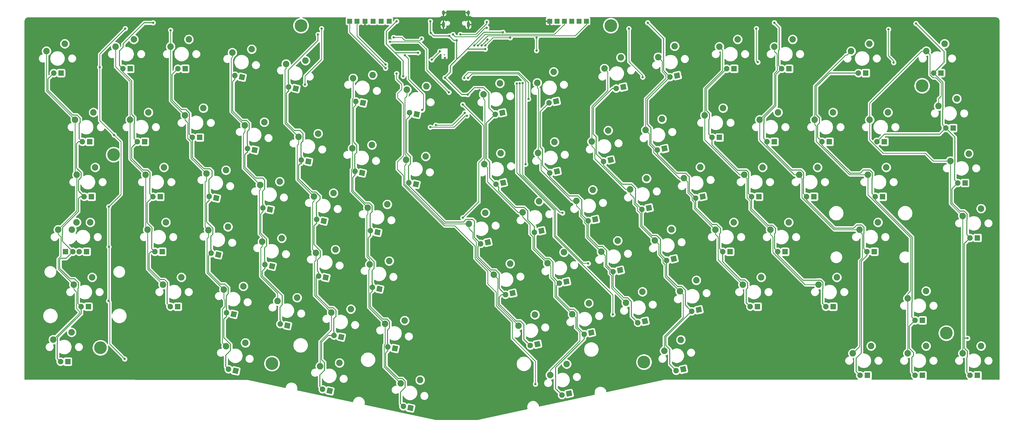
<source format=gtl>
G04 #@! TF.GenerationSoftware,KiCad,Pcbnew,5.1.10*
G04 #@! TF.CreationDate,2021-07-30T23:12:26+12:00*
G04 #@! TF.ProjectId,adelheid,6164656c-6865-4696-942e-6b696361645f,2.0*
G04 #@! TF.SameCoordinates,Original*
G04 #@! TF.FileFunction,Copper,L1,Top*
G04 #@! TF.FilePolarity,Positive*
%FSLAX46Y46*%
G04 Gerber Fmt 4.6, Leading zero omitted, Abs format (unit mm)*
G04 Created by KiCad (PCBNEW 5.1.10) date 2021-07-30 23:12:26*
%MOMM*%
%LPD*%
G01*
G04 APERTURE LIST*
G04 #@! TA.AperFunction,NonConductor*
%ADD10C,0.375000*%
G04 #@! TD*
G04 #@! TA.AperFunction,ComponentPad*
%ADD11C,0.100000*%
G04 #@! TD*
G04 #@! TA.AperFunction,ComponentPad*
%ADD12C,1.905000*%
G04 #@! TD*
G04 #@! TA.AperFunction,ComponentPad*
%ADD13C,2.250000*%
G04 #@! TD*
G04 #@! TA.AperFunction,ComponentPad*
%ADD14R,1.905000X1.905000*%
G04 #@! TD*
G04 #@! TA.AperFunction,ComponentPad*
%ADD15O,1.000000X2.100000*%
G04 #@! TD*
G04 #@! TA.AperFunction,ComponentPad*
%ADD16O,1.000000X1.600000*%
G04 #@! TD*
G04 #@! TA.AperFunction,ComponentPad*
%ADD17C,4.400000*%
G04 #@! TD*
G04 #@! TA.AperFunction,ComponentPad*
%ADD18R,1.700000X1.700000*%
G04 #@! TD*
G04 #@! TA.AperFunction,ViaPad*
%ADD19C,0.800000*%
G04 #@! TD*
G04 #@! TA.AperFunction,Conductor*
%ADD20C,0.375000*%
G04 #@! TD*
G04 #@! TA.AperFunction,Conductor*
%ADD21C,0.250000*%
G04 #@! TD*
G04 #@! TA.AperFunction,Conductor*
%ADD22C,0.254000*%
G04 #@! TD*
G04 #@! TA.AperFunction,Conductor*
%ADD23C,0.100000*%
G04 #@! TD*
G04 APERTURE END LIST*
D10*
X171577000Y-38000714D02*
X171648428Y-38072142D01*
X171577000Y-38143571D01*
X171505571Y-38072142D01*
X171577000Y-38000714D01*
X171577000Y-38143571D01*
G04 #@! TA.AperFunction,ComponentPad*
D11*
G36*
X190883689Y-59250863D02*
G01*
X190487618Y-57387492D01*
X192350989Y-56991421D01*
X192747060Y-58854792D01*
X190883689Y-59250863D01*
G37*
G04 #@! TD.AperFunction*
D12*
X189132844Y-58649238D03*
D13*
X185064062Y-51723849D03*
X190747204Y-47919114D03*
G04 #@! TA.AperFunction,ComponentPad*
D11*
G36*
X130691835Y-155229788D02*
G01*
X131087906Y-153366417D01*
X132951277Y-153762488D01*
X132555206Y-155625859D01*
X130691835Y-155229788D01*
G37*
G04 #@! TD.AperFunction*
D12*
X129337061Y-153968042D03*
D13*
X128436853Y-145986462D03*
X135176186Y-144822206D03*
D14*
X320509900Y-106260900D03*
D12*
X317969900Y-106260900D03*
D13*
X315429900Y-98640900D03*
X321779900Y-96100900D03*
D14*
X40246300Y-106260900D03*
D12*
X42786300Y-106260900D03*
D13*
X37706300Y-98640900D03*
X44056300Y-96100900D03*
D14*
X49250600Y-87223600D03*
D12*
X46710600Y-87223600D03*
D13*
X44170600Y-79603600D03*
X50520600Y-77063600D03*
G04 #@! TA.AperFunction,ComponentPad*
D11*
G36*
X253596289Y-148138163D02*
G01*
X253200218Y-146274792D01*
X255063589Y-145878721D01*
X255459660Y-147742092D01*
X253596289Y-148138163D01*
G37*
G04 #@! TD.AperFunction*
D12*
X251845444Y-147536538D03*
D13*
X247776662Y-140611149D03*
X253459804Y-136806414D03*
D14*
X41046400Y-144373600D03*
D12*
X38506400Y-144373600D03*
D13*
X35966400Y-136753600D03*
X42316400Y-134213600D03*
D14*
X356235000Y-149123400D03*
D12*
X353695000Y-149123400D03*
D13*
X351155000Y-141503400D03*
X357505000Y-138963400D03*
D14*
X356222300Y-101498400D03*
D12*
X353682300Y-101498400D03*
D13*
X351142300Y-93878400D03*
X357492300Y-91338400D03*
D14*
X351955100Y-82448400D03*
D12*
X349415100Y-82448400D03*
D13*
X346875100Y-74828400D03*
X353225100Y-72288400D03*
D14*
X347802200Y-63411100D03*
D12*
X345262200Y-63411100D03*
D13*
X342722200Y-55791100D03*
X349072200Y-53251100D03*
D14*
X323977000Y-68160900D03*
D12*
X321437000Y-68160900D03*
D13*
X318897000Y-60540900D03*
X325247000Y-58000900D03*
D14*
X343585800Y-44361100D03*
D12*
X341045800Y-44361100D03*
D13*
X338505800Y-36741100D03*
X344855800Y-34201100D03*
D14*
X337185000Y-149123400D03*
D12*
X334645000Y-149123400D03*
D13*
X332105000Y-141503400D03*
X338455000Y-138963400D03*
D14*
X337185000Y-130073400D03*
D12*
X334645000Y-130073400D03*
D13*
X332105000Y-122453400D03*
X338455000Y-119913400D03*
D14*
X323380100Y-87223600D03*
D12*
X320840100Y-87223600D03*
D13*
X318300100Y-79603600D03*
X324650100Y-77063600D03*
D14*
X304939700Y-68173600D03*
D12*
X302399700Y-68173600D03*
D13*
X299859700Y-60553600D03*
X306209700Y-58013600D03*
D14*
X317525400Y-44373800D03*
D12*
X314985400Y-44373800D03*
D13*
X312445400Y-36753800D03*
X318795400Y-34213800D03*
D14*
X318122300Y-149123400D03*
D12*
X315582300Y-149123400D03*
D13*
X313042300Y-141503400D03*
X319392300Y-138963400D03*
D14*
X299567600Y-87210900D03*
D12*
X297027600Y-87210900D03*
D13*
X294487600Y-79590900D03*
X300837600Y-77050900D03*
D14*
X285877000Y-68173600D03*
D12*
X283337000Y-68173600D03*
D13*
X280797000Y-60553600D03*
X287147000Y-58013600D03*
D14*
X290957000Y-42875200D03*
D12*
X288417000Y-42875200D03*
D13*
X285877000Y-35255200D03*
X292227000Y-32715200D03*
D14*
X306247800Y-125323600D03*
D12*
X303707800Y-125323600D03*
D13*
X301167800Y-117703600D03*
X307517800Y-115163600D03*
D14*
X289560000Y-106286300D03*
D12*
X287020000Y-106286300D03*
D13*
X284480000Y-98666300D03*
X290830000Y-96126300D03*
D14*
X280530300Y-87210900D03*
D12*
X277990300Y-87210900D03*
D13*
X275450300Y-79590900D03*
X281800300Y-77050900D03*
D14*
X266839700Y-66675000D03*
D12*
X264299700Y-66675000D03*
D13*
X261759700Y-59055000D03*
X268109700Y-56515000D03*
D14*
X271894300Y-42875200D03*
D12*
X269354300Y-42875200D03*
D13*
X266814300Y-35255200D03*
X273164300Y-32715200D03*
D14*
X280035000Y-125310900D03*
D12*
X277495000Y-125310900D03*
D13*
X274955000Y-117690900D03*
X281305000Y-115150900D03*
D14*
X270510000Y-106286300D03*
D12*
X267970000Y-106286300D03*
D13*
X265430000Y-98666300D03*
X271780000Y-96126300D03*
G04 #@! TA.AperFunction,ComponentPad*
D11*
G36*
X260327289Y-88295763D02*
G01*
X259931218Y-86432392D01*
X261794589Y-86036321D01*
X262190660Y-87899692D01*
X260327289Y-88295763D01*
G37*
G04 #@! TD.AperFunction*
D12*
X258576444Y-87694138D03*
D13*
X254507662Y-80768749D03*
X260190804Y-76964014D03*
G04 #@! TA.AperFunction,ComponentPad*
D11*
G36*
X247081189Y-71658763D02*
G01*
X246685118Y-69795392D01*
X248548489Y-69399321D01*
X248944560Y-71262692D01*
X247081189Y-71658763D01*
G37*
G04 #@! TD.AperFunction*
D12*
X245330344Y-71057138D03*
D13*
X241261562Y-64131749D03*
X246944704Y-60327014D03*
G04 #@! TA.AperFunction,ComponentPad*
D11*
G36*
X251424589Y-46373063D02*
G01*
X251028518Y-44509692D01*
X252891889Y-44113621D01*
X253287960Y-45976992D01*
X251424589Y-46373063D01*
G37*
G04 #@! TD.AperFunction*
D12*
X249673744Y-45771438D03*
D13*
X245604962Y-38846049D03*
X251288104Y-35041314D03*
G04 #@! TA.AperFunction,ComponentPad*
D11*
G36*
X258955689Y-127526063D02*
G01*
X258559618Y-125662692D01*
X260422989Y-125266621D01*
X260819060Y-127129992D01*
X258955689Y-127526063D01*
G37*
G04 #@! TD.AperFunction*
D12*
X257204844Y-126924438D03*
D13*
X253136062Y-119999049D03*
X258819204Y-116194314D03*
G04 #@! TA.AperFunction,ComponentPad*
D11*
G36*
X250306989Y-109885763D02*
G01*
X249910918Y-108022392D01*
X251774289Y-107626321D01*
X252170360Y-109489692D01*
X250306989Y-109885763D01*
G37*
G04 #@! TD.AperFunction*
D12*
X248556144Y-109284138D03*
D13*
X244487362Y-102358749D03*
X250170504Y-98554014D03*
G04 #@! TA.AperFunction,ComponentPad*
D11*
G36*
X241696389Y-92245463D02*
G01*
X241300318Y-90382092D01*
X243163689Y-89986021D01*
X243559760Y-91849392D01*
X241696389Y-92245463D01*
G37*
G04 #@! TD.AperFunction*
D12*
X239945544Y-91643838D03*
D13*
X235876762Y-84718449D03*
X241559904Y-80913714D03*
G04 #@! TA.AperFunction,ComponentPad*
D11*
G36*
X228424889Y-75595763D02*
G01*
X228028818Y-73732392D01*
X229892189Y-73336321D01*
X230288260Y-75199692D01*
X228424889Y-75595763D01*
G37*
G04 #@! TD.AperFunction*
D12*
X226674044Y-74994138D03*
D13*
X222605262Y-68068749D03*
X228288404Y-64264014D03*
G04 #@! TA.AperFunction,ComponentPad*
D11*
G36*
X232793689Y-50335463D02*
G01*
X232397618Y-48472092D01*
X234260989Y-48076021D01*
X234657060Y-49939392D01*
X232793689Y-50335463D01*
G37*
G04 #@! TD.AperFunction*
D12*
X231042844Y-49733838D03*
D13*
X226974062Y-42808449D03*
X232657204Y-39003714D03*
G04 #@! TA.AperFunction,ComponentPad*
D11*
G36*
X240312089Y-131488463D02*
G01*
X239916018Y-129625092D01*
X241779389Y-129229021D01*
X242175460Y-131092392D01*
X240312089Y-131488463D01*
G37*
G04 #@! TD.AperFunction*
D12*
X238561244Y-130886838D03*
D13*
X234492462Y-123961449D03*
X240175604Y-120156714D03*
G04 #@! TA.AperFunction,ComponentPad*
D11*
G36*
X231701489Y-113822763D02*
G01*
X231305418Y-111959392D01*
X233168789Y-111563321D01*
X233564860Y-113426692D01*
X231701489Y-113822763D01*
G37*
G04 #@! TD.AperFunction*
D12*
X229950644Y-113221138D03*
D13*
X225881862Y-106295749D03*
X231565004Y-102491014D03*
G04 #@! TA.AperFunction,ComponentPad*
D11*
G36*
X223065489Y-96207863D02*
G01*
X222669418Y-94344492D01*
X224532789Y-93948421D01*
X224928860Y-95811792D01*
X223065489Y-96207863D01*
G37*
G04 #@! TD.AperFunction*
D12*
X221314644Y-95606238D03*
D13*
X217245862Y-88680849D03*
X222929004Y-84876114D03*
G04 #@! TA.AperFunction,ComponentPad*
D11*
G36*
X209819389Y-79570863D02*
G01*
X209423318Y-77707492D01*
X211286689Y-77311421D01*
X211682760Y-79174792D01*
X209819389Y-79570863D01*
G37*
G04 #@! TD.AperFunction*
D12*
X208068544Y-78969238D03*
D13*
X203999762Y-72043849D03*
X209682904Y-68239114D03*
G04 #@! TA.AperFunction,ComponentPad*
D11*
G36*
X209514589Y-55288463D02*
G01*
X209118518Y-53425092D01*
X210981889Y-53029021D01*
X211377960Y-54892392D01*
X209514589Y-55288463D01*
G37*
G04 #@! TD.AperFunction*
D12*
X207763744Y-54686838D03*
D13*
X203694962Y-47761449D03*
X209378104Y-43956714D03*
G04 #@! TA.AperFunction,ComponentPad*
D11*
G36*
X214010389Y-156545563D02*
G01*
X213614318Y-154682192D01*
X215477689Y-154286121D01*
X215873760Y-156149492D01*
X214010389Y-156545563D01*
G37*
G04 #@! TD.AperFunction*
D12*
X212259544Y-155943938D03*
D13*
X208190762Y-149018549D03*
X213873904Y-145213814D03*
G04 #@! TA.AperFunction,ComponentPad*
D11*
G36*
X221693889Y-135450863D02*
G01*
X221297818Y-133587492D01*
X223161189Y-133191421D01*
X223557260Y-135054792D01*
X221693889Y-135450863D01*
G37*
G04 #@! TD.AperFunction*
D12*
X219943044Y-134849238D03*
D13*
X215874262Y-127923849D03*
X221557404Y-124119114D03*
G04 #@! TA.AperFunction,ComponentPad*
D11*
G36*
X213070589Y-117797863D02*
G01*
X212674518Y-115934492D01*
X214537889Y-115538421D01*
X214933960Y-117401792D01*
X213070589Y-117797863D01*
G37*
G04 #@! TD.AperFunction*
D12*
X211319744Y-117196238D03*
D13*
X207250962Y-110270849D03*
X212934104Y-106466114D03*
G04 #@! TA.AperFunction,ComponentPad*
D11*
G36*
X204447289Y-100157563D02*
G01*
X204051218Y-98294192D01*
X205914589Y-97898121D01*
X206310660Y-99761492D01*
X204447289Y-100157563D01*
G37*
G04 #@! TD.AperFunction*
D12*
X202696444Y-99555938D03*
D13*
X198627662Y-92630549D03*
X204310804Y-88825814D03*
G04 #@! TA.AperFunction,ComponentPad*
D11*
G36*
X191175789Y-83520563D02*
G01*
X190779718Y-81657192D01*
X192643089Y-81261121D01*
X193039160Y-83124492D01*
X191175789Y-83520563D01*
G37*
G04 #@! TD.AperFunction*
D12*
X189424944Y-82918938D03*
D13*
X185356162Y-75993549D03*
X191039304Y-72188814D03*
G04 #@! TA.AperFunction,ComponentPad*
D11*
G36*
X203050289Y-139425963D02*
G01*
X202654218Y-137562592D01*
X204517589Y-137166521D01*
X204913660Y-139029892D01*
X203050289Y-139425963D01*
G37*
G04 #@! TD.AperFunction*
D12*
X201299444Y-138824338D03*
D13*
X197230662Y-131898949D03*
X202913804Y-128094214D03*
G04 #@! TA.AperFunction,ComponentPad*
D11*
G36*
X194439689Y-121772963D02*
G01*
X194043618Y-119909592D01*
X195906989Y-119513521D01*
X196303060Y-121376892D01*
X194439689Y-121772963D01*
G37*
G04 #@! TD.AperFunction*
D12*
X192688844Y-121171338D03*
D13*
X188620062Y-114245949D03*
X194303204Y-110441214D03*
G04 #@! TA.AperFunction,ComponentPad*
D11*
G36*
X185829089Y-104132663D02*
G01*
X185433018Y-102269292D01*
X187296389Y-101873221D01*
X187692460Y-103736592D01*
X185829089Y-104132663D01*
G37*
G04 #@! TD.AperFunction*
D12*
X184078244Y-103531038D03*
D13*
X180009462Y-96605649D03*
X185692604Y-92800914D03*
G04 #@! TA.AperFunction,ComponentPad*
D11*
G36*
X160549535Y-83652588D02*
G01*
X160945606Y-81789217D01*
X162808977Y-82185288D01*
X162412906Y-84048659D01*
X160549535Y-83652588D01*
G37*
G04 #@! TD.AperFunction*
D12*
X159194761Y-82390842D03*
D13*
X158294553Y-74409262D03*
X165033886Y-73245006D03*
G04 #@! TA.AperFunction,ComponentPad*
D11*
G36*
X160790835Y-59395588D02*
G01*
X161186906Y-57532217D01*
X163050277Y-57928288D01*
X162654206Y-59791659D01*
X160790835Y-59395588D01*
G37*
G04 #@! TD.AperFunction*
D12*
X159436061Y-58133842D03*
D13*
X158535853Y-50152262D03*
X165275186Y-48988006D03*
G04 #@! TA.AperFunction,ComponentPad*
D11*
G36*
X158644535Y-161160688D02*
G01*
X159040606Y-159297317D01*
X160903977Y-159693388D01*
X160507906Y-161556759D01*
X158644535Y-161160688D01*
G37*
G04 #@! TD.AperFunction*
D12*
X157289761Y-159898942D03*
D13*
X156389553Y-151917362D03*
X163128886Y-150753106D03*
G04 #@! TA.AperFunction,ComponentPad*
D11*
G36*
X153272435Y-140535888D02*
G01*
X153668506Y-138672517D01*
X155531877Y-139068588D01*
X155135806Y-140931959D01*
X153272435Y-140535888D01*
G37*
G04 #@! TD.AperFunction*
D12*
X151917661Y-139274142D03*
D13*
X151017453Y-131292562D03*
X157756786Y-130128306D03*
G04 #@! TA.AperFunction,ComponentPad*
D11*
G36*
X147913035Y-119923788D02*
G01*
X148309106Y-118060417D01*
X150172477Y-118456488D01*
X149776406Y-120319859D01*
X147913035Y-119923788D01*
G37*
G04 #@! TD.AperFunction*
D12*
X146558261Y-118662042D03*
D13*
X145658053Y-110680462D03*
X152397386Y-109516206D03*
G04 #@! TA.AperFunction,ComponentPad*
D11*
G36*
X147239935Y-100289588D02*
G01*
X147636006Y-98426217D01*
X149499377Y-98822288D01*
X149103306Y-100685659D01*
X147239935Y-100289588D01*
G37*
G04 #@! TD.AperFunction*
D12*
X145885161Y-99027842D03*
D13*
X144984953Y-91046262D03*
X151724286Y-89882006D03*
G04 #@! TA.AperFunction,ComponentPad*
D11*
G36*
X141905935Y-79715588D02*
G01*
X142302006Y-77852217D01*
X144165377Y-78248288D01*
X143769306Y-80111659D01*
X141905935Y-79715588D01*
G37*
G04 #@! TD.AperFunction*
D12*
X140551161Y-78453842D03*
D13*
X139650953Y-70472262D03*
X146390286Y-69308006D03*
G04 #@! TA.AperFunction,ComponentPad*
D11*
G36*
X142172635Y-55433188D02*
G01*
X142568706Y-53569817D01*
X144432077Y-53965888D01*
X144036006Y-55829259D01*
X142172635Y-55433188D01*
G37*
G04 #@! TD.AperFunction*
D12*
X140817861Y-54171442D03*
D13*
X139917653Y-46189862D03*
X146656986Y-45025606D03*
G04 #@! TA.AperFunction,ComponentPad*
D11*
G36*
X134641535Y-136586188D02*
G01*
X135037606Y-134722817D01*
X136900977Y-135118888D01*
X136504906Y-136982259D01*
X134641535Y-136586188D01*
G37*
G04 #@! TD.AperFunction*
D12*
X133286761Y-135324442D03*
D13*
X132386553Y-127342862D03*
X139125886Y-126178606D03*
G04 #@! TA.AperFunction,ComponentPad*
D11*
G36*
X129269435Y-115961388D02*
G01*
X129665506Y-114098017D01*
X131528877Y-114494088D01*
X131132806Y-116357459D01*
X129269435Y-115961388D01*
G37*
G04 #@! TD.AperFunction*
D12*
X127914661Y-114699642D03*
D13*
X127014453Y-106718062D03*
X133753786Y-105553806D03*
G04 #@! TA.AperFunction,ComponentPad*
D11*
G36*
X128596335Y-96377988D02*
G01*
X128992406Y-94514617D01*
X130855777Y-94910688D01*
X130459706Y-96774059D01*
X128596335Y-96377988D01*
G37*
G04 #@! TD.AperFunction*
D12*
X127241561Y-95116242D03*
D13*
X126341353Y-87134662D03*
X133080686Y-85970406D03*
G04 #@! TA.AperFunction,ComponentPad*
D11*
G36*
X123262335Y-75753188D02*
G01*
X123658406Y-73889817D01*
X125521777Y-74285888D01*
X125125706Y-76149259D01*
X123262335Y-75753188D01*
G37*
G04 #@! TD.AperFunction*
D12*
X121907561Y-74491442D03*
D13*
X121007353Y-66509862D03*
X127746686Y-65345606D03*
G04 #@! TA.AperFunction,ComponentPad*
D11*
G36*
X118906235Y-50467488D02*
G01*
X119302306Y-48604117D01*
X121165677Y-49000188D01*
X120769606Y-50863559D01*
X118906235Y-50467488D01*
G37*
G04 #@! TD.AperFunction*
D12*
X117551461Y-49205742D03*
D13*
X116651253Y-41224162D03*
X123390586Y-40059906D03*
G04 #@! TA.AperFunction,ComponentPad*
D11*
G36*
X115997935Y-132623788D02*
G01*
X116394006Y-130760417D01*
X118257377Y-131156488D01*
X117861306Y-133019859D01*
X115997935Y-132623788D01*
G37*
G04 #@! TD.AperFunction*
D12*
X114643161Y-131362042D03*
D13*
X113742953Y-123380462D03*
X120482286Y-122216206D03*
G04 #@! TA.AperFunction,ComponentPad*
D11*
G36*
X110676635Y-112037088D02*
G01*
X111072706Y-110173717D01*
X112936077Y-110569788D01*
X112540006Y-112433159D01*
X110676635Y-112037088D01*
G37*
G04 #@! TD.AperFunction*
D12*
X109321861Y-110775342D03*
D13*
X108421653Y-102793762D03*
X115160986Y-101629506D03*
G04 #@! TA.AperFunction,ComponentPad*
D11*
G36*
X109978135Y-92402888D02*
G01*
X110374206Y-90539517D01*
X112237577Y-90935588D01*
X111841506Y-92798959D01*
X109978135Y-92402888D01*
G37*
G04 #@! TD.AperFunction*
D12*
X108623361Y-91141142D03*
D13*
X107723153Y-83159562D03*
X114462486Y-81995306D03*
G04 #@! TA.AperFunction,ComponentPad*
D11*
G36*
X104631435Y-71778088D02*
G01*
X105027506Y-69914717D01*
X106890877Y-70310788D01*
X106494806Y-72174159D01*
X104631435Y-71778088D01*
G37*
G04 #@! TD.AperFunction*
D12*
X103276661Y-70516342D03*
D13*
X102376453Y-62534762D03*
X109115786Y-61370506D03*
G04 #@! TA.AperFunction,ComponentPad*
D11*
G36*
X100288035Y-46517788D02*
G01*
X100684106Y-44654417D01*
X102547477Y-45050488D01*
X102151406Y-46913859D01*
X100288035Y-46517788D01*
G37*
G04 #@! TD.AperFunction*
D12*
X98933261Y-45256042D03*
D13*
X98033053Y-37274462D03*
X104772386Y-36110206D03*
G04 #@! TA.AperFunction,ComponentPad*
D11*
G36*
X98090935Y-148295588D02*
G01*
X98487006Y-146432217D01*
X100350377Y-146828288D01*
X99954306Y-148691659D01*
X98090935Y-148295588D01*
G37*
G04 #@! TD.AperFunction*
D12*
X96736161Y-147033842D03*
D13*
X95835953Y-139052262D03*
X102575286Y-137888006D03*
G04 #@! TA.AperFunction,ComponentPad*
D11*
G36*
X97379735Y-128674088D02*
G01*
X97775806Y-126810717D01*
X99639177Y-127206788D01*
X99243106Y-129070159D01*
X97379735Y-128674088D01*
G37*
G04 #@! TD.AperFunction*
D12*
X96024961Y-127412342D03*
D13*
X95124753Y-119430762D03*
X101864086Y-118266506D03*
G04 #@! TA.AperFunction,ComponentPad*
D11*
G36*
X92045735Y-108074688D02*
G01*
X92441806Y-106211317D01*
X94305177Y-106607388D01*
X93909106Y-108470759D01*
X92045735Y-108074688D01*
G37*
G04 #@! TD.AperFunction*
D12*
X90690961Y-106812942D03*
D13*
X89790753Y-98831362D03*
X96530086Y-97667106D03*
G04 #@! TA.AperFunction,ComponentPad*
D11*
G36*
X91347235Y-88440488D02*
G01*
X91743306Y-86577117D01*
X93606677Y-86973188D01*
X93210606Y-88836559D01*
X91347235Y-88440488D01*
G37*
G04 #@! TD.AperFunction*
D12*
X89992461Y-87178742D03*
D13*
X89092253Y-79197162D03*
X95831586Y-78032906D03*
D14*
X86753700Y-66687700D03*
D12*
X84213700Y-66687700D03*
D13*
X81673700Y-59067700D03*
X88023700Y-56527700D03*
D14*
X81699100Y-42849800D03*
D12*
X79159100Y-42849800D03*
D13*
X76619100Y-35229800D03*
X82969100Y-32689800D03*
D14*
X79108300Y-125310900D03*
D12*
X76568300Y-125310900D03*
D13*
X74028300Y-117690900D03*
X80378300Y-115150900D03*
D14*
X73736200Y-106273600D03*
D12*
X71196200Y-106273600D03*
D13*
X68656200Y-98653600D03*
X75006200Y-96113600D03*
D14*
X73063100Y-87223600D03*
D12*
X70523100Y-87223600D03*
D13*
X67983100Y-79603600D03*
X74333100Y-77063600D03*
D14*
X67708368Y-68173600D03*
D12*
X65168368Y-68173600D03*
D13*
X62628368Y-60553600D03*
X68978368Y-58013600D03*
D14*
X62636400Y-42862500D03*
D12*
X60096400Y-42862500D03*
D13*
X57556400Y-35242500D03*
X63906400Y-32702500D03*
D14*
X48183800Y-125323600D03*
D12*
X45643800Y-125323600D03*
D13*
X43103800Y-117703600D03*
X49453800Y-115163600D03*
D14*
X47548800Y-106260900D03*
D12*
X45008800Y-106260900D03*
D13*
X42468800Y-98640900D03*
X48818800Y-96100900D03*
D14*
X48653700Y-68173600D03*
D12*
X46113700Y-68173600D03*
D13*
X43573700Y-60553600D03*
X49923700Y-58013600D03*
D14*
X38696900Y-44373800D03*
D12*
X36156900Y-44373800D03*
D13*
X33616900Y-36753800D03*
X39966900Y-34213800D03*
D15*
X171194000Y-27608000D03*
D16*
X171194000Y-23428000D03*
X179834000Y-23428000D03*
D15*
X179834000Y-27608000D03*
D17*
X56896000Y-72644000D03*
X345440000Y-134493000D03*
X240665000Y-144526000D03*
X337058000Y-48768000D03*
X52324000Y-139573000D03*
X111760000Y-145034000D03*
D18*
X220726000Y-26416000D03*
X218186000Y-26416000D03*
X215646000Y-26416000D03*
X213106000Y-26416000D03*
X210566000Y-26416000D03*
X208026000Y-26416000D03*
X141224000Y-26416000D03*
X138684000Y-26416000D03*
D17*
X121827220Y-27932509D03*
X229192785Y-27932509D03*
D18*
X149606000Y-26416000D03*
X146812000Y-26416000D03*
X152400000Y-26416000D03*
X144018000Y-26416000D03*
D19*
X338709000Y-69723000D03*
X223012000Y-43307000D03*
X328930000Y-50546000D03*
X303403000Y-40767000D03*
X151130000Y-39624000D03*
X175895000Y-73406000D03*
X72771000Y-146177000D03*
X197866000Y-28448000D03*
X184404000Y-27432000D03*
X182372000Y-27432000D03*
X169672000Y-30480000D03*
X169672000Y-54864000D03*
X163068000Y-36322000D03*
X163068000Y-38354000D03*
X183642000Y-50292000D03*
X171704000Y-39116000D03*
X183134000Y-40386000D03*
X191008000Y-34798000D03*
X171704000Y-44196000D03*
X132334000Y-43688000D03*
X49657000Y-35433000D03*
X334937100Y-27178000D03*
X70599300Y-26924000D03*
X127723900Y-31000700D03*
X241960400Y-26936700D03*
X285838900Y-26924000D03*
X154940000Y-26416000D03*
X166847998Y-30480000D03*
X166624000Y-26416000D03*
X157226000Y-45466000D03*
X191770000Y-30235979D03*
X185674000Y-36068000D03*
X171704000Y-45974000D03*
X179578000Y-51816000D03*
X162436499Y-37334501D03*
X352806000Y-136271000D03*
X175768000Y-33020000D03*
X173228000Y-31496000D03*
X178435000Y-46101000D03*
X200660000Y-53340000D03*
X178562000Y-58166000D03*
X168566946Y-62394946D03*
X179705000Y-46101000D03*
X199644000Y-75946000D03*
X198628000Y-47891996D03*
X212471000Y-92837000D03*
X197612000Y-47948998D03*
X221375231Y-110363000D03*
X196596000Y-48006000D03*
X229870000Y-128016000D03*
X183134000Y-34798000D03*
X203454000Y-32135990D03*
X203454000Y-36576000D03*
X181864000Y-34798000D03*
X194310000Y-32135990D03*
X185674000Y-34798000D03*
X151130000Y-41402000D03*
X151130000Y-42672000D03*
X169926000Y-36830000D03*
X167132000Y-39751000D03*
X76644500Y-29527500D03*
X177914000Y-55288144D03*
X177914000Y-94500400D03*
X184404000Y-34798000D03*
X186436000Y-32766000D03*
X154953000Y-44564000D03*
X203073000Y-152146000D03*
X60706000Y-143446500D03*
X55151700Y-123325300D03*
X57104089Y-65862511D03*
X55245000Y-90678000D03*
X55270400Y-104609900D03*
X325424800Y-29222700D03*
X327213600Y-40752400D03*
X163892801Y-57163399D03*
X60934600Y-28956000D03*
X52082700Y-42354500D03*
X128968500Y-28981400D03*
X123243186Y-48321114D03*
X235445300Y-28994100D03*
X240247568Y-45785168D03*
X279628600Y-28956000D03*
X157861000Y-38227000D03*
X179324000Y-59182000D03*
X166624000Y-63119000D03*
X280126500Y-40604500D03*
X152654000Y-33528000D03*
X173114000Y-51041000D03*
X174498000Y-30988000D03*
X186182000Y-28702000D03*
X186182000Y-26670000D03*
X177038000Y-30988000D03*
X153924000Y-32004000D03*
X163576000Y-32512000D03*
D20*
X140052870Y-68297870D02*
X141163454Y-69408454D01*
X141163454Y-69408454D02*
X141163454Y-71910572D01*
X140817861Y-54171442D02*
X140817861Y-55518480D01*
X140052870Y-56283471D02*
X140052870Y-68297870D01*
X140817861Y-55518480D02*
X140052870Y-56283471D01*
X141163454Y-71910572D02*
X140468199Y-72605827D01*
X140468199Y-72605827D02*
X140468199Y-77023842D01*
X140468199Y-77023842D02*
X140551161Y-77106804D01*
X140551161Y-77106804D02*
X140551161Y-78453842D01*
X101399489Y-60833000D02*
X102997000Y-60833000D01*
X102997000Y-60833000D02*
X103888954Y-61724954D01*
X98168270Y-57601781D02*
X101399489Y-60833000D01*
X98168270Y-47368071D02*
X98168270Y-57601781D01*
X98933261Y-45256042D02*
X98933261Y-46603080D01*
X98933261Y-46603080D02*
X98168270Y-47368071D01*
X63140878Y-58695878D02*
X64140869Y-59695869D01*
X64140869Y-59695869D02*
X64140869Y-61866625D01*
X64140869Y-61866625D02*
X64056967Y-61950527D01*
X64056967Y-61950527D02*
X64056967Y-67062199D01*
X64056967Y-67062199D02*
X64215869Y-67221101D01*
X64215869Y-67221101D02*
X65168368Y-68173600D01*
X63140878Y-47072882D02*
X63140878Y-58695878D01*
X60096400Y-44028404D02*
X63140878Y-47072882D01*
X60096400Y-42862500D02*
X60096400Y-44028404D01*
X91059000Y-78359000D02*
X91059000Y-80181226D01*
X90297000Y-77597000D02*
X91059000Y-78359000D01*
X84213700Y-66687700D02*
X84213700Y-73593811D01*
X88216889Y-77597000D02*
X90297000Y-77597000D01*
X84213700Y-73593811D02*
X88216889Y-77597000D01*
X89992461Y-85831704D02*
X89992461Y-87178742D01*
X91059000Y-80181226D02*
X89909499Y-81330727D01*
X89909499Y-85748742D02*
X89992461Y-85831704D01*
X89909499Y-81330727D02*
X89909499Y-85748742D01*
X315624910Y-79091090D02*
X316738000Y-77978000D01*
X316738000Y-77978000D02*
X318913002Y-77978000D01*
X312151286Y-79091090D02*
X315624910Y-79091090D01*
X302399700Y-69339504D02*
X312151286Y-79091090D01*
X302399700Y-68173600D02*
X302399700Y-69339504D01*
X318913002Y-77978000D02*
X319812601Y-78877599D01*
X319812601Y-80916625D02*
X319728699Y-81000527D01*
X319812601Y-78877599D02*
X319812601Y-80916625D01*
X319728699Y-81000527D02*
X319728699Y-86112199D01*
X319728699Y-86112199D02*
X319887601Y-86271101D01*
X186062421Y-61719661D02*
X186062421Y-74048421D01*
X186062421Y-74048421D02*
X187229599Y-75215599D01*
X189132844Y-58649238D02*
X186062421Y-61719661D01*
X158373510Y-72013510D02*
X159807054Y-73447054D01*
X159807054Y-73447054D02*
X159807054Y-75847572D01*
X159807054Y-75847572D02*
X159111799Y-76542827D01*
X159111799Y-76542827D02*
X159111799Y-80960842D01*
X159111799Y-80960842D02*
X159194761Y-81043804D01*
X159194761Y-81043804D02*
X159194761Y-82390842D01*
X158373510Y-60543431D02*
X158373510Y-72013510D01*
X159436061Y-58133842D02*
X159436061Y-59480880D01*
X159436061Y-59480880D02*
X158373510Y-60543431D01*
X39218801Y-97853197D02*
X39218801Y-99953925D01*
X45363562Y-87223600D02*
X44683110Y-87904052D01*
X46710600Y-87223600D02*
X45363562Y-87223600D01*
X44683109Y-92388889D02*
X39218801Y-97853197D01*
X44683110Y-87904052D02*
X44683109Y-92388889D01*
X39218801Y-99953925D02*
X39134899Y-100037827D01*
X39134899Y-100037827D02*
X39134899Y-102609499D01*
X39134899Y-102609499D02*
X41833801Y-105308401D01*
X41833801Y-105308401D02*
X42786300Y-106260900D01*
X44683110Y-81554890D02*
X44683110Y-85196110D01*
X44683110Y-85196110D02*
X46710600Y-87223600D01*
X45683101Y-78877599D02*
X45683101Y-80554899D01*
X45683101Y-80554899D02*
X44683110Y-81554890D01*
X210349717Y-121674505D02*
X214913212Y-126238000D01*
X214913212Y-126238000D02*
X216334415Y-126238000D01*
X210349717Y-118453283D02*
X210349717Y-121674505D01*
X210367245Y-118148737D02*
X210367245Y-118435755D01*
X210367245Y-118435755D02*
X210349717Y-118453283D01*
X211319744Y-117196238D02*
X210367245Y-118148737D01*
X282309501Y-59828499D02*
X282309501Y-61866625D01*
X282309501Y-61866625D02*
X282225599Y-61950527D01*
X286389510Y-55748490D02*
X282309501Y-59828499D01*
X288417000Y-42875200D02*
X286389510Y-44902690D01*
X286389510Y-44902690D02*
X286389510Y-55748490D01*
X282225599Y-67062199D02*
X282384501Y-67221101D01*
X282225599Y-61950527D02*
X282225599Y-67062199D01*
X282384501Y-67221101D02*
X283337000Y-68173600D01*
X313351610Y-98128390D02*
X314452000Y-97028000D01*
X314452000Y-97028000D02*
X316055502Y-97028000D01*
X306779186Y-98128390D02*
X313351610Y-98128390D01*
X297307000Y-88656204D02*
X306779186Y-98128390D01*
X297027600Y-88366600D02*
X297307000Y-88646000D01*
X297307000Y-88646000D02*
X297307000Y-88656204D01*
X297027600Y-87210900D02*
X297027600Y-88366600D01*
X347387610Y-89398912D02*
X350190698Y-92202000D01*
X350190698Y-92202000D02*
X351611902Y-92202000D01*
X347387610Y-84475890D02*
X347387610Y-89398912D01*
X349415100Y-82448400D02*
X347387610Y-84475890D01*
X352232125Y-136279190D02*
X351654810Y-136279190D01*
X351654810Y-136279190D02*
X351654810Y-139691810D01*
X351654810Y-103513190D02*
X351654810Y-136279190D01*
X352806000Y-136271000D02*
X352240315Y-136271000D01*
X352240315Y-136271000D02*
X352232125Y-136279190D01*
X351654810Y-139691810D02*
X352707463Y-140744463D01*
X352729801Y-102450899D02*
X352717101Y-102450899D01*
X353682300Y-101498400D02*
X352729801Y-102450899D01*
X352717101Y-102450899D02*
X351654810Y-103513190D01*
X352583599Y-142900327D02*
X352583599Y-148011999D01*
X352707463Y-140744463D02*
X352707463Y-142776463D01*
X352707463Y-142776463D02*
X352583599Y-142900327D01*
X352583599Y-148011999D02*
X352742501Y-148170901D01*
X352742501Y-148170901D02*
X353695000Y-149123400D01*
X352654801Y-95191425D02*
X352570899Y-95275327D01*
X352654801Y-93244899D02*
X352654801Y-95191425D01*
X351611902Y-92202000D02*
X352654801Y-93244899D01*
X352570899Y-95275327D02*
X352570899Y-100386999D01*
X352570899Y-100386999D02*
X352729801Y-100545901D01*
X352729801Y-100545901D02*
X353682300Y-101498400D01*
X348366199Y-66515099D02*
X348408513Y-66557413D01*
X348408513Y-66557413D02*
X348408513Y-76120513D01*
X348303699Y-81336999D02*
X348462601Y-81495901D01*
X348408513Y-76120513D02*
X348303699Y-76225327D01*
X348303699Y-76225327D02*
X348303699Y-81336999D01*
X348462601Y-81495901D02*
X349415100Y-82448400D01*
X345262200Y-63411100D02*
X344379550Y-62528450D01*
X341045800Y-44361100D02*
X344242913Y-47558213D01*
X344379550Y-62528450D02*
X344172201Y-62321101D01*
X344242913Y-57095913D02*
X344150799Y-57188027D01*
X344150799Y-57188027D02*
X344150799Y-62299699D01*
X344242913Y-47558213D02*
X344242913Y-57095913D01*
X344150799Y-62299699D02*
X344379550Y-62528450D01*
X334937100Y-27178000D02*
X344697201Y-36938101D01*
X344697201Y-40709699D02*
X344634701Y-40772199D01*
X344697201Y-36938101D02*
X344697201Y-40709699D01*
X344634701Y-40772199D02*
X341045800Y-44361100D01*
X332617510Y-139704510D02*
X334137000Y-141224000D01*
X334137000Y-141224000D02*
X334137000Y-142296926D01*
X333692501Y-148170901D02*
X334645000Y-149123400D01*
X334137000Y-142296926D02*
X333533599Y-142900327D01*
X333533599Y-142900327D02*
X333533599Y-148011999D01*
X333533599Y-148011999D02*
X333692501Y-148170901D01*
X332617510Y-132075490D02*
X332617510Y-139704510D01*
X333692501Y-131025899D02*
X333667101Y-131025899D01*
X333667101Y-131025899D02*
X332617510Y-132075490D01*
X334645000Y-130073400D02*
X333692501Y-131025899D01*
X333539411Y-101088815D02*
X333617501Y-101166905D01*
X333617501Y-101166905D02*
X333617501Y-123766425D01*
X333533599Y-128961999D02*
X333692501Y-129120901D01*
X333617501Y-123766425D02*
X333533599Y-123850327D01*
X333533599Y-123850327D02*
X333533599Y-128961999D01*
X333692501Y-129120901D02*
X334645000Y-130073400D01*
X320840100Y-88389504D02*
X333539411Y-101088815D01*
X320840100Y-87223600D02*
X320840100Y-88389504D01*
X319887601Y-86271101D02*
X320840100Y-87223600D01*
X300863000Y-62375826D02*
X300863000Y-66636900D01*
X300863000Y-66636900D02*
X302399700Y-68173600D01*
X301498000Y-59944000D02*
X301498000Y-61740826D01*
X300372210Y-58818210D02*
X301498000Y-59944000D01*
X301498000Y-61740826D02*
X300863000Y-62375826D01*
X300372210Y-49045786D02*
X300372210Y-58818210D01*
X305044196Y-44373800D02*
X300372210Y-49045786D01*
X314985400Y-44373800D02*
X305044196Y-44373800D01*
X314198000Y-143173226D02*
X314198000Y-147739100D01*
X314198000Y-147739100D02*
X315582300Y-149123400D01*
X315976000Y-109601838D02*
X315976000Y-141395226D01*
X315976000Y-141395226D02*
X314198000Y-143173226D01*
X316055502Y-97028000D02*
X316942401Y-97914899D01*
X316858499Y-100037827D02*
X316858499Y-105149499D01*
X316942401Y-97914899D02*
X316942401Y-99953925D01*
X316942401Y-99953925D02*
X316858499Y-100037827D01*
X316858499Y-105149499D02*
X317017401Y-105308401D01*
X317017401Y-105308401D02*
X317969900Y-106260900D01*
X283337000Y-68173600D02*
X283337000Y-69427892D01*
X283337000Y-69427892D02*
X291887108Y-77978000D01*
X296037000Y-80867026D02*
X295916199Y-80987827D01*
X291887108Y-77978000D02*
X295113202Y-77978000D01*
X296037000Y-78901798D02*
X296037000Y-80867026D01*
X295113202Y-77978000D02*
X296037000Y-78901798D01*
X295916199Y-86099499D02*
X296075101Y-86258401D01*
X295916199Y-80987827D02*
X295916199Y-86099499D01*
X296075101Y-86258401D02*
X297027600Y-87210900D01*
X285838900Y-26924000D02*
X287581863Y-28666963D01*
X287581863Y-28666963D02*
X287581863Y-36375863D01*
X287581863Y-36375863D02*
X287305599Y-36652127D01*
X287305599Y-36652127D02*
X287305599Y-41763799D01*
X287305599Y-41763799D02*
X287464501Y-41922701D01*
X287464501Y-41922701D02*
X288417000Y-42875200D01*
X273071607Y-78078399D02*
X276176301Y-78078399D01*
X276176301Y-78078399D02*
X276987000Y-78889098D01*
X276878899Y-86099499D02*
X277037801Y-86258401D01*
X276987000Y-78889098D02*
X276987000Y-80879726D01*
X277037801Y-86258401D02*
X277990300Y-87210900D01*
X276987000Y-80879726D02*
X276878899Y-80987827D01*
X276878899Y-80987827D02*
X276878899Y-86099499D01*
X264299700Y-69306492D02*
X273071607Y-78078399D01*
X264299700Y-66675000D02*
X264299700Y-69306492D01*
X277990300Y-87210900D02*
X277990300Y-91427300D01*
X283735399Y-97172399D02*
X283753999Y-97153799D01*
X277990300Y-91427300D02*
X283735399Y-97172399D01*
X283753999Y-97153799D02*
X285206001Y-97153799D01*
X285206001Y-97153799D02*
X286258000Y-98205798D01*
X286258000Y-98205798D02*
X286258000Y-99713826D01*
X285908599Y-105174899D02*
X286067501Y-105333801D01*
X286258000Y-99713826D02*
X285908599Y-100063227D01*
X285908599Y-100063227D02*
X285908599Y-105174899D01*
X286067501Y-105333801D02*
X287020000Y-106286300D01*
X287020000Y-106286300D02*
X287020000Y-107442000D01*
X302680301Y-119016625D02*
X302596399Y-119100527D01*
X287020000Y-107442000D02*
X295783000Y-116205000D01*
X302680301Y-116977599D02*
X302680301Y-119016625D01*
X295783000Y-116205000D02*
X300427898Y-116205000D01*
X300427898Y-116205000D02*
X300441799Y-116191099D01*
X300441799Y-116191099D02*
X301893801Y-116191099D01*
X302755301Y-124371101D02*
X303707800Y-125323600D01*
X301893801Y-116191099D02*
X302680301Y-116977599D01*
X302596399Y-119100527D02*
X302596399Y-124212199D01*
X302596399Y-124212199D02*
X302755301Y-124371101D01*
X276606000Y-117103398D02*
X276606000Y-118865426D01*
X275580602Y-116078000D02*
X276606000Y-117103398D01*
X267970000Y-106286300D02*
X267970000Y-109855000D01*
X274193000Y-116078000D02*
X275580602Y-116078000D01*
X267970000Y-109855000D02*
X274193000Y-116078000D01*
X276606000Y-118865426D02*
X276098000Y-119373426D01*
X276542501Y-124358401D02*
X277495000Y-125310900D01*
X276098000Y-119373426D02*
X276098000Y-123913900D01*
X276098000Y-123913900D02*
X276542501Y-124358401D01*
X264338249Y-96849751D02*
X265851953Y-96849751D01*
X266858599Y-105174899D02*
X267017501Y-105333801D01*
X265851953Y-96849751D02*
X267208000Y-98205798D01*
X267208000Y-98205798D02*
X267208000Y-99713826D01*
X267208000Y-99713826D02*
X266858599Y-100063227D01*
X266858599Y-100063227D02*
X266858599Y-105174899D01*
X267017501Y-105333801D02*
X267970000Y-106286300D01*
X258576444Y-87694138D02*
X258576444Y-91087946D01*
X258576444Y-91087946D02*
X264338249Y-96849751D01*
X243134999Y-68861793D02*
X244377845Y-70104639D01*
X241808000Y-62103000D02*
X243134999Y-63429999D01*
X241808000Y-53637182D02*
X241808000Y-62103000D01*
X243134999Y-63429999D02*
X243134999Y-68861793D01*
X249673744Y-45771438D02*
X241808000Y-53637182D01*
X244377845Y-70104639D02*
X245330344Y-71057138D01*
X237750199Y-84353384D02*
X237750199Y-89448493D01*
X237750199Y-89448493D02*
X238993045Y-90691339D01*
X236302254Y-82905439D02*
X237750199Y-84353384D01*
X233197560Y-82905439D02*
X236302254Y-82905439D01*
X238993045Y-90691339D02*
X239945544Y-91643838D01*
X226674044Y-74994138D02*
X226674044Y-76381923D01*
X226674044Y-76381923D02*
X233197560Y-82905439D01*
X239945544Y-97180521D02*
X243476023Y-100711000D01*
X239945544Y-91643838D02*
X239945544Y-97180521D01*
X256381099Y-80403684D02*
X256381099Y-85498793D01*
X245330344Y-72457623D02*
X251993721Y-79121000D01*
X255098415Y-79121000D02*
X256381099Y-80403684D01*
X251993721Y-79121000D02*
X255098415Y-79121000D01*
X245330344Y-71057138D02*
X245330344Y-72457623D01*
X256381099Y-85498793D02*
X257623945Y-86741639D01*
X257623945Y-86741639D02*
X258576444Y-87694138D01*
X269354300Y-42875200D02*
X262272210Y-49957290D01*
X262272210Y-49957290D02*
X262272210Y-57404000D01*
X262272210Y-57404000D02*
X262347202Y-57404000D01*
X263188299Y-60451927D02*
X263188299Y-65563599D01*
X263347201Y-65722501D02*
X264299700Y-66675000D01*
X262347202Y-57404000D02*
X263398000Y-58454798D01*
X263398000Y-58454798D02*
X263398000Y-60242226D01*
X263398000Y-60242226D02*
X263188299Y-60451927D01*
X263188299Y-65563599D02*
X263347201Y-65722501D01*
X241960400Y-26936700D02*
X247478399Y-32454699D01*
X247478399Y-32454699D02*
X247478399Y-43576093D01*
X247478399Y-43576093D02*
X248721245Y-44818939D01*
X248721245Y-44818939D02*
X249673744Y-45771438D01*
X248289172Y-138815172D02*
X249650099Y-140176099D01*
X257204844Y-126924438D02*
X256252345Y-127876937D01*
X249650099Y-140176099D02*
X249650099Y-145341193D01*
X248289172Y-135848626D02*
X248289172Y-138815172D01*
X256252345Y-127885453D02*
X248289172Y-135848626D01*
X256252345Y-127876937D02*
X256252345Y-127885453D01*
X249650099Y-145341193D02*
X251845444Y-147536538D01*
X255009499Y-119633984D02*
X255009499Y-124729093D01*
X253739515Y-118364000D02*
X255009499Y-119633984D01*
X252287513Y-118364000D02*
X253739515Y-118364000D01*
X248556144Y-114632631D02*
X252287513Y-118364000D01*
X248556144Y-109284138D02*
X248556144Y-114632631D01*
X255009499Y-124729093D02*
X256252345Y-125971939D01*
X256252345Y-125971939D02*
X257204844Y-126924438D01*
X245078115Y-100711000D02*
X246360799Y-101993684D01*
X243476023Y-100711000D02*
X245078115Y-100711000D01*
X246360799Y-101993684D02*
X246360799Y-107088793D01*
X246360799Y-107088793D02*
X247603645Y-108331639D01*
X247603645Y-108331639D02*
X248556144Y-109284138D01*
X223139000Y-65532000D02*
X224117763Y-66510763D01*
X229695806Y-49733838D02*
X223139000Y-56290644D01*
X224117763Y-66510763D02*
X224117763Y-72437857D01*
X223139000Y-56290644D02*
X223139000Y-65532000D01*
X231042844Y-49733838D02*
X229695806Y-49733838D01*
X224117763Y-72437857D02*
X225721545Y-74041639D01*
X225721545Y-74041639D02*
X226674044Y-74994138D01*
X233680000Y-122301000D02*
X235070515Y-122301000D01*
X235070515Y-122301000D02*
X236365899Y-123596384D01*
X236365899Y-123596384D02*
X236365899Y-128691493D01*
X229950644Y-118571644D02*
X233680000Y-122301000D01*
X229950644Y-113221138D02*
X229950644Y-118571644D01*
X236365899Y-128691493D02*
X237608745Y-129934339D01*
X237608745Y-129934339D02*
X238561244Y-130886838D01*
X227755299Y-105930684D02*
X227755299Y-111025793D01*
X226345615Y-104521000D02*
X227755299Y-105930684D01*
X224790000Y-104521000D02*
X226345615Y-104521000D01*
X221314644Y-101045644D02*
X224790000Y-104521000D01*
X221314644Y-95606238D02*
X221314644Y-101045644D01*
X227755299Y-111025793D02*
X228998145Y-112268639D01*
X228998145Y-112268639D02*
X229950644Y-113221138D01*
X219119299Y-88315784D02*
X219119299Y-91516180D01*
X214693821Y-86995000D02*
X217798515Y-86995000D01*
X219119299Y-91516180D02*
X219244299Y-91641180D01*
X217798515Y-86995000D02*
X219119299Y-88315784D01*
X220362145Y-94653739D02*
X221314644Y-95606238D01*
X208068544Y-78969238D02*
X208068544Y-80369723D01*
X208068544Y-80369723D02*
X214693821Y-86995000D01*
X219244299Y-91641180D02*
X219244299Y-93535893D01*
X219244299Y-93535893D02*
X220362145Y-94653739D01*
X204724000Y-69977000D02*
X205512263Y-70765263D01*
X205512263Y-70765263D02*
X205512263Y-76412957D01*
X205512263Y-76412957D02*
X207116045Y-78016739D01*
X207116045Y-78016739D02*
X208068544Y-78969238D01*
X219943044Y-136545956D02*
X210064199Y-146424801D01*
X210064199Y-146424801D02*
X210064199Y-153748593D01*
X210064199Y-153748593D02*
X211307045Y-154991439D01*
X211307045Y-154991439D02*
X212259544Y-155943938D01*
X196358511Y-130302000D02*
X197872215Y-130302000D01*
X197872215Y-130302000D02*
X199104099Y-131533884D01*
X199104099Y-131533884D02*
X199104099Y-136628993D01*
X199104099Y-136628993D02*
X200346945Y-137871839D01*
X200346945Y-137871839D02*
X201299444Y-138824338D01*
X190500000Y-124443489D02*
X196358511Y-130302000D01*
X191341806Y-121171338D02*
X190500000Y-122013144D01*
X192688844Y-121171338D02*
X191341806Y-121171338D01*
X190500000Y-122013144D02*
X190500000Y-124443489D01*
X187747912Y-112649000D02*
X189261615Y-112649000D01*
X189261615Y-112649000D02*
X190493499Y-113880884D01*
X190493499Y-113880884D02*
X190493499Y-118975993D01*
X190493499Y-118975993D02*
X191736345Y-120218839D01*
X183125745Y-108026833D02*
X187747912Y-112649000D01*
X183125745Y-104483537D02*
X183125745Y-108026833D01*
X206416912Y-108712000D02*
X207930615Y-108712000D01*
X207930615Y-108712000D02*
X209124399Y-109905784D01*
X209124399Y-109905784D02*
X209124399Y-115000893D01*
X209124399Y-115000893D02*
X210367245Y-116243739D01*
X210367245Y-116243739D02*
X211319744Y-117196238D01*
X202696444Y-104991532D02*
X206416912Y-108712000D01*
X202696444Y-99555938D02*
X202696444Y-104991532D01*
X189424944Y-82918938D02*
X190377443Y-83871437D01*
X202696444Y-98208900D02*
X202696444Y-99555938D01*
X190377443Y-83871437D02*
X190377443Y-85221443D01*
X190377443Y-85221443D02*
X196088000Y-90932000D01*
X199167615Y-90932000D02*
X200406000Y-92170385D01*
X196088000Y-90932000D02*
X199167615Y-90932000D01*
X202696444Y-97565523D02*
X202696444Y-98208900D01*
X200406000Y-92170385D02*
X200406000Y-95275079D01*
X200406000Y-95275079D02*
X202696444Y-97565523D01*
X189424944Y-82918938D02*
X187229599Y-80723593D01*
X187229599Y-80723593D02*
X187229599Y-75215599D01*
X181945399Y-95777695D02*
X181945399Y-97092427D01*
X181882899Y-101335693D02*
X183125745Y-102578539D01*
X181945399Y-97092427D02*
X181882899Y-97154927D01*
X181882899Y-97154927D02*
X181882899Y-101335693D01*
X183125745Y-102578539D02*
X184078244Y-103531038D01*
X178972852Y-95093148D02*
X181260852Y-95093148D01*
X178054000Y-96012000D02*
X178972852Y-95093148D01*
X171831000Y-96012000D02*
X178054000Y-96012000D01*
X159194761Y-83375761D02*
X171831000Y-96012000D01*
X159194761Y-82390842D02*
X159194761Y-83375761D01*
X181260852Y-95093148D02*
X181945399Y-95777695D01*
X80353798Y-57023000D02*
X81867502Y-57023000D01*
X81867502Y-57023000D02*
X83186201Y-58341699D01*
X77131610Y-53800812D02*
X80353798Y-57023000D01*
X77131610Y-44877290D02*
X77131610Y-53800812D01*
X79159100Y-42849800D02*
X77131610Y-44877290D01*
X95134962Y-129649379D02*
X95134962Y-136112769D01*
X95134962Y-136112769D02*
X97409000Y-138386807D01*
X97409000Y-138386807D02*
X97409000Y-140522526D01*
X96024961Y-127412342D02*
X96024961Y-128759380D01*
X96024961Y-128759380D02*
X95134962Y-129649379D01*
X93936894Y-117518105D02*
X95450598Y-117518105D01*
X95450598Y-117518105D02*
X96647000Y-118714507D01*
X89800962Y-113382173D02*
X93936894Y-117518105D01*
X89800962Y-107684038D02*
X89800962Y-113382173D01*
X90690961Y-106812942D02*
X90672058Y-106812942D01*
X90672058Y-106812942D02*
X89800962Y-107684038D01*
X70168701Y-97981701D02*
X70168701Y-99287101D01*
X68495610Y-96308610D02*
X70168701Y-97981701D01*
X70168701Y-99287101D02*
X70084799Y-99371003D01*
X68495610Y-89251090D02*
X68495610Y-96308610D01*
X70523100Y-87223600D02*
X68495610Y-89251090D01*
X67082298Y-77978000D02*
X68596002Y-77978000D01*
X69495601Y-78877599D02*
X69495601Y-80916625D01*
X68596002Y-77978000D02*
X69495601Y-78877599D01*
X69495601Y-80916625D02*
X69411699Y-81000527D01*
X63140878Y-74036580D02*
X67082298Y-77978000D01*
X63140878Y-70201090D02*
X63140878Y-74036580D01*
X65168368Y-68173600D02*
X63140878Y-70201090D01*
X44086210Y-68854052D02*
X44086210Y-77280708D01*
X44086210Y-77280708D02*
X45683101Y-78877599D01*
X46113700Y-68173600D02*
X44766662Y-68173600D01*
X44766662Y-68173600D02*
X44086210Y-68854052D01*
X42672898Y-58928000D02*
X44186602Y-58928000D01*
X44186602Y-58928000D02*
X45284913Y-60026311D01*
X45284913Y-60026311D02*
X45284913Y-61667913D01*
X34129410Y-50384512D02*
X42672898Y-58928000D01*
X34129410Y-46401290D02*
X34129410Y-50384512D01*
X36156900Y-44373800D02*
X34129410Y-46401290D01*
X91303254Y-98105361D02*
X91303254Y-100269672D01*
X89992461Y-87178742D02*
X89992461Y-88569539D01*
X89102462Y-95904569D02*
X91303254Y-98105361D01*
X89102462Y-89459538D02*
X89102462Y-95904569D01*
X89992461Y-88569539D02*
X89102462Y-89459538D01*
X91303254Y-100269672D02*
X90607999Y-100964927D01*
X90607999Y-100964927D02*
X90607999Y-105382942D01*
X90607999Y-105382942D02*
X90690961Y-105465904D01*
X90690961Y-105465904D02*
X90690961Y-106812942D01*
X73013198Y-115951000D02*
X74526902Y-115951000D01*
X74526902Y-115951000D02*
X75555363Y-116979461D01*
X75555363Y-116979461D02*
X75555363Y-118989363D01*
X69215000Y-112152802D02*
X73013198Y-115951000D01*
X69168710Y-112094710D02*
X69215000Y-112141000D01*
X69215000Y-112141000D02*
X69215000Y-112152802D01*
X69168710Y-106954052D02*
X69168710Y-112094710D01*
X71196200Y-106273600D02*
X69849162Y-106273600D01*
X69849162Y-106273600D02*
X69168710Y-106954052D01*
X41821998Y-115697000D02*
X43335702Y-115697000D01*
X43335702Y-115697000D02*
X44704000Y-117065298D01*
X44704000Y-117065298D02*
X44704000Y-118928926D01*
X44704000Y-118928926D02*
X44532399Y-119100527D01*
X44532399Y-124212199D02*
X44691301Y-124371101D01*
X44532399Y-119100527D02*
X44532399Y-124212199D01*
X38218810Y-112093812D02*
X41821998Y-115697000D01*
X38218810Y-108974190D02*
X38218810Y-112093812D01*
X40462200Y-108585000D02*
X38608000Y-108585000D01*
X38608000Y-108585000D02*
X38218810Y-108974190D01*
X42786300Y-106260900D02*
X40462200Y-108585000D01*
X155448000Y-150241000D02*
X156951693Y-150241000D01*
X156951693Y-150241000D02*
X157902054Y-151191361D01*
X157902054Y-151191361D02*
X157902054Y-153355672D01*
X157902054Y-153355672D02*
X156337262Y-154920464D01*
X156337262Y-154920464D02*
X156337262Y-158946443D01*
X156337262Y-158946443D02*
X157289761Y-159898942D01*
X151152670Y-145945670D02*
X155448000Y-150241000D01*
X151152670Y-141386171D02*
X151152670Y-145945670D01*
X151917661Y-139274142D02*
X151917661Y-140621180D01*
X151917661Y-140621180D02*
X151152670Y-141386171D01*
X150116689Y-129667000D02*
X151630393Y-129667000D01*
X151630393Y-129667000D02*
X152529954Y-130566561D01*
X152529954Y-130566561D02*
X152529954Y-132730872D01*
X152529954Y-132730872D02*
X151834699Y-133426127D01*
X151834699Y-133426127D02*
X151834699Y-137844142D01*
X151917661Y-137927104D02*
X151917661Y-139274142D01*
X151834699Y-137844142D02*
X151917661Y-137927104D01*
X145796000Y-125346311D02*
X150116689Y-129667000D01*
X146558261Y-120009080D02*
X145796000Y-120771341D01*
X146558261Y-118662042D02*
X146558261Y-120009080D01*
X145796000Y-120771341D02*
X145796000Y-125346311D01*
X147170554Y-109832554D02*
X147170554Y-112118772D01*
X147170554Y-112118772D02*
X146475299Y-112814027D01*
X146475299Y-112814027D02*
X146475299Y-117232042D01*
X146475299Y-117232042D02*
X146558261Y-117315004D01*
X146558261Y-117315004D02*
X146558261Y-118662042D01*
X145120170Y-107782170D02*
X147170554Y-109832554D01*
X145120170Y-101513830D02*
X145120170Y-107782170D01*
X145885161Y-100748839D02*
X145120170Y-101513830D01*
X145885161Y-99027842D02*
X145885161Y-100748839D01*
X146537799Y-117294542D02*
X146558261Y-117315004D01*
X144071489Y-89408000D02*
X145585193Y-89408000D01*
X146497454Y-90320261D02*
X146497454Y-92484572D01*
X145585193Y-89408000D02*
X146497454Y-90320261D01*
X145802199Y-97597842D02*
X145885161Y-97680804D01*
X146497454Y-92484572D02*
X145802199Y-93179827D01*
X145802199Y-93179827D02*
X145802199Y-97597842D01*
X145885161Y-97680804D02*
X145885161Y-99027842D01*
X139827000Y-85163511D02*
X144071489Y-89408000D01*
X140551161Y-79800880D02*
X139827000Y-80525041D01*
X140551161Y-78453842D02*
X140551161Y-79800880D01*
X139827000Y-80525041D02*
X139827000Y-85163511D01*
X103193699Y-69086342D02*
X103276661Y-69169304D01*
X103888954Y-61724954D02*
X103888954Y-63973072D01*
X103888954Y-63973072D02*
X103193699Y-64668327D01*
X103193699Y-64668327D02*
X103193699Y-69086342D01*
X103276661Y-69169304D02*
X103276661Y-70516342D01*
X128949363Y-143681363D02*
X129949354Y-144681354D01*
X128384562Y-148989564D02*
X128384562Y-153015543D01*
X129949354Y-144681354D02*
X129949354Y-147424772D01*
X128949363Y-137623637D02*
X128949363Y-143681363D01*
X129949354Y-147424772D02*
X128384562Y-148989564D01*
X131248558Y-135324442D02*
X128949363Y-137623637D01*
X133286761Y-135324442D02*
X131248558Y-135324442D01*
X128384562Y-153015543D02*
X129337061Y-153968042D01*
X131498489Y-125730000D02*
X133012193Y-125730000D01*
X133012193Y-125730000D02*
X133985000Y-126702807D01*
X133985000Y-126702807D02*
X133985000Y-128695226D01*
X133203799Y-129476427D02*
X133203799Y-133894442D01*
X133286761Y-133977404D02*
X133286761Y-135324442D01*
X133985000Y-128695226D02*
X133203799Y-129476427D01*
X133203799Y-133894442D02*
X133286761Y-133977404D01*
X127127000Y-121358511D02*
X131498489Y-125730000D01*
X127127000Y-115316000D02*
X127127000Y-121358511D01*
X127914661Y-114699642D02*
X127743358Y-114699642D01*
X127743358Y-114699642D02*
X127127000Y-115316000D01*
X127241561Y-95116242D02*
X127241561Y-96463280D01*
X127241561Y-96463280D02*
X126365000Y-97339841D01*
X126365000Y-97339841D02*
X126365000Y-103830107D01*
X126365000Y-103830107D02*
X128526954Y-105992061D01*
X127914661Y-113352604D02*
X127914661Y-114699642D01*
X128526954Y-105992061D02*
X128526954Y-108156372D01*
X128526954Y-108156372D02*
X127526963Y-109156363D01*
X127526963Y-109156363D02*
X127526963Y-112964906D01*
X127526963Y-112964906D02*
X127914661Y-113352604D01*
X127158599Y-89298227D02*
X127158599Y-93686242D01*
X121519520Y-75838480D02*
X121017562Y-76340438D01*
X121091073Y-81086073D02*
X125627161Y-85622161D01*
X125627161Y-85622161D02*
X126974855Y-85622161D01*
X121907561Y-74491442D02*
X121907561Y-75838480D01*
X121907561Y-75838480D02*
X121519520Y-75838480D01*
X126974855Y-85622161D02*
X128426927Y-87074234D01*
X121017562Y-81086073D02*
X121091073Y-81086073D01*
X128426927Y-88029899D02*
X127158599Y-89298227D01*
X128426927Y-87074234D02*
X128426927Y-88029899D01*
X121017562Y-76340438D02*
X121017562Y-81086073D01*
X127158599Y-93686242D02*
X127241561Y-93769204D01*
X127241561Y-93769204D02*
X127241561Y-95116242D01*
X122555000Y-65405000D02*
X122555000Y-67913026D01*
X122555000Y-67913026D02*
X121824599Y-68643427D01*
X121824599Y-68643427D02*
X121824599Y-73061442D01*
X121824599Y-73061442D02*
X121907561Y-73144404D01*
X121907561Y-73144404D02*
X121907561Y-74491442D01*
X116786470Y-61541470D02*
X119499049Y-64254049D01*
X119499049Y-64254049D02*
X121404049Y-64254049D01*
X116786470Y-51361530D02*
X116786470Y-61541470D01*
X117595220Y-50552780D02*
X116786470Y-51361530D01*
X117551461Y-50552780D02*
X117595220Y-50552780D01*
X127723900Y-33159700D02*
X127666526Y-33159700D01*
X117468499Y-43357727D02*
X117468499Y-47775742D01*
X127666526Y-33159700D02*
X117468499Y-43357727D01*
X117468499Y-47775742D02*
X117551461Y-47858704D01*
X117551461Y-47858704D02*
X117551461Y-49205742D01*
X115316000Y-121504132D02*
X115316000Y-124758226D01*
X115316000Y-124758226D02*
X114560199Y-125514027D01*
X114560199Y-125514027D02*
X114560199Y-129932042D01*
X114560199Y-129932042D02*
X114643161Y-130015004D01*
X108431862Y-114619994D02*
X115316000Y-121504132D01*
X108431862Y-113012379D02*
X108431862Y-114619994D01*
X114643161Y-130015004D02*
X114643161Y-131362042D01*
X109321861Y-112122380D02*
X108431862Y-113012379D01*
X109321861Y-110775342D02*
X109321861Y-112122380D01*
X107858370Y-93253171D02*
X107858370Y-99914691D01*
X107858370Y-99914691D02*
X109934154Y-101990475D01*
X109238899Y-104927327D02*
X109238899Y-109345342D01*
X109934154Y-101990475D02*
X109934154Y-104232072D01*
X109934154Y-104232072D02*
X109238899Y-104927327D01*
X109321861Y-109428304D02*
X109321861Y-110775342D01*
X109238899Y-109345342D02*
X109321861Y-109428304D01*
X108623361Y-91141142D02*
X108623361Y-92488180D01*
X108623361Y-92488180D02*
X107858370Y-93253171D01*
X108540399Y-85293127D02*
X108540399Y-89711142D01*
X108540399Y-89711142D02*
X108623361Y-89794104D01*
X108623361Y-89794104D02*
X108623361Y-91141142D01*
X96647000Y-118714507D02*
X96647000Y-120859326D01*
X96647000Y-120859326D02*
X95941999Y-121564327D01*
X95941999Y-121564327D02*
X95941999Y-125982342D01*
X95941999Y-125982342D02*
X96024961Y-126065304D01*
X96024961Y-126065304D02*
X96024961Y-127412342D01*
X75456899Y-124199499D02*
X75615801Y-124358401D01*
X75555363Y-118989363D02*
X75456899Y-119087827D01*
X75615801Y-124358401D02*
X76568300Y-125310900D01*
X75456899Y-119087827D02*
X75456899Y-124199499D01*
X108526505Y-80815105D02*
X109235654Y-81524254D01*
X109235654Y-81524254D02*
X109235654Y-84597872D01*
X109235654Y-84597872D02*
X108540399Y-85293127D01*
X106103494Y-80815105D02*
X108526505Y-80815105D01*
X102386662Y-77098273D02*
X106103494Y-80815105D01*
X102386662Y-72581238D02*
X102386662Y-77098273D01*
X103276661Y-71863380D02*
X103104520Y-71863380D01*
X103104520Y-71863380D02*
X102386662Y-72581238D01*
X83123701Y-58279199D02*
X83186201Y-58341699D01*
X83186201Y-58341699D02*
X83186201Y-60380725D01*
X83186201Y-60380725D02*
X83102299Y-60464627D01*
X83102299Y-60464627D02*
X83102299Y-65576299D01*
X83102299Y-65576299D02*
X83261201Y-65735201D01*
X83261201Y-65735201D02*
X84213700Y-66687700D01*
X67538898Y-26924000D02*
X60223327Y-34239571D01*
X60223327Y-35401099D02*
X58984999Y-36639427D01*
X60223327Y-34239571D02*
X60223327Y-35401099D01*
X58984999Y-36639427D02*
X58984999Y-41751099D01*
X58984999Y-41751099D02*
X59047499Y-41813599D01*
X69411699Y-81000527D02*
X69411699Y-86112199D01*
X69411699Y-86112199D02*
X69570601Y-86271101D01*
X69570601Y-86271101D02*
X70523100Y-87223600D01*
X70084799Y-99371003D02*
X70084799Y-105162199D01*
X70084799Y-105162199D02*
X70243701Y-105321101D01*
X37478901Y-138066625D02*
X37394999Y-138150527D01*
X45606598Y-127838200D02*
X37478901Y-135965897D01*
X37478901Y-135965897D02*
X37478901Y-138066625D01*
X45643800Y-127838200D02*
X45606598Y-127838200D01*
X37394999Y-143262199D02*
X37553901Y-143421101D01*
X45643800Y-125323600D02*
X45643800Y-127838200D01*
X37394999Y-138150527D02*
X37394999Y-143262199D01*
X37553901Y-143421101D02*
X38506400Y-144373600D01*
X44691301Y-124371101D02*
X45643800Y-125323600D01*
X45284913Y-61667913D02*
X45002299Y-61950527D01*
X45002299Y-61950527D02*
X45002299Y-67062199D01*
X45002299Y-67062199D02*
X45161201Y-67221101D01*
X45161201Y-67221101D02*
X46113700Y-68173600D01*
X179578000Y-51816000D02*
X181889501Y-49504499D01*
X181889501Y-49504499D02*
X185083214Y-49504499D01*
X185083214Y-49504499D02*
X186937499Y-51358784D01*
X186937499Y-56453893D02*
X188180345Y-57696739D01*
X186937499Y-51358784D02*
X186937499Y-56453893D01*
X188180345Y-57696739D02*
X189132844Y-58649238D01*
X67538898Y-26924000D02*
X70599300Y-26924000D01*
X127723900Y-33159700D02*
X127723900Y-31000700D01*
X60096400Y-42862500D02*
X59047499Y-41813599D01*
X151384000Y-34290000D02*
X154432000Y-37338000D01*
X151384000Y-29972000D02*
X154940000Y-26416000D01*
X151384000Y-34290000D02*
X151384000Y-29972000D01*
X154432000Y-37338000D02*
X157226000Y-40132000D01*
X166654002Y-26446002D02*
X166624000Y-26416000D01*
X166654002Y-30480000D02*
X166654002Y-26446002D01*
X157226000Y-40132000D02*
X157226000Y-45466000D01*
X191770000Y-30235979D02*
X185260519Y-30235979D01*
X171704000Y-45974000D02*
X173586498Y-44091502D01*
X185674000Y-36068000D02*
X179428498Y-36068000D01*
X179428498Y-36068000D02*
X185260519Y-30235979D01*
X177546000Y-51816000D02*
X171704000Y-45974000D01*
X179578000Y-51816000D02*
X177546000Y-51816000D01*
X173586498Y-41910000D02*
X173586498Y-44091502D01*
X162433000Y-37338000D02*
X162436499Y-37334501D01*
X154432000Y-37338000D02*
X162433000Y-37338000D01*
X70147299Y-105224699D02*
X70243701Y-105321101D01*
X70243701Y-105321101D02*
X71196200Y-106273600D01*
X97409000Y-140522526D02*
X95783662Y-142147864D01*
X95783662Y-142147864D02*
X95783662Y-146081343D01*
X95783662Y-146081343D02*
X96736161Y-147033842D01*
X103276661Y-70516342D02*
X103276661Y-71863380D01*
X108623361Y-91141142D02*
X108623361Y-91528639D01*
X117551461Y-49205742D02*
X117551461Y-50552780D01*
X121404049Y-64254049D02*
X122555000Y-65405000D01*
X151897199Y-137906642D02*
X151917661Y-137927104D01*
X151917661Y-139274142D02*
X151917661Y-139674339D01*
X191736345Y-120218839D02*
X192688844Y-121171338D01*
X184078244Y-103531038D02*
X183125745Y-104483537D01*
X216334415Y-126238000D02*
X217551000Y-127454585D01*
X217551000Y-132457194D02*
X219943044Y-134849238D01*
X217551000Y-127454585D02*
X217551000Y-132457194D01*
X219943044Y-134849238D02*
X219943044Y-136545956D01*
X207763744Y-54686838D02*
X204724000Y-57726582D01*
X204724000Y-57726582D02*
X204724000Y-69977000D01*
X317969900Y-107607938D02*
X315976000Y-109601838D01*
X317969900Y-106260900D02*
X317969900Y-107607938D01*
X301309701Y-67083601D02*
X301447201Y-67221101D01*
X301447201Y-67221101D02*
X302399700Y-68173600D01*
X319791199Y-86174699D02*
X319887601Y-86271101D01*
X333555001Y-128983401D02*
X333692501Y-129120901D01*
X333596099Y-148074499D02*
X333692501Y-148170901D01*
X345262200Y-63411100D02*
X343141300Y-65532000D01*
X324065900Y-65532000D02*
X321437000Y-68160900D01*
X343141300Y-65532000D02*
X324065900Y-65532000D01*
X348366199Y-81399499D02*
X348462601Y-81495901D01*
X345262200Y-63411100D02*
X348366199Y-66515099D01*
X173586498Y-41910000D02*
X175820249Y-39676249D01*
X176963249Y-38533249D02*
X179428498Y-36068000D01*
X175820249Y-39676249D02*
X176963249Y-38533249D01*
X175768000Y-39624000D02*
X175820249Y-39676249D01*
X175768000Y-33020000D02*
X175768000Y-39624000D01*
X175768000Y-33020000D02*
X174752000Y-33020000D01*
X174752000Y-33020000D02*
X173228000Y-31496000D01*
X173228000Y-31496000D02*
X173228000Y-31496000D01*
X167863998Y-31496000D02*
X166847998Y-30480000D01*
X173228000Y-31496000D02*
X167863998Y-31496000D01*
D21*
X178435000Y-45535315D02*
X179774315Y-44196000D01*
X178435000Y-46101000D02*
X178435000Y-45535315D01*
X179774315Y-44196000D02*
X196850000Y-44196000D01*
X197190211Y-44228591D02*
X200660000Y-47698380D01*
X196850000Y-44196000D02*
X196882590Y-44228590D01*
X196882590Y-44228590D02*
X197190211Y-44228591D01*
X200660000Y-47698380D02*
X200660000Y-53340000D01*
X174333054Y-62394946D02*
X178562000Y-58166000D01*
X168566946Y-62394946D02*
X174333054Y-62394946D01*
X179705000Y-46101000D02*
X181127400Y-44678600D01*
X181127400Y-44678600D02*
X195224400Y-44678600D01*
X195224400Y-44678600D02*
X196341704Y-44678600D01*
X197003810Y-44678600D02*
X199644000Y-47318790D01*
X196341704Y-44678600D02*
X197003810Y-44678600D01*
X199644000Y-47318790D02*
X199644000Y-75946000D01*
X198628000Y-79724188D02*
X211613812Y-92710000D01*
X198628000Y-47891996D02*
X198628000Y-79724188D01*
X211613812Y-92710000D02*
X212344000Y-92710000D01*
X212344000Y-92710000D02*
X212471000Y-92837000D01*
X212471000Y-92837000D02*
X212598000Y-92964000D01*
X197612000Y-79344598D02*
X210000010Y-91732608D01*
X197612000Y-47948998D02*
X197612000Y-79344598D01*
X210000010Y-91732608D02*
X210000010Y-100749608D01*
X210000010Y-100749608D02*
X219486402Y-110236000D01*
X219486402Y-110236000D02*
X221234000Y-110236000D01*
X221234000Y-110236000D02*
X221488000Y-110490000D01*
X196596000Y-78965008D02*
X209550000Y-91919008D01*
X196596000Y-48006000D02*
X196596000Y-78965008D01*
X209550000Y-100936008D02*
X229870000Y-121256008D01*
X209550000Y-91919008D02*
X209550000Y-100936008D01*
X229870000Y-121256008D02*
X229870000Y-128016000D01*
X346875100Y-74828400D02*
X346875100Y-89611200D01*
X346875100Y-89611200D02*
X351142300Y-93878400D01*
X346875100Y-75095100D02*
X346875100Y-75222100D01*
X346875100Y-74828400D02*
X346875100Y-75095100D01*
X343659691Y-52324000D02*
X342722200Y-53261491D01*
X342722200Y-53261491D02*
X342722200Y-55791100D01*
X343659691Y-47749691D02*
X343659691Y-52324000D01*
X340767998Y-45974000D02*
X341884000Y-45974000D01*
X341884000Y-45974000D02*
X343659691Y-47749691D01*
X339768299Y-38003599D02*
X339768299Y-44974301D01*
X338505800Y-36741100D02*
X339768299Y-38003599D01*
X339768299Y-44974301D02*
X340767998Y-45974000D01*
X186521011Y-31410989D02*
X183134000Y-34798000D01*
X216831011Y-31410989D02*
X186521011Y-31410989D01*
X220726000Y-26416000D02*
X220726000Y-27516000D01*
X220726000Y-27516000D02*
X216831011Y-31410989D01*
X318897000Y-54758910D02*
X318897000Y-58949910D01*
X336914810Y-36741100D02*
X318897000Y-54758910D01*
X318897000Y-58949910D02*
X318897000Y-60540900D01*
X338505800Y-36741100D02*
X336914810Y-36741100D01*
X318897000Y-67511602D02*
X323521398Y-72136000D01*
X318897000Y-60540900D02*
X318897000Y-67511602D01*
X323521398Y-72136000D02*
X338201000Y-72136000D01*
X340893400Y-74828400D02*
X346875100Y-74828400D01*
X338201000Y-72136000D02*
X340893400Y-74828400D01*
X351142300Y-141490700D02*
X351155000Y-141503400D01*
X351142300Y-93878400D02*
X351142300Y-141490700D01*
X217038490Y-132669482D02*
X217038490Y-129088077D01*
X217038490Y-129088077D02*
X215874262Y-127923849D01*
X218440000Y-137178321D02*
X218440000Y-134070992D01*
X218440000Y-134070992D02*
X217038490Y-132669482D01*
X208190762Y-149018549D02*
X208190762Y-147427559D01*
X208190762Y-147427559D02*
X218440000Y-137178321D01*
X209837207Y-121886793D02*
X214749263Y-126798850D01*
X208375961Y-115157961D02*
X209837207Y-116619207D01*
X209837207Y-116619207D02*
X209837207Y-121886793D01*
X207250962Y-110270849D02*
X208375961Y-111395848D01*
X208375961Y-111395848D02*
X208375961Y-115157961D01*
X202160057Y-105179943D02*
X206125963Y-109145850D01*
X202183934Y-101091934D02*
X202183934Y-105156066D01*
X202183934Y-105156066D02*
X202160057Y-105179943D01*
X201168000Y-96761877D02*
X201168000Y-100076000D01*
X201168000Y-100076000D02*
X202183934Y-101091934D01*
X198627662Y-94221539D02*
X201168000Y-96761877D01*
X203454000Y-32135990D02*
X203454000Y-36576000D01*
X185356162Y-74402559D02*
X185356162Y-75993549D01*
X185549911Y-74208810D02*
X185356162Y-74402559D01*
X185549911Y-53800688D02*
X185549911Y-74208810D01*
X185064062Y-53314839D02*
X185549911Y-53800688D01*
X185064062Y-51723849D02*
X185064062Y-53314839D01*
X186481161Y-82075038D02*
X197036672Y-92630549D01*
X197036672Y-92630549D02*
X198627662Y-92630549D01*
X185356162Y-75993549D02*
X186481161Y-77118548D01*
X186481161Y-77118548D02*
X186481161Y-82075038D01*
X206125963Y-109145850D02*
X207250962Y-110270849D01*
X198627662Y-92630549D02*
X198627662Y-94221539D01*
X214749263Y-126798850D02*
X215874262Y-127923849D01*
X185701021Y-30960979D02*
X181864000Y-34798000D01*
X209661021Y-30960979D02*
X185701021Y-30960979D01*
X213106000Y-27516000D02*
X209661021Y-30960979D01*
X213106000Y-26416000D02*
X213106000Y-27516000D01*
X188336010Y-32135990D02*
X185674000Y-34798000D01*
X194310000Y-32135990D02*
X188336010Y-32135990D01*
X141224000Y-31496000D02*
X141224000Y-26416000D01*
X151130000Y-41402000D02*
X141224000Y-31496000D01*
X138684000Y-30226000D02*
X138684000Y-26416000D01*
X151130000Y-42672000D02*
X138684000Y-30226000D01*
X44019889Y-125934889D02*
X45085000Y-127000000D01*
X45085000Y-127000000D02*
X45085000Y-127635000D01*
X45085000Y-127635000D02*
X43103800Y-129616200D01*
X44019889Y-120210679D02*
X44019889Y-125934889D01*
X43103800Y-117703600D02*
X43103800Y-119294590D01*
X43103800Y-119294590D02*
X44019889Y-120210679D01*
X37706300Y-108761902D02*
X37706300Y-112306100D01*
X38622389Y-107845813D02*
X37706300Y-108761902D01*
X37706300Y-112306100D02*
X43103800Y-117703600D01*
X38622389Y-101147979D02*
X38622389Y-107845813D01*
X37706300Y-98640900D02*
X37706300Y-100231890D01*
X37706300Y-100231890D02*
X38622389Y-101147979D01*
X33616900Y-50596800D02*
X43573700Y-60553600D01*
X33616900Y-36753800D02*
X33616900Y-50596800D01*
X43573700Y-79006700D02*
X44170600Y-79603600D01*
X43573700Y-60553600D02*
X43573700Y-79006700D01*
X44170600Y-92176600D02*
X37706300Y-98640900D01*
X44170600Y-79603600D02*
X44170600Y-92176600D01*
X43103800Y-129616200D02*
X35966400Y-136753600D01*
X57556400Y-42213202D02*
X62628368Y-47285170D01*
X62628368Y-47285170D02*
X62628368Y-58962610D01*
X62628368Y-58962610D02*
X62628368Y-60553600D01*
X57556400Y-35242500D02*
X57556400Y-42213202D01*
X62628368Y-74248868D02*
X67983100Y-79603600D01*
X62628368Y-60553600D02*
X62628368Y-74248868D01*
X67983100Y-97980500D02*
X68656200Y-98653600D01*
X67983100Y-79603600D02*
X67983100Y-97980500D01*
X68656200Y-112318800D02*
X74028300Y-117690900D01*
X68656200Y-98653600D02*
X68656200Y-112318800D01*
X83701190Y-68080190D02*
X83701190Y-73806099D01*
X82589789Y-66968789D02*
X83701190Y-68080190D01*
X82589789Y-61574779D02*
X82589789Y-66968789D01*
X81673700Y-59067700D02*
X81673700Y-60658690D01*
X81673700Y-60658690D02*
X82589789Y-61574779D01*
X83701190Y-73806099D02*
X89092253Y-79197162D01*
X94622452Y-126156037D02*
X94622452Y-137838761D01*
X95429489Y-125349000D02*
X94622452Y-126156037D01*
X95429489Y-122988489D02*
X95429489Y-125349000D01*
X95124753Y-119430762D02*
X95124753Y-122683753D01*
X95124753Y-122683753D02*
X95429489Y-122988489D01*
X94622452Y-137838761D02*
X94710954Y-137927263D01*
X94710954Y-137927263D02*
X95835953Y-139052262D01*
X169926000Y-36957000D02*
X169926000Y-36830000D01*
X167132000Y-39751000D02*
X169926000Y-36957000D01*
X76619100Y-54013100D02*
X81673700Y-59067700D01*
X76619100Y-35229800D02*
X76619100Y-54013100D01*
X88589952Y-97630561D02*
X88665754Y-97706363D01*
X88589952Y-82106364D02*
X88589952Y-97630561D01*
X89092253Y-81604063D02*
X88589952Y-82106364D01*
X88665754Y-97706363D02*
X89790753Y-98831362D01*
X89092253Y-79197162D02*
X89092253Y-81604063D01*
X89288452Y-113594461D02*
X93999754Y-118305763D01*
X93999754Y-118305763D02*
X95124753Y-119430762D01*
X89288452Y-101740564D02*
X89288452Y-113594461D01*
X89790753Y-101238263D02*
X89288452Y-101740564D01*
X89790753Y-98831362D02*
X89790753Y-101238263D01*
X76644500Y-35204400D02*
X76619100Y-35229800D01*
X76644500Y-29527500D02*
X76644500Y-35204400D01*
X101251454Y-61409763D02*
X102376453Y-62534762D01*
X97655760Y-39242745D02*
X97655760Y-57814069D01*
X98033053Y-38865452D02*
X97655760Y-39242745D01*
X97655760Y-57814069D02*
X101251454Y-61409763D01*
X98033053Y-37274462D02*
X98033053Y-38865452D01*
X101874152Y-77310561D02*
X106598154Y-82034563D01*
X101874152Y-65263169D02*
X101874152Y-77310561D01*
X102376453Y-64760868D02*
X101874152Y-65263169D01*
X106598154Y-82034563D02*
X107723153Y-83159562D01*
X102376453Y-62534762D02*
X102376453Y-64760868D01*
X108421653Y-101202772D02*
X108421653Y-102793762D01*
X107345860Y-100126979D02*
X108421653Y-101202772D01*
X107345860Y-85127845D02*
X107345860Y-100126979D01*
X107723153Y-84750552D02*
X107345860Y-85127845D01*
X107723153Y-83159562D02*
X107723153Y-84750552D01*
X113742953Y-121789472D02*
X113742953Y-123380462D01*
X107919352Y-114832282D02*
X113742953Y-120655883D01*
X107919352Y-104887053D02*
X107919352Y-114832282D01*
X108421653Y-104384752D02*
X107919352Y-104887053D01*
X113742953Y-120655883D02*
X113742953Y-121789472D01*
X108421653Y-102793762D02*
X108421653Y-104384752D01*
X132386553Y-133461649D02*
X128436853Y-137411349D01*
X132386553Y-127342862D02*
X132386553Y-133461649D01*
X128436853Y-137411349D02*
X128436853Y-145986462D01*
X116273960Y-61776469D02*
X119882354Y-65384863D01*
X116273960Y-43192445D02*
X116273960Y-61776469D01*
X119882354Y-65384863D02*
X121007353Y-66509862D01*
X116651253Y-42815152D02*
X116273960Y-43192445D01*
X116651253Y-41224162D02*
X116651253Y-42815152D01*
X125216354Y-86009663D02*
X126341353Y-87134662D01*
X120505052Y-81298361D02*
X125216354Y-86009663D01*
X120505052Y-69419064D02*
X120505052Y-81298361D01*
X121007353Y-68916763D02*
X120505052Y-69419064D01*
X121007353Y-66509862D02*
X121007353Y-68916763D01*
X125889454Y-105593063D02*
X127014453Y-106718062D01*
X125839052Y-105542661D02*
X125889454Y-105593063D01*
X126341353Y-88725652D02*
X125839052Y-89227953D01*
X125839052Y-89227953D02*
X125839052Y-105542661D01*
X126341353Y-87134662D02*
X126341353Y-88725652D01*
X131261554Y-126217863D02*
X132386553Y-127342862D01*
X126512152Y-109627264D02*
X126512152Y-121468461D01*
X126512152Y-121468461D02*
X131261554Y-126217863D01*
X127014453Y-109124963D02*
X126512152Y-109627264D01*
X127014453Y-106718062D02*
X127014453Y-109124963D01*
X128436853Y-144395472D02*
X128436853Y-145986462D01*
X139650953Y-68881272D02*
X139650953Y-70472262D01*
X139540360Y-53558241D02*
X139540360Y-68770679D01*
X139540360Y-68770679D02*
X139650953Y-68881272D01*
X139917653Y-53180948D02*
X139540360Y-53558241D01*
X139917653Y-46189862D02*
X139917653Y-53180948D01*
X139273660Y-85334969D02*
X143859954Y-89921263D01*
X139273660Y-77840641D02*
X139273660Y-85334969D01*
X139650953Y-77463348D02*
X139273660Y-77840641D01*
X143859954Y-89921263D02*
X144984953Y-91046262D01*
X139650953Y-70472262D02*
X139650953Y-77463348D01*
X144607660Y-108039079D02*
X145658053Y-109089472D01*
X144607660Y-93649661D02*
X144607660Y-108039079D01*
X144984953Y-93272368D02*
X144607660Y-93649661D01*
X145658053Y-109089472D02*
X145658053Y-110680462D01*
X144984953Y-91046262D02*
X144984953Y-93272368D01*
X149892454Y-130167563D02*
X151017453Y-131292562D01*
X145280760Y-125555869D02*
X149892454Y-130167563D01*
X145280760Y-112648745D02*
X145280760Y-125555869D01*
X145658053Y-112271452D02*
X145280760Y-112648745D01*
X145658053Y-110680462D02*
X145658053Y-112271452D01*
X155264554Y-150792363D02*
X156389553Y-151917362D01*
X150640160Y-146167969D02*
X155264554Y-150792363D01*
X150640160Y-138660941D02*
X150640160Y-146167969D01*
X151017453Y-138283648D02*
X150640160Y-138660941D01*
X151017453Y-131292562D02*
X151017453Y-138283648D01*
X157861000Y-53053221D02*
X157861000Y-72384719D01*
X157861000Y-72384719D02*
X158294553Y-72818272D01*
X158294553Y-72818272D02*
X158294553Y-74409262D01*
X158535853Y-50152262D02*
X158535853Y-52378368D01*
X158535853Y-52378368D02*
X157861000Y-53053221D01*
X189980989Y-115606876D02*
X189980990Y-124649277D01*
X189980990Y-124649277D02*
X197230662Y-131898949D01*
X188620062Y-114245949D02*
X189980989Y-115606876D01*
X196014713Y-130683000D02*
X197230662Y-131898949D01*
X182602057Y-108227943D02*
X187495063Y-113120950D01*
X181370389Y-101614389D02*
X182602057Y-102846057D01*
X182602057Y-102846057D02*
X182602057Y-108227943D01*
X180009462Y-98196639D02*
X181370389Y-99557566D01*
X181370389Y-99557566D02*
X181370389Y-101614389D01*
X180009462Y-96605649D02*
X180009462Y-98196639D01*
X178418472Y-96605649D02*
X180009462Y-96605649D01*
X171518866Y-96605649D02*
X178418472Y-96605649D01*
X157792252Y-82879035D02*
X171518866Y-96605649D01*
X157792252Y-76502553D02*
X157792252Y-82879035D01*
X158294553Y-76000252D02*
X157792252Y-76502553D01*
X158294553Y-74409262D02*
X158294553Y-76000252D01*
X187495063Y-113120950D02*
X188620062Y-114245949D01*
X177914000Y-55288144D02*
X185099901Y-62474045D01*
X185099901Y-62474045D02*
X185099901Y-73726099D01*
X183442009Y-75383991D02*
X183442009Y-89099991D01*
X185099901Y-73726099D02*
X183442009Y-75383991D01*
X183314409Y-89099991D02*
X177914000Y-94500400D01*
X183442009Y-89099991D02*
X183314409Y-89099991D01*
X229446007Y-118914993D02*
X234492462Y-123961449D01*
X229438134Y-114599330D02*
X229438134Y-118907120D01*
X229438134Y-118907120D02*
X229446007Y-118914993D01*
X228673143Y-112668435D02*
X228673143Y-113834339D01*
X227242790Y-111238082D02*
X228673143Y-112668435D01*
X228673143Y-113834339D02*
X229438134Y-114599330D01*
X227242789Y-107656676D02*
X227242790Y-111238082D01*
X225881862Y-106295749D02*
X227242789Y-107656676D01*
X218731789Y-93890789D02*
X220037143Y-95196143D01*
X218731789Y-91853468D02*
X218731789Y-93890789D01*
X224869113Y-105283000D02*
X225881862Y-106295749D01*
X220037143Y-95196143D02*
X220037143Y-96212143D01*
X217245862Y-88680849D02*
X217245862Y-90367541D01*
X217245862Y-90367541D02*
X218731789Y-91853468D01*
X220037143Y-96212143D02*
X220802134Y-96977134D01*
X220802135Y-101257933D02*
X224827202Y-105283000D01*
X220802134Y-96977134D02*
X220802135Y-101257933D01*
X224827202Y-105283000D02*
X224869113Y-105283000D01*
X203999762Y-72043849D02*
X203999762Y-73634839D01*
X204999753Y-74634830D02*
X204999753Y-78025730D01*
X215654872Y-88680849D02*
X217245862Y-88680849D01*
X203999762Y-73634839D02*
X204999753Y-74634830D01*
X204999753Y-78025730D02*
X215654872Y-88680849D01*
X203999762Y-70452859D02*
X203999762Y-72043849D01*
X204180811Y-70271810D02*
X203999762Y-70452859D01*
X204180811Y-49933990D02*
X204180811Y-70271810D01*
X203694962Y-49448141D02*
X204180811Y-49933990D01*
X203694962Y-47761449D02*
X203694962Y-49448141D01*
X239422113Y-97381887D02*
X243273975Y-101233750D01*
X238480535Y-90906535D02*
X238480536Y-92100464D01*
X238480536Y-92100464D02*
X238531464Y-92100464D01*
X238531464Y-92100464D02*
X239422113Y-92991113D01*
X239422113Y-92991113D02*
X239422113Y-97381887D01*
X222605262Y-55981262D02*
X222605262Y-68068749D01*
X226974062Y-42808449D02*
X228099061Y-43933448D01*
X228099061Y-43933448D02*
X228099061Y-50487463D01*
X228099061Y-50487463D02*
X222605262Y-55981262D01*
X247278643Y-109991643D02*
X248043634Y-110756634D01*
X247278643Y-108731435D02*
X247278643Y-109991643D01*
X248043634Y-110756634D02*
X248043634Y-114906621D01*
X245848290Y-107301082D02*
X247278643Y-108731435D01*
X244487362Y-102358749D02*
X245848289Y-103719676D01*
X245848289Y-103719676D02*
X245848290Y-107301082D01*
X248043634Y-114906621D02*
X252011063Y-118874050D01*
X252011063Y-118874050D02*
X253136062Y-119999049D01*
X243273975Y-101233750D02*
X243362363Y-101233750D01*
X237237689Y-89663689D02*
X238480535Y-90906535D01*
X237237689Y-87670366D02*
X237237689Y-89663689D01*
X235876762Y-84718449D02*
X235876762Y-86309439D01*
X235876762Y-86309439D02*
X237237689Y-87670366D01*
X243362363Y-101233750D02*
X244487362Y-102358749D01*
X235876762Y-84718449D02*
X234285772Y-84718449D01*
X234285772Y-84718449D02*
X223605253Y-74037930D01*
X223605253Y-70659730D02*
X222605262Y-69659739D01*
X222605262Y-69659739D02*
X222605262Y-68068749D01*
X223605253Y-74037930D02*
X223605253Y-70659730D01*
X184404000Y-34798000D02*
X186436000Y-32766000D01*
X254261061Y-121124048D02*
X254261061Y-129151939D01*
X253136062Y-119999049D02*
X254261061Y-121124048D01*
X247776662Y-135636338D02*
X247776662Y-140611149D01*
X254261061Y-129151939D02*
X247776662Y-135636338D01*
X266346089Y-101173379D02*
X266346089Y-109081989D01*
X266346089Y-109081989D02*
X274955000Y-117690900D01*
X265430000Y-98666300D02*
X265430000Y-100257290D01*
X265430000Y-100257290D02*
X266346089Y-101173379D01*
X242622489Y-69074081D02*
X244052843Y-70504435D01*
X244052843Y-70504435D02*
X244052843Y-71904920D01*
X244052843Y-71904920D02*
X252916672Y-80768749D01*
X241261562Y-64131749D02*
X242622489Y-65492676D01*
X242622489Y-65492676D02*
X242622489Y-69074081D01*
X257298943Y-87141435D02*
X257298943Y-88307339D01*
X255868589Y-82129676D02*
X255868589Y-85761411D01*
X254507662Y-80768749D02*
X255868589Y-82129676D01*
X255868589Y-85761411D02*
X255918919Y-85761411D01*
X255918919Y-85761411D02*
X257298943Y-87141435D01*
X264305001Y-97541301D02*
X265430000Y-98666300D01*
X257298943Y-88307339D02*
X258059490Y-89067886D01*
X258059490Y-89067886D02*
X258059490Y-91295790D01*
X258059490Y-91295790D02*
X264305001Y-97541301D01*
X241261562Y-53251438D02*
X241261562Y-62540759D01*
X246965890Y-43788382D02*
X248285000Y-45107492D01*
X248285000Y-45107492D02*
X248285000Y-46228000D01*
X248285000Y-46228000D02*
X241261562Y-53251438D01*
X245604962Y-38846049D02*
X246965889Y-40206976D01*
X246965889Y-40206976D02*
X246965890Y-43788382D01*
X241261562Y-62540759D02*
X241261562Y-64131749D01*
X252916672Y-80768749D02*
X254507662Y-80768749D01*
X277477790Y-88628790D02*
X277477790Y-91664090D01*
X276366389Y-80913389D02*
X276366389Y-87517389D01*
X277477790Y-91664090D02*
X277501350Y-91687650D01*
X276366389Y-87517389D02*
X277477790Y-88628790D01*
X275450300Y-79997300D02*
X276366389Y-80913389D01*
X275450300Y-79590900D02*
X275450300Y-79997300D01*
X277501350Y-91687650D02*
X284480000Y-98666300D01*
X285382499Y-106539501D02*
X296546598Y-117703600D01*
X284480000Y-100257290D02*
X285382499Y-101159789D01*
X284480000Y-98666300D02*
X284480000Y-100257290D01*
X285382499Y-101159789D02*
X285382499Y-106539501D01*
X275450300Y-79590900D02*
X275450300Y-80124300D01*
X261759700Y-57670700D02*
X261759700Y-59055000D01*
X266814300Y-35255200D02*
X267939299Y-36380199D01*
X267939299Y-36380199D02*
X267939299Y-43565403D01*
X267939299Y-43565403D02*
X261759700Y-49745002D01*
X261759700Y-49745002D02*
X261759700Y-57670700D01*
X273859310Y-79590900D02*
X275450300Y-79590900D01*
X261759700Y-67491290D02*
X273859310Y-79590900D01*
X261759700Y-59055000D02*
X261759700Y-67491290D01*
X296546598Y-117703600D02*
X299576810Y-117703600D01*
X299576810Y-117703600D02*
X301167800Y-117703600D01*
X286893000Y-42075998D02*
X286793089Y-41976087D01*
X285877000Y-44577000D02*
X286893000Y-43561000D01*
X286893000Y-43561000D02*
X286893000Y-42075998D01*
X285877000Y-55473600D02*
X285877000Y-44577000D01*
X280797000Y-60553600D02*
X285877000Y-55473600D01*
X286793089Y-41976087D02*
X286793089Y-37762279D01*
X286793089Y-37762279D02*
X285877000Y-36846190D01*
X285877000Y-36846190D02*
X285877000Y-35255200D01*
X316345989Y-100191989D02*
X316345989Y-108507051D01*
X315429900Y-99275900D02*
X316345989Y-100191989D01*
X315429900Y-109423140D02*
X315429900Y-139115800D01*
X316345989Y-108507051D02*
X315429900Y-109423140D01*
X315429900Y-98640900D02*
X315429900Y-99275900D01*
X315429900Y-139115800D02*
X313042300Y-141503400D01*
X295415499Y-87489501D02*
X306566898Y-98640900D01*
X295403689Y-80900689D02*
X295403689Y-86615689D01*
X295403689Y-86615689D02*
X295415499Y-86627499D01*
X295415499Y-86627499D02*
X295415499Y-87489501D01*
X294487600Y-79590900D02*
X294487600Y-79984600D01*
X294487600Y-79984600D02*
X295403689Y-80900689D01*
X293204900Y-79590900D02*
X294487600Y-79590900D01*
X292896610Y-79590900D02*
X293204900Y-79590900D01*
X280797000Y-60553600D02*
X280797000Y-67612690D01*
X280797000Y-67612690D02*
X292775210Y-79590900D01*
X292775210Y-79590900D02*
X293204900Y-79590900D01*
X292863598Y-79590900D02*
X292896610Y-79590900D01*
X313838910Y-98640900D02*
X315429900Y-98640900D01*
X306566898Y-98640900D02*
X313838910Y-98640900D01*
X300350490Y-62635380D02*
X300350492Y-68015094D01*
X311938998Y-79603600D02*
X316709110Y-79603600D01*
X300350492Y-68015094D02*
X311938998Y-79603600D01*
X316709110Y-79603600D02*
X318300100Y-79603600D01*
X299859700Y-60553600D02*
X299859700Y-62144590D01*
X299859700Y-62144590D02*
X300350490Y-62635380D01*
X299859700Y-58962610D02*
X299859700Y-60553600D01*
X299859700Y-48833498D02*
X299859700Y-58962610D01*
X310599399Y-38093799D02*
X299859700Y-48833498D01*
X311105401Y-38093799D02*
X310599399Y-38093799D01*
X312445400Y-36753800D02*
X311105401Y-38093799D01*
X332105000Y-120862410D02*
X332105000Y-122453400D01*
X333026901Y-101301103D02*
X333026901Y-119940509D01*
X318300100Y-86574302D02*
X333026901Y-101301103D01*
X333026901Y-119940509D02*
X332105000Y-120862410D01*
X318300100Y-79603600D02*
X318300100Y-86574302D01*
X332105000Y-122453400D02*
X332105000Y-141503400D01*
X195072000Y-130556000D02*
X195072000Y-136271000D01*
X189484000Y-124968000D02*
X195072000Y-130556000D01*
X189484000Y-120348583D02*
X189484000Y-124968000D01*
X186563000Y-117427583D02*
X189484000Y-120348583D01*
X186563000Y-113030000D02*
X186563000Y-117427583D01*
X172854207Y-97274793D02*
X172861414Y-97282000D01*
X171551600Y-97274793D02*
X172854207Y-97274793D01*
X175133000Y-97282000D02*
X182152047Y-104301047D01*
X154953000Y-44564000D02*
X154953000Y-46495000D01*
X154953000Y-46495000D02*
X156718000Y-48260000D01*
X157342243Y-83065436D02*
X171551600Y-97274793D01*
X156718000Y-48260000D02*
X156718000Y-50038000D01*
X157342242Y-79872242D02*
X157342243Y-83065436D01*
X182152047Y-104301047D02*
X182152047Y-108619047D01*
X156718000Y-50038000D02*
X155321000Y-51435000D01*
X155321000Y-51435000D02*
X155321000Y-52959000D01*
X155321000Y-52959000D02*
X157353000Y-54991000D01*
X172861414Y-97282000D02*
X175133000Y-97282000D01*
X157353000Y-54991000D02*
X157353000Y-73025000D01*
X182152047Y-108619047D02*
X186563000Y-113030000D01*
X157353000Y-73025000D02*
X155194000Y-75184000D01*
X155194000Y-75184000D02*
X155194000Y-77724000D01*
X155194000Y-77724000D02*
X157342242Y-79872242D01*
X195072000Y-136271000D02*
X203073000Y-144272000D01*
X203073000Y-144272000D02*
X203073000Y-152146000D01*
X164292800Y-56763400D02*
X164292800Y-51745400D01*
X163892801Y-57163399D02*
X164292800Y-56763400D01*
X159018001Y-46470601D02*
X159018001Y-39384001D01*
X164292800Y-51745400D02*
X159018001Y-46470601D01*
X159018001Y-39384001D02*
X157861000Y-38227000D01*
X52082700Y-42354500D02*
X52082700Y-60841122D01*
X52082700Y-60841122D02*
X57104089Y-65862511D01*
X57104089Y-65862511D02*
X59421001Y-68179423D01*
X59421001Y-68179423D02*
X59421001Y-86501999D01*
X59421001Y-86501999D02*
X55644999Y-90278001D01*
X55644999Y-90278001D02*
X55245000Y-90678000D01*
X55151700Y-123325300D02*
X55551699Y-123725299D01*
X55551699Y-123725299D02*
X55551699Y-138292199D01*
X55551699Y-138292199D02*
X60306001Y-143046501D01*
X60306001Y-143046501D02*
X60706000Y-143446500D01*
X55270400Y-104609900D02*
X55270400Y-123206600D01*
X55270400Y-123206600D02*
X55151700Y-123325300D01*
X55245000Y-90678000D02*
X55245000Y-104381300D01*
X325424800Y-38397915D02*
X325424800Y-29222700D01*
X327213600Y-40752400D02*
X327213600Y-40186715D01*
X327213600Y-40186715D02*
X325424800Y-38397915D01*
X52082700Y-37807900D02*
X60934600Y-28956000D01*
X52082700Y-42354500D02*
X52082700Y-37807900D01*
X128968500Y-39631379D02*
X128968500Y-28981400D01*
X123243186Y-48321114D02*
X123243186Y-45356693D01*
X123243186Y-45356693D02*
X128968500Y-39631379D01*
X235445300Y-40417215D02*
X235445300Y-28994100D01*
X240247568Y-45785168D02*
X240247568Y-45219483D01*
X240247568Y-45219483D02*
X235445300Y-40417215D01*
X279628600Y-28956000D02*
X279628600Y-40106600D01*
X279628600Y-40106600D02*
X280126500Y-40604500D01*
X174820368Y-63119947D02*
X167317632Y-63119947D01*
X178758315Y-59182000D02*
X174820368Y-63119947D01*
X179324000Y-59182000D02*
X178758315Y-59182000D01*
X167317632Y-63119947D02*
X166878947Y-63119947D01*
X166878947Y-63119947D02*
X166878000Y-63119000D01*
X166878000Y-63119000D02*
X166624000Y-63119000D01*
X173114000Y-51041000D02*
X165354000Y-43281000D01*
X165354000Y-43281000D02*
X165354000Y-36195000D01*
X162687000Y-33528000D02*
X152654000Y-33528000D01*
X165354000Y-36195000D02*
X162687000Y-33528000D01*
X174498000Y-30988000D02*
X175260000Y-31750000D01*
X185616315Y-28702000D02*
X186182000Y-28702000D01*
X182568315Y-31750000D02*
X185616315Y-28702000D01*
X175260000Y-31750000D02*
X182568315Y-31750000D01*
X186182000Y-27235685D02*
X182429685Y-30988000D01*
X186182000Y-26670000D02*
X186182000Y-27235685D01*
X177038000Y-30988000D02*
X182429685Y-30988000D01*
X163576000Y-32512000D02*
X163576000Y-32512000D01*
X163010010Y-33077990D02*
X163576000Y-32512000D01*
X157791990Y-33077990D02*
X163010010Y-33077990D01*
X156718000Y-32004000D02*
X157791990Y-33077990D01*
X153924000Y-32004000D02*
X156718000Y-32004000D01*
D22*
X362285266Y-25109274D02*
X362420806Y-25138084D01*
X362430665Y-25139120D01*
X362749848Y-25170416D01*
X362990234Y-25242993D01*
X363211940Y-25360877D01*
X363406526Y-25519577D01*
X363566584Y-25713054D01*
X363686013Y-25933933D01*
X363760266Y-26173806D01*
X363789949Y-26456225D01*
X363789950Y-150435167D01*
X357714120Y-150435167D01*
X357718037Y-150430394D01*
X357777002Y-150320080D01*
X357813312Y-150200382D01*
X357825572Y-150075900D01*
X357825572Y-148170900D01*
X357813312Y-148046418D01*
X357777002Y-147926720D01*
X357718037Y-147816406D01*
X357638685Y-147719715D01*
X357541994Y-147640363D01*
X357431680Y-147581398D01*
X357311982Y-147545088D01*
X357187500Y-147532828D01*
X355282500Y-147532828D01*
X355158018Y-147545088D01*
X355038320Y-147581398D01*
X354928006Y-147640363D01*
X354831315Y-147719715D01*
X354751963Y-147816406D01*
X354710549Y-147893885D01*
X354706972Y-147890308D01*
X354446963Y-147716576D01*
X354158057Y-147596907D01*
X353851355Y-147535900D01*
X353538645Y-147535900D01*
X353406099Y-147562265D01*
X353406099Y-146163527D01*
X353719749Y-146373101D01*
X354198178Y-146571273D01*
X354706076Y-146672300D01*
X355223924Y-146672300D01*
X355731822Y-146571273D01*
X356210251Y-146373101D01*
X356640826Y-146085400D01*
X357007000Y-145719226D01*
X357294701Y-145288651D01*
X357492873Y-144810222D01*
X357593900Y-144302324D01*
X357593900Y-143894678D01*
X358535000Y-143894678D01*
X358535000Y-144192122D01*
X358593029Y-144483851D01*
X358706856Y-144758653D01*
X358872107Y-145005969D01*
X359082431Y-145216293D01*
X359329747Y-145381544D01*
X359604549Y-145495371D01*
X359896278Y-145553400D01*
X360193722Y-145553400D01*
X360485451Y-145495371D01*
X360760253Y-145381544D01*
X361007569Y-145216293D01*
X361217893Y-145005969D01*
X361383144Y-144758653D01*
X361496971Y-144483851D01*
X361555000Y-144192122D01*
X361555000Y-143894678D01*
X361496971Y-143602949D01*
X361383144Y-143328147D01*
X361217893Y-143080831D01*
X361007569Y-142870507D01*
X360760253Y-142705256D01*
X360485451Y-142591429D01*
X360193722Y-142533400D01*
X359896278Y-142533400D01*
X359604549Y-142591429D01*
X359329747Y-142705256D01*
X359082431Y-142870507D01*
X358872107Y-143080831D01*
X358706856Y-143328147D01*
X358593029Y-143602949D01*
X358535000Y-143894678D01*
X357593900Y-143894678D01*
X357593900Y-143784476D01*
X357492873Y-143276578D01*
X357294701Y-142798149D01*
X357007000Y-142367574D01*
X356640826Y-142001400D01*
X356210251Y-141713699D01*
X355731822Y-141515527D01*
X355223924Y-141414500D01*
X354706076Y-141414500D01*
X354198178Y-141515527D01*
X353719749Y-141713699D01*
X353529963Y-141840510D01*
X353529963Y-140784860D01*
X353533942Y-140744462D01*
X353518061Y-140583224D01*
X353471030Y-140428183D01*
X353446488Y-140382268D01*
X353394655Y-140285296D01*
X353291872Y-140160054D01*
X353260489Y-140134299D01*
X352477310Y-139351120D01*
X352477310Y-138790055D01*
X355745000Y-138790055D01*
X355745000Y-139136745D01*
X355812636Y-139476773D01*
X355945308Y-139797073D01*
X356137919Y-140085335D01*
X356383065Y-140330481D01*
X356671327Y-140523092D01*
X356991627Y-140655764D01*
X357331655Y-140723400D01*
X357678345Y-140723400D01*
X358018373Y-140655764D01*
X358338673Y-140523092D01*
X358626935Y-140330481D01*
X358872081Y-140085335D01*
X359064692Y-139797073D01*
X359197364Y-139476773D01*
X359265000Y-139136745D01*
X359265000Y-138790055D01*
X359197364Y-138450027D01*
X359064692Y-138129727D01*
X358872081Y-137841465D01*
X358626935Y-137596319D01*
X358338673Y-137403708D01*
X358018373Y-137271036D01*
X357678345Y-137203400D01*
X357331655Y-137203400D01*
X356991627Y-137271036D01*
X356671327Y-137403708D01*
X356383065Y-137596319D01*
X356137919Y-137841465D01*
X355945308Y-138129727D01*
X355812636Y-138450027D01*
X355745000Y-138790055D01*
X352477310Y-138790055D01*
X352477310Y-137255128D01*
X352504102Y-137266226D01*
X352704061Y-137306000D01*
X352907939Y-137306000D01*
X353107898Y-137266226D01*
X353296256Y-137188205D01*
X353465774Y-137074937D01*
X353609937Y-136930774D01*
X353723205Y-136761256D01*
X353801226Y-136572898D01*
X353841000Y-136372939D01*
X353841000Y-136169061D01*
X353801226Y-135969102D01*
X353723205Y-135780744D01*
X353609937Y-135611226D01*
X353465774Y-135467063D01*
X353296256Y-135353795D01*
X353107898Y-135275774D01*
X352907939Y-135236000D01*
X352704061Y-135236000D01*
X352504102Y-135275774D01*
X352477310Y-135286872D01*
X352477310Y-103853880D01*
X353212004Y-103119186D01*
X353305898Y-103042130D01*
X353525945Y-103085900D01*
X353838655Y-103085900D01*
X354145357Y-103024893D01*
X354434263Y-102905224D01*
X354694272Y-102731492D01*
X354697849Y-102727915D01*
X354739263Y-102805394D01*
X354818615Y-102902085D01*
X354915306Y-102981437D01*
X355025620Y-103040402D01*
X355145318Y-103076712D01*
X355269800Y-103088972D01*
X357174800Y-103088972D01*
X357299282Y-103076712D01*
X357418980Y-103040402D01*
X357529294Y-102981437D01*
X357625985Y-102902085D01*
X357705337Y-102805394D01*
X357764302Y-102695080D01*
X357800612Y-102575382D01*
X357812872Y-102450900D01*
X357812872Y-100545900D01*
X357800612Y-100421418D01*
X357764302Y-100301720D01*
X357705337Y-100191406D01*
X357625985Y-100094715D01*
X357529294Y-100015363D01*
X357418980Y-99956398D01*
X357299282Y-99920088D01*
X357174800Y-99907828D01*
X355269800Y-99907828D01*
X355145318Y-99920088D01*
X355025620Y-99956398D01*
X354915306Y-100015363D01*
X354818615Y-100094715D01*
X354739263Y-100191406D01*
X354697849Y-100268885D01*
X354694272Y-100265308D01*
X354434263Y-100091576D01*
X354145357Y-99971907D01*
X353838655Y-99910900D01*
X353525945Y-99910900D01*
X353393399Y-99937265D01*
X353393399Y-98538527D01*
X353707049Y-98748101D01*
X354185478Y-98946273D01*
X354693376Y-99047300D01*
X355211224Y-99047300D01*
X355719122Y-98946273D01*
X356197551Y-98748101D01*
X356628126Y-98460400D01*
X356994300Y-98094226D01*
X357282001Y-97663651D01*
X357480173Y-97185222D01*
X357581200Y-96677324D01*
X357581200Y-96269678D01*
X358522300Y-96269678D01*
X358522300Y-96567122D01*
X358580329Y-96858851D01*
X358694156Y-97133653D01*
X358859407Y-97380969D01*
X359069731Y-97591293D01*
X359317047Y-97756544D01*
X359591849Y-97870371D01*
X359883578Y-97928400D01*
X360181022Y-97928400D01*
X360472751Y-97870371D01*
X360747553Y-97756544D01*
X360994869Y-97591293D01*
X361205193Y-97380969D01*
X361370444Y-97133653D01*
X361484271Y-96858851D01*
X361542300Y-96567122D01*
X361542300Y-96269678D01*
X361484271Y-95977949D01*
X361370444Y-95703147D01*
X361205193Y-95455831D01*
X360994869Y-95245507D01*
X360747553Y-95080256D01*
X360472751Y-94966429D01*
X360181022Y-94908400D01*
X359883578Y-94908400D01*
X359591849Y-94966429D01*
X359317047Y-95080256D01*
X359069731Y-95245507D01*
X358859407Y-95455831D01*
X358694156Y-95703147D01*
X358580329Y-95977949D01*
X358522300Y-96269678D01*
X357581200Y-96269678D01*
X357581200Y-96159476D01*
X357480173Y-95651578D01*
X357282001Y-95173149D01*
X356994300Y-94742574D01*
X356628126Y-94376400D01*
X356197551Y-94088699D01*
X355719122Y-93890527D01*
X355211224Y-93789500D01*
X354693376Y-93789500D01*
X354185478Y-93890527D01*
X353707049Y-94088699D01*
X353477301Y-94242212D01*
X353477301Y-93285297D01*
X353481280Y-93244899D01*
X353465399Y-93083661D01*
X353418368Y-92928619D01*
X353416756Y-92925603D01*
X353341993Y-92785732D01*
X353239210Y-92660490D01*
X353207832Y-92634739D01*
X352222067Y-91648975D01*
X352196311Y-91617591D01*
X352071069Y-91514808D01*
X351928182Y-91438433D01*
X351773140Y-91391402D01*
X351652300Y-91379500D01*
X351611902Y-91375521D01*
X351571504Y-91379500D01*
X350531388Y-91379500D01*
X350316943Y-91165055D01*
X355732300Y-91165055D01*
X355732300Y-91511745D01*
X355799936Y-91851773D01*
X355932608Y-92172073D01*
X356125219Y-92460335D01*
X356370365Y-92705481D01*
X356658627Y-92898092D01*
X356978927Y-93030764D01*
X357318955Y-93098400D01*
X357665645Y-93098400D01*
X358005673Y-93030764D01*
X358325973Y-92898092D01*
X358614235Y-92705481D01*
X358859381Y-92460335D01*
X359051992Y-92172073D01*
X359184664Y-91851773D01*
X359252300Y-91511745D01*
X359252300Y-91165055D01*
X359184664Y-90825027D01*
X359051992Y-90504727D01*
X358859381Y-90216465D01*
X358614235Y-89971319D01*
X358325973Y-89778708D01*
X358005673Y-89646036D01*
X357665645Y-89578400D01*
X357318955Y-89578400D01*
X356978927Y-89646036D01*
X356658627Y-89778708D01*
X356370365Y-89971319D01*
X356125219Y-90216465D01*
X355932608Y-90504727D01*
X355799936Y-90825027D01*
X355732300Y-91165055D01*
X350316943Y-91165055D01*
X348210110Y-89058222D01*
X348210110Y-84816580D01*
X349035247Y-83991443D01*
X349258745Y-84035900D01*
X349571455Y-84035900D01*
X349878157Y-83974893D01*
X350167063Y-83855224D01*
X350427072Y-83681492D01*
X350430649Y-83677915D01*
X350472063Y-83755394D01*
X350551415Y-83852085D01*
X350648106Y-83931437D01*
X350758420Y-83990402D01*
X350878118Y-84026712D01*
X351002600Y-84038972D01*
X352907600Y-84038972D01*
X353032082Y-84026712D01*
X353151780Y-83990402D01*
X353262094Y-83931437D01*
X353358785Y-83852085D01*
X353438137Y-83755394D01*
X353497102Y-83645080D01*
X353533412Y-83525382D01*
X353545672Y-83400900D01*
X353545672Y-81495900D01*
X353533412Y-81371418D01*
X353497102Y-81251720D01*
X353438137Y-81141406D01*
X353358785Y-81044715D01*
X353262094Y-80965363D01*
X353151780Y-80906398D01*
X353032082Y-80870088D01*
X352907600Y-80857828D01*
X351002600Y-80857828D01*
X350878118Y-80870088D01*
X350758420Y-80906398D01*
X350648106Y-80965363D01*
X350551415Y-81044715D01*
X350472063Y-81141406D01*
X350430649Y-81218885D01*
X350427072Y-81215308D01*
X350167063Y-81041576D01*
X349878157Y-80921907D01*
X349571455Y-80860900D01*
X349258745Y-80860900D01*
X349126199Y-80887265D01*
X349126199Y-79488527D01*
X349439849Y-79698101D01*
X349918278Y-79896273D01*
X350426176Y-79997300D01*
X350944024Y-79997300D01*
X351451922Y-79896273D01*
X351930351Y-79698101D01*
X352360926Y-79410400D01*
X352727100Y-79044226D01*
X353014801Y-78613651D01*
X353212973Y-78135222D01*
X353314000Y-77627324D01*
X353314000Y-77219678D01*
X354255100Y-77219678D01*
X354255100Y-77517122D01*
X354313129Y-77808851D01*
X354426956Y-78083653D01*
X354592207Y-78330969D01*
X354802531Y-78541293D01*
X355049847Y-78706544D01*
X355324649Y-78820371D01*
X355616378Y-78878400D01*
X355913822Y-78878400D01*
X356205551Y-78820371D01*
X356480353Y-78706544D01*
X356727669Y-78541293D01*
X356937993Y-78330969D01*
X357103244Y-78083653D01*
X357217071Y-77808851D01*
X357275100Y-77517122D01*
X357275100Y-77219678D01*
X357217071Y-76927949D01*
X357103244Y-76653147D01*
X356937993Y-76405831D01*
X356727669Y-76195507D01*
X356480353Y-76030256D01*
X356205551Y-75916429D01*
X355913822Y-75858400D01*
X355616378Y-75858400D01*
X355324649Y-75916429D01*
X355049847Y-76030256D01*
X354802531Y-76195507D01*
X354592207Y-76405831D01*
X354426956Y-76653147D01*
X354313129Y-76927949D01*
X354255100Y-77219678D01*
X353314000Y-77219678D01*
X353314000Y-77109476D01*
X353212973Y-76601578D01*
X353014801Y-76123149D01*
X352727100Y-75692574D01*
X352360926Y-75326400D01*
X351930351Y-75038699D01*
X351451922Y-74840527D01*
X350944024Y-74739500D01*
X350426176Y-74739500D01*
X349918278Y-74840527D01*
X349439849Y-75038699D01*
X349231013Y-75178239D01*
X349231013Y-72115055D01*
X351465100Y-72115055D01*
X351465100Y-72461745D01*
X351532736Y-72801773D01*
X351665408Y-73122073D01*
X351858019Y-73410335D01*
X352103165Y-73655481D01*
X352391427Y-73848092D01*
X352711727Y-73980764D01*
X353051755Y-74048400D01*
X353398445Y-74048400D01*
X353738473Y-73980764D01*
X354058773Y-73848092D01*
X354347035Y-73655481D01*
X354592181Y-73410335D01*
X354784792Y-73122073D01*
X354917464Y-72801773D01*
X354985100Y-72461745D01*
X354985100Y-72115055D01*
X354917464Y-71775027D01*
X354784792Y-71454727D01*
X354592181Y-71166465D01*
X354347035Y-70921319D01*
X354058773Y-70728708D01*
X353738473Y-70596036D01*
X353398445Y-70528400D01*
X353051755Y-70528400D01*
X352711727Y-70596036D01*
X352391427Y-70728708D01*
X352103165Y-70921319D01*
X351858019Y-71166465D01*
X351665408Y-71454727D01*
X351532736Y-71775027D01*
X351465100Y-72115055D01*
X349231013Y-72115055D01*
X349231013Y-66597811D01*
X349234992Y-66557412D01*
X349219111Y-66396175D01*
X349208403Y-66360876D01*
X349172080Y-66241133D01*
X349095705Y-66098246D01*
X348992922Y-65973004D01*
X348961539Y-65947249D01*
X348015962Y-65001672D01*
X348754700Y-65001672D01*
X348879182Y-64989412D01*
X348998880Y-64953102D01*
X349109194Y-64894137D01*
X349205885Y-64814785D01*
X349285237Y-64718094D01*
X349344202Y-64607780D01*
X349380512Y-64488082D01*
X349392772Y-64363600D01*
X349392772Y-62458600D01*
X349380512Y-62334118D01*
X349344202Y-62214420D01*
X349285237Y-62104106D01*
X349205885Y-62007415D01*
X349109194Y-61928063D01*
X348998880Y-61869098D01*
X348879182Y-61832788D01*
X348754700Y-61820528D01*
X346849700Y-61820528D01*
X346725218Y-61832788D01*
X346605520Y-61869098D01*
X346495206Y-61928063D01*
X346398515Y-62007415D01*
X346319163Y-62104106D01*
X346277749Y-62181585D01*
X346274172Y-62178008D01*
X346014163Y-62004276D01*
X345725257Y-61884607D01*
X345418555Y-61823600D01*
X345105845Y-61823600D01*
X344973299Y-61849965D01*
X344973299Y-60451227D01*
X345286949Y-60660801D01*
X345765378Y-60858973D01*
X346273276Y-60960000D01*
X346791124Y-60960000D01*
X347299022Y-60858973D01*
X347777451Y-60660801D01*
X348208026Y-60373100D01*
X348574200Y-60006926D01*
X348861901Y-59576351D01*
X349060073Y-59097922D01*
X349161100Y-58590024D01*
X349161100Y-58182378D01*
X350102200Y-58182378D01*
X350102200Y-58479822D01*
X350160229Y-58771551D01*
X350274056Y-59046353D01*
X350439307Y-59293669D01*
X350649631Y-59503993D01*
X350896947Y-59669244D01*
X351171749Y-59783071D01*
X351463478Y-59841100D01*
X351760922Y-59841100D01*
X352052651Y-59783071D01*
X352327453Y-59669244D01*
X352574769Y-59503993D01*
X352785093Y-59293669D01*
X352950344Y-59046353D01*
X353064171Y-58771551D01*
X353122200Y-58479822D01*
X353122200Y-58182378D01*
X353064171Y-57890649D01*
X352950344Y-57615847D01*
X352785093Y-57368531D01*
X352574769Y-57158207D01*
X352327453Y-56992956D01*
X352052651Y-56879129D01*
X351760922Y-56821100D01*
X351463478Y-56821100D01*
X351171749Y-56879129D01*
X350896947Y-56992956D01*
X350649631Y-57158207D01*
X350439307Y-57368531D01*
X350274056Y-57615847D01*
X350160229Y-57890649D01*
X350102200Y-58182378D01*
X349161100Y-58182378D01*
X349161100Y-58072176D01*
X349060073Y-57564278D01*
X348861901Y-57085849D01*
X348574200Y-56655274D01*
X348208026Y-56289100D01*
X347777451Y-56001399D01*
X347299022Y-55803227D01*
X346791124Y-55702200D01*
X346273276Y-55702200D01*
X345765378Y-55803227D01*
X345286949Y-56001399D01*
X345065413Y-56149425D01*
X345065413Y-53077755D01*
X347312200Y-53077755D01*
X347312200Y-53424445D01*
X347379836Y-53764473D01*
X347512508Y-54084773D01*
X347705119Y-54373035D01*
X347950265Y-54618181D01*
X348238527Y-54810792D01*
X348558827Y-54943464D01*
X348898855Y-55011100D01*
X349245545Y-55011100D01*
X349585573Y-54943464D01*
X349905873Y-54810792D01*
X350194135Y-54618181D01*
X350439281Y-54373035D01*
X350631892Y-54084773D01*
X350764564Y-53764473D01*
X350832200Y-53424445D01*
X350832200Y-53077755D01*
X350764564Y-52737727D01*
X350631892Y-52417427D01*
X350439281Y-52129165D01*
X350194135Y-51884019D01*
X349905873Y-51691408D01*
X349585573Y-51558736D01*
X349245545Y-51491100D01*
X348898855Y-51491100D01*
X348558827Y-51558736D01*
X348238527Y-51691408D01*
X347950265Y-51884019D01*
X347705119Y-52129165D01*
X347512508Y-52417427D01*
X347379836Y-52737727D01*
X347312200Y-53077755D01*
X345065413Y-53077755D01*
X345065413Y-47598611D01*
X345069392Y-47558213D01*
X345053511Y-47396975D01*
X345006480Y-47241933D01*
X344930105Y-47099046D01*
X344853074Y-47005183D01*
X344827322Y-46973804D01*
X344795944Y-46948053D01*
X343799563Y-45951672D01*
X344538300Y-45951672D01*
X344662782Y-45939412D01*
X344782480Y-45903102D01*
X344892794Y-45844137D01*
X344989485Y-45764785D01*
X345068837Y-45668094D01*
X345127802Y-45557780D01*
X345164112Y-45438082D01*
X345176372Y-45313600D01*
X345176372Y-43408600D01*
X345164112Y-43284118D01*
X345127802Y-43164420D01*
X345068837Y-43054106D01*
X344989485Y-42957415D01*
X344892794Y-42878063D01*
X344782480Y-42819098D01*
X344662782Y-42782788D01*
X344538300Y-42770528D01*
X343799562Y-42770528D01*
X345244861Y-41325229D01*
X345244863Y-41325226D01*
X345250223Y-41319867D01*
X345281610Y-41294108D01*
X345384393Y-41168866D01*
X345460768Y-41025979D01*
X345507799Y-40870937D01*
X345519701Y-40750097D01*
X345519701Y-40750088D01*
X345523679Y-40709700D01*
X345519701Y-40669312D01*
X345519701Y-39132378D01*
X345885800Y-39132378D01*
X345885800Y-39429822D01*
X345943829Y-39721551D01*
X346057656Y-39996353D01*
X346222907Y-40243669D01*
X346433231Y-40453993D01*
X346680547Y-40619244D01*
X346955349Y-40733071D01*
X347247078Y-40791100D01*
X347544522Y-40791100D01*
X347836251Y-40733071D01*
X348111053Y-40619244D01*
X348358369Y-40453993D01*
X348568693Y-40243669D01*
X348733944Y-39996353D01*
X348847771Y-39721551D01*
X348905800Y-39429822D01*
X348905800Y-39132378D01*
X348847771Y-38840649D01*
X348733944Y-38565847D01*
X348568693Y-38318531D01*
X348358369Y-38108207D01*
X348111053Y-37942956D01*
X347836251Y-37829129D01*
X347544522Y-37771100D01*
X347247078Y-37771100D01*
X346955349Y-37829129D01*
X346680547Y-37942956D01*
X346433231Y-38108207D01*
X346222907Y-38318531D01*
X346057656Y-38565847D01*
X345943829Y-38840649D01*
X345885800Y-39132378D01*
X345519701Y-39132378D01*
X345519701Y-36978491D01*
X345523679Y-36938100D01*
X345519701Y-36897709D01*
X345519701Y-36897703D01*
X345508598Y-36784971D01*
X345507799Y-36776862D01*
X345491867Y-36724341D01*
X345460768Y-36621821D01*
X345384393Y-36478934D01*
X345281610Y-36353692D01*
X345250227Y-36327937D01*
X344883390Y-35961100D01*
X345029145Y-35961100D01*
X345369173Y-35893464D01*
X345689473Y-35760792D01*
X345977735Y-35568181D01*
X346222881Y-35323035D01*
X346415492Y-35034773D01*
X346548164Y-34714473D01*
X346615800Y-34374445D01*
X346615800Y-34027755D01*
X346548164Y-33687727D01*
X346415492Y-33367427D01*
X346222881Y-33079165D01*
X345977735Y-32834019D01*
X345689473Y-32641408D01*
X345369173Y-32508736D01*
X345029145Y-32441100D01*
X344682455Y-32441100D01*
X344342427Y-32508736D01*
X344022127Y-32641408D01*
X343733865Y-32834019D01*
X343488719Y-33079165D01*
X343296108Y-33367427D01*
X343163436Y-33687727D01*
X343095800Y-34027755D01*
X343095800Y-34173510D01*
X335965582Y-27043292D01*
X335932326Y-26876102D01*
X335854305Y-26687744D01*
X335741037Y-26518226D01*
X335596874Y-26374063D01*
X335427356Y-26260795D01*
X335238998Y-26182774D01*
X335039039Y-26143000D01*
X334835161Y-26143000D01*
X334635202Y-26182774D01*
X334446844Y-26260795D01*
X334277326Y-26374063D01*
X334133163Y-26518226D01*
X334019895Y-26687744D01*
X333941874Y-26876102D01*
X333902100Y-27076061D01*
X333902100Y-27279939D01*
X333941874Y-27479898D01*
X334019895Y-27668256D01*
X334133163Y-27837774D01*
X334277326Y-27981937D01*
X334446844Y-28095205D01*
X334635202Y-28173226D01*
X334802392Y-28206482D01*
X343537592Y-36941682D01*
X343082622Y-36753227D01*
X342574724Y-36652200D01*
X342056876Y-36652200D01*
X341548978Y-36753227D01*
X341070549Y-36951399D01*
X340639974Y-37239100D01*
X340356610Y-37522464D01*
X340308300Y-37463598D01*
X340279303Y-37439801D01*
X340167648Y-37328146D01*
X340198164Y-37254473D01*
X340265800Y-36914445D01*
X340265800Y-36567755D01*
X340198164Y-36227727D01*
X340065492Y-35907427D01*
X339872881Y-35619165D01*
X339627735Y-35374019D01*
X339339473Y-35181408D01*
X339019173Y-35048736D01*
X338679145Y-34981100D01*
X338332455Y-34981100D01*
X337992427Y-35048736D01*
X337672127Y-35181408D01*
X337383865Y-35374019D01*
X337138719Y-35619165D01*
X336946108Y-35907427D01*
X336917024Y-35977642D01*
X336914809Y-35977424D01*
X336877486Y-35981100D01*
X336877477Y-35981100D01*
X336765824Y-35992097D01*
X336622563Y-36035554D01*
X336490534Y-36106126D01*
X336374809Y-36201099D01*
X336351011Y-36230097D01*
X318386003Y-54195106D01*
X318356999Y-54218909D01*
X318325571Y-54257205D01*
X318262026Y-54334634D01*
X318208026Y-54435661D01*
X318191454Y-54466664D01*
X318147997Y-54609925D01*
X318137000Y-54721578D01*
X318137000Y-54721588D01*
X318133324Y-54758910D01*
X318137000Y-54796233D01*
X318137001Y-58912568D01*
X318137000Y-58912578D01*
X318137000Y-58950692D01*
X318063327Y-58981208D01*
X317775065Y-59173819D01*
X317529919Y-59418965D01*
X317337308Y-59707227D01*
X317204636Y-60027527D01*
X317137000Y-60367555D01*
X317137000Y-60714245D01*
X317204636Y-61054273D01*
X317337308Y-61374573D01*
X317469638Y-61572619D01*
X317186549Y-61628929D01*
X316911747Y-61742756D01*
X316664431Y-61908007D01*
X316454107Y-62118331D01*
X316288856Y-62365647D01*
X316175029Y-62640449D01*
X316117000Y-62932178D01*
X316117000Y-63229622D01*
X316175029Y-63521351D01*
X316288856Y-63796153D01*
X316454107Y-64043469D01*
X316664431Y-64253793D01*
X316911747Y-64419044D01*
X317186549Y-64532871D01*
X317478278Y-64590900D01*
X317775722Y-64590900D01*
X318067451Y-64532871D01*
X318137001Y-64504063D01*
X318137001Y-67474270D01*
X318133324Y-67511602D01*
X318137001Y-67548935D01*
X318147998Y-67660588D01*
X318156001Y-67686972D01*
X318191454Y-67803848D01*
X318262026Y-67935878D01*
X318327038Y-68015094D01*
X318357000Y-68051603D01*
X318385998Y-68075401D01*
X322957598Y-72647002D01*
X322981397Y-72676001D01*
X323097122Y-72770974D01*
X323229151Y-72841546D01*
X323372412Y-72885003D01*
X323484065Y-72896000D01*
X323484074Y-72896000D01*
X323521397Y-72899676D01*
X323558720Y-72896000D01*
X337886199Y-72896000D01*
X340329601Y-75339403D01*
X340353399Y-75368401D01*
X340382397Y-75392199D01*
X340469124Y-75463374D01*
X340601153Y-75533946D01*
X340744414Y-75577403D01*
X340893400Y-75592077D01*
X340930733Y-75588400D01*
X345284892Y-75588400D01*
X345315408Y-75662073D01*
X345447738Y-75860119D01*
X345164649Y-75916429D01*
X344889847Y-76030256D01*
X344642531Y-76195507D01*
X344432207Y-76405831D01*
X344266956Y-76653147D01*
X344153129Y-76927949D01*
X344095100Y-77219678D01*
X344095100Y-77517122D01*
X344153129Y-77808851D01*
X344266956Y-78083653D01*
X344432207Y-78330969D01*
X344642531Y-78541293D01*
X344889847Y-78706544D01*
X345164649Y-78820371D01*
X345456378Y-78878400D01*
X345753822Y-78878400D01*
X346045551Y-78820371D01*
X346115100Y-78791563D01*
X346115101Y-89573868D01*
X346111424Y-89611200D01*
X346115101Y-89648533D01*
X346126098Y-89760186D01*
X346135673Y-89791752D01*
X346169554Y-89903446D01*
X346240126Y-90035476D01*
X346311301Y-90122202D01*
X346335100Y-90151201D01*
X346364098Y-90174999D01*
X349480452Y-93291354D01*
X349449936Y-93365027D01*
X349382300Y-93705055D01*
X349382300Y-94051745D01*
X349449936Y-94391773D01*
X349582608Y-94712073D01*
X349714938Y-94910119D01*
X349431849Y-94966429D01*
X349157047Y-95080256D01*
X348909731Y-95245507D01*
X348699407Y-95455831D01*
X348534156Y-95703147D01*
X348420329Y-95977949D01*
X348362300Y-96269678D01*
X348362300Y-96567122D01*
X348420329Y-96858851D01*
X348534156Y-97133653D01*
X348699407Y-97380969D01*
X348909731Y-97591293D01*
X349157047Y-97756544D01*
X349431849Y-97870371D01*
X349723578Y-97928400D01*
X350021022Y-97928400D01*
X350312751Y-97870371D01*
X350382300Y-97841563D01*
X350382301Y-139918452D01*
X350321327Y-139943708D01*
X350033065Y-140136319D01*
X349787919Y-140381465D01*
X349595308Y-140669727D01*
X349462636Y-140990027D01*
X349395000Y-141330055D01*
X349395000Y-141676745D01*
X349462636Y-142016773D01*
X349595308Y-142337073D01*
X349727638Y-142535119D01*
X349444549Y-142591429D01*
X349169747Y-142705256D01*
X348922431Y-142870507D01*
X348712107Y-143080831D01*
X348546856Y-143328147D01*
X348433029Y-143602949D01*
X348375000Y-143894678D01*
X348375000Y-144192122D01*
X348433029Y-144483851D01*
X348546856Y-144758653D01*
X348712107Y-145005969D01*
X348922431Y-145216293D01*
X349169747Y-145381544D01*
X349444549Y-145495371D01*
X349736278Y-145553400D01*
X350033722Y-145553400D01*
X350325451Y-145495371D01*
X350600253Y-145381544D01*
X350847569Y-145216293D01*
X351057893Y-145005969D01*
X351223144Y-144758653D01*
X351336971Y-144483851D01*
X351395000Y-144192122D01*
X351395000Y-143894678D01*
X351336971Y-143602949D01*
X351223144Y-143328147D01*
X351179882Y-143263400D01*
X351328345Y-143263400D01*
X351668373Y-143195764D01*
X351761099Y-143157356D01*
X351761100Y-147971591D01*
X351757120Y-148011999D01*
X351773001Y-148173237D01*
X351820032Y-148328278D01*
X351848319Y-148381199D01*
X351896408Y-148471166D01*
X351999191Y-148596408D01*
X352030571Y-148622161D01*
X352132337Y-148723926D01*
X352132340Y-148723930D01*
X352151957Y-148743547D01*
X352107500Y-148967045D01*
X352107500Y-149279755D01*
X352168507Y-149586457D01*
X352288176Y-149875363D01*
X352461908Y-150135372D01*
X352683028Y-150356492D01*
X352800774Y-150435167D01*
X338664120Y-150435167D01*
X338668037Y-150430394D01*
X338727002Y-150320080D01*
X338763312Y-150200382D01*
X338775572Y-150075900D01*
X338775572Y-148170900D01*
X338763312Y-148046418D01*
X338727002Y-147926720D01*
X338668037Y-147816406D01*
X338588685Y-147719715D01*
X338491994Y-147640363D01*
X338381680Y-147581398D01*
X338261982Y-147545088D01*
X338137500Y-147532828D01*
X336232500Y-147532828D01*
X336108018Y-147545088D01*
X335988320Y-147581398D01*
X335878006Y-147640363D01*
X335781315Y-147719715D01*
X335701963Y-147816406D01*
X335660549Y-147893885D01*
X335656972Y-147890308D01*
X335396963Y-147716576D01*
X335108057Y-147596907D01*
X334801355Y-147535900D01*
X334488645Y-147535900D01*
X334356099Y-147562265D01*
X334356099Y-146163527D01*
X334669749Y-146373101D01*
X335148178Y-146571273D01*
X335656076Y-146672300D01*
X336173924Y-146672300D01*
X336681822Y-146571273D01*
X337160251Y-146373101D01*
X337590826Y-146085400D01*
X337957000Y-145719226D01*
X338244701Y-145288651D01*
X338442873Y-144810222D01*
X338543900Y-144302324D01*
X338543900Y-143894678D01*
X339485000Y-143894678D01*
X339485000Y-144192122D01*
X339543029Y-144483851D01*
X339656856Y-144758653D01*
X339822107Y-145005969D01*
X340032431Y-145216293D01*
X340279747Y-145381544D01*
X340554549Y-145495371D01*
X340846278Y-145553400D01*
X341143722Y-145553400D01*
X341435451Y-145495371D01*
X341710253Y-145381544D01*
X341957569Y-145216293D01*
X342167893Y-145005969D01*
X342333144Y-144758653D01*
X342446971Y-144483851D01*
X342505000Y-144192122D01*
X342505000Y-143894678D01*
X342446971Y-143602949D01*
X342333144Y-143328147D01*
X342167893Y-143080831D01*
X341957569Y-142870507D01*
X341710253Y-142705256D01*
X341435451Y-142591429D01*
X341143722Y-142533400D01*
X340846278Y-142533400D01*
X340554549Y-142591429D01*
X340279747Y-142705256D01*
X340032431Y-142870507D01*
X339822107Y-143080831D01*
X339656856Y-143328147D01*
X339543029Y-143602949D01*
X339485000Y-143894678D01*
X338543900Y-143894678D01*
X338543900Y-143784476D01*
X338442873Y-143276578D01*
X338244701Y-142798149D01*
X337957000Y-142367574D01*
X337590826Y-142001400D01*
X337160251Y-141713699D01*
X336681822Y-141515527D01*
X336173924Y-141414500D01*
X335656076Y-141414500D01*
X335148178Y-141515527D01*
X334959500Y-141593680D01*
X334959500Y-141264387D01*
X334963478Y-141223999D01*
X334959500Y-141183611D01*
X334959500Y-141183602D01*
X334947598Y-141062762D01*
X334900567Y-140907720D01*
X334824192Y-140764833D01*
X334721409Y-140639591D01*
X334690026Y-140613836D01*
X333440010Y-139363820D01*
X333440010Y-138790055D01*
X336695000Y-138790055D01*
X336695000Y-139136745D01*
X336762636Y-139476773D01*
X336895308Y-139797073D01*
X337087919Y-140085335D01*
X337333065Y-140330481D01*
X337621327Y-140523092D01*
X337941627Y-140655764D01*
X338281655Y-140723400D01*
X338628345Y-140723400D01*
X338968373Y-140655764D01*
X339288673Y-140523092D01*
X339576935Y-140330481D01*
X339822081Y-140085335D01*
X340014692Y-139797073D01*
X340147364Y-139476773D01*
X340215000Y-139136745D01*
X340215000Y-138790055D01*
X340147364Y-138450027D01*
X340014692Y-138129727D01*
X339822081Y-137841465D01*
X339576935Y-137596319D01*
X339288673Y-137403708D01*
X338968373Y-137271036D01*
X338628345Y-137203400D01*
X338281655Y-137203400D01*
X337941627Y-137271036D01*
X337621327Y-137403708D01*
X337333065Y-137596319D01*
X337087919Y-137841465D01*
X336895308Y-138129727D01*
X336762636Y-138450027D01*
X336695000Y-138790055D01*
X333440010Y-138790055D01*
X333440010Y-134213777D01*
X342605000Y-134213777D01*
X342605000Y-134772223D01*
X342713948Y-135319939D01*
X342927656Y-135835876D01*
X343237912Y-136300207D01*
X343632793Y-136695088D01*
X344097124Y-137005344D01*
X344613061Y-137219052D01*
X345160777Y-137328000D01*
X345719223Y-137328000D01*
X346266939Y-137219052D01*
X346782876Y-137005344D01*
X347247207Y-136695088D01*
X347642088Y-136300207D01*
X347952344Y-135835876D01*
X348166052Y-135319939D01*
X348275000Y-134772223D01*
X348275000Y-134213777D01*
X348166052Y-133666061D01*
X347952344Y-133150124D01*
X347642088Y-132685793D01*
X347247207Y-132290912D01*
X346782876Y-131980656D01*
X346266939Y-131766948D01*
X345719223Y-131658000D01*
X345160777Y-131658000D01*
X344613061Y-131766948D01*
X344097124Y-131980656D01*
X343632793Y-132290912D01*
X343237912Y-132685793D01*
X342927656Y-133150124D01*
X342713948Y-133666061D01*
X342605000Y-134213777D01*
X333440010Y-134213777D01*
X333440010Y-132416180D01*
X334133261Y-131722930D01*
X334151668Y-131713091D01*
X334268598Y-131617130D01*
X334488645Y-131660900D01*
X334801355Y-131660900D01*
X335108057Y-131599893D01*
X335396963Y-131480224D01*
X335656972Y-131306492D01*
X335660549Y-131302915D01*
X335701963Y-131380394D01*
X335781315Y-131477085D01*
X335878006Y-131556437D01*
X335988320Y-131615402D01*
X336108018Y-131651712D01*
X336232500Y-131663972D01*
X338137500Y-131663972D01*
X338261982Y-131651712D01*
X338381680Y-131615402D01*
X338491994Y-131556437D01*
X338588685Y-131477085D01*
X338668037Y-131380394D01*
X338727002Y-131270080D01*
X338763312Y-131150382D01*
X338775572Y-131025900D01*
X338775572Y-129120900D01*
X338763312Y-128996418D01*
X338727002Y-128876720D01*
X338668037Y-128766406D01*
X338588685Y-128669715D01*
X338491994Y-128590363D01*
X338381680Y-128531398D01*
X338261982Y-128495088D01*
X338137500Y-128482828D01*
X336232500Y-128482828D01*
X336108018Y-128495088D01*
X335988320Y-128531398D01*
X335878006Y-128590363D01*
X335781315Y-128669715D01*
X335701963Y-128766406D01*
X335660549Y-128843885D01*
X335656972Y-128840308D01*
X335396963Y-128666576D01*
X335108057Y-128546907D01*
X334801355Y-128485900D01*
X334488645Y-128485900D01*
X334356099Y-128512265D01*
X334356099Y-127113527D01*
X334669749Y-127323101D01*
X335148178Y-127521273D01*
X335656076Y-127622300D01*
X336173924Y-127622300D01*
X336681822Y-127521273D01*
X337160251Y-127323101D01*
X337590826Y-127035400D01*
X337957000Y-126669226D01*
X338244701Y-126238651D01*
X338442873Y-125760222D01*
X338543900Y-125252324D01*
X338543900Y-124844678D01*
X339485000Y-124844678D01*
X339485000Y-125142122D01*
X339543029Y-125433851D01*
X339656856Y-125708653D01*
X339822107Y-125955969D01*
X340032431Y-126166293D01*
X340279747Y-126331544D01*
X340554549Y-126445371D01*
X340846278Y-126503400D01*
X341143722Y-126503400D01*
X341435451Y-126445371D01*
X341710253Y-126331544D01*
X341957569Y-126166293D01*
X342167893Y-125955969D01*
X342333144Y-125708653D01*
X342446971Y-125433851D01*
X342505000Y-125142122D01*
X342505000Y-124844678D01*
X342446971Y-124552949D01*
X342333144Y-124278147D01*
X342167893Y-124030831D01*
X341957569Y-123820507D01*
X341710253Y-123655256D01*
X341435451Y-123541429D01*
X341143722Y-123483400D01*
X340846278Y-123483400D01*
X340554549Y-123541429D01*
X340279747Y-123655256D01*
X340032431Y-123820507D01*
X339822107Y-124030831D01*
X339656856Y-124278147D01*
X339543029Y-124552949D01*
X339485000Y-124844678D01*
X338543900Y-124844678D01*
X338543900Y-124734476D01*
X338442873Y-124226578D01*
X338244701Y-123748149D01*
X337957000Y-123317574D01*
X337590826Y-122951400D01*
X337160251Y-122663699D01*
X336681822Y-122465527D01*
X336173924Y-122364500D01*
X335656076Y-122364500D01*
X335148178Y-122465527D01*
X334669749Y-122663699D01*
X334440001Y-122817212D01*
X334440001Y-119740055D01*
X336695000Y-119740055D01*
X336695000Y-120086745D01*
X336762636Y-120426773D01*
X336895308Y-120747073D01*
X337087919Y-121035335D01*
X337333065Y-121280481D01*
X337621327Y-121473092D01*
X337941627Y-121605764D01*
X338281655Y-121673400D01*
X338628345Y-121673400D01*
X338968373Y-121605764D01*
X339288673Y-121473092D01*
X339576935Y-121280481D01*
X339822081Y-121035335D01*
X340014692Y-120747073D01*
X340147364Y-120426773D01*
X340215000Y-120086745D01*
X340215000Y-119740055D01*
X340147364Y-119400027D01*
X340014692Y-119079727D01*
X339822081Y-118791465D01*
X339576935Y-118546319D01*
X339288673Y-118353708D01*
X338968373Y-118221036D01*
X338628345Y-118153400D01*
X338281655Y-118153400D01*
X337941627Y-118221036D01*
X337621327Y-118353708D01*
X337333065Y-118546319D01*
X337087919Y-118791465D01*
X336895308Y-119079727D01*
X336762636Y-119400027D01*
X336695000Y-119740055D01*
X334440001Y-119740055D01*
X334440001Y-101207303D01*
X334443980Y-101166905D01*
X334432919Y-101054601D01*
X334428099Y-101005667D01*
X334381068Y-100850625D01*
X334304693Y-100707738D01*
X334201910Y-100582496D01*
X334170527Y-100556741D01*
X334149577Y-100535791D01*
X334149572Y-100535785D01*
X326280763Y-92666976D01*
X328549000Y-92666976D01*
X328549000Y-93184824D01*
X328650027Y-93692722D01*
X328848199Y-94171151D01*
X329135900Y-94601726D01*
X329502074Y-94967900D01*
X329932649Y-95255601D01*
X330411078Y-95453773D01*
X330918976Y-95554800D01*
X331436824Y-95554800D01*
X331944722Y-95453773D01*
X332423151Y-95255601D01*
X332853726Y-94967900D01*
X333219900Y-94601726D01*
X333507601Y-94171151D01*
X333705773Y-93692722D01*
X333806800Y-93184824D01*
X333806800Y-92666976D01*
X333705773Y-92159078D01*
X333507601Y-91680649D01*
X333219900Y-91250074D01*
X332853726Y-90883900D01*
X332423151Y-90596199D01*
X331944722Y-90398027D01*
X331436824Y-90297000D01*
X330918976Y-90297000D01*
X330411078Y-90398027D01*
X329932649Y-90596199D01*
X329502074Y-90883900D01*
X329135900Y-91250074D01*
X328848199Y-91680649D01*
X328650027Y-92159078D01*
X328549000Y-92666976D01*
X326280763Y-92666976D01*
X322427958Y-88814172D01*
X324332600Y-88814172D01*
X324457082Y-88801912D01*
X324576780Y-88765602D01*
X324687094Y-88706637D01*
X324783785Y-88627285D01*
X324863137Y-88530594D01*
X324922102Y-88420280D01*
X324958412Y-88300582D01*
X324970672Y-88176100D01*
X324970672Y-86271100D01*
X324958412Y-86146618D01*
X324922102Y-86026920D01*
X324863137Y-85916606D01*
X324783785Y-85819915D01*
X324687094Y-85740563D01*
X324576780Y-85681598D01*
X324457082Y-85645288D01*
X324332600Y-85633028D01*
X322427600Y-85633028D01*
X322303118Y-85645288D01*
X322183420Y-85681598D01*
X322073106Y-85740563D01*
X321976415Y-85819915D01*
X321897063Y-85916606D01*
X321855649Y-85994085D01*
X321852072Y-85990508D01*
X321592063Y-85816776D01*
X321303157Y-85697107D01*
X320996455Y-85636100D01*
X320683745Y-85636100D01*
X320551199Y-85662465D01*
X320551199Y-84263727D01*
X320864849Y-84473301D01*
X321343278Y-84671473D01*
X321851176Y-84772500D01*
X322369024Y-84772500D01*
X322876922Y-84671473D01*
X323355351Y-84473301D01*
X323785926Y-84185600D01*
X324152100Y-83819426D01*
X324439801Y-83388851D01*
X324637973Y-82910422D01*
X324739000Y-82402524D01*
X324739000Y-81994878D01*
X325680100Y-81994878D01*
X325680100Y-82292322D01*
X325738129Y-82584051D01*
X325851956Y-82858853D01*
X326017207Y-83106169D01*
X326227531Y-83316493D01*
X326474847Y-83481744D01*
X326749649Y-83595571D01*
X327041378Y-83653600D01*
X327338822Y-83653600D01*
X327630551Y-83595571D01*
X327905353Y-83481744D01*
X328152669Y-83316493D01*
X328362993Y-83106169D01*
X328528244Y-82858853D01*
X328642071Y-82584051D01*
X328700100Y-82292322D01*
X328700100Y-81994878D01*
X328642071Y-81703149D01*
X328528244Y-81428347D01*
X328362993Y-81181031D01*
X328152669Y-80970707D01*
X327905353Y-80805456D01*
X327630551Y-80691629D01*
X327338822Y-80633600D01*
X327041378Y-80633600D01*
X326749649Y-80691629D01*
X326474847Y-80805456D01*
X326227531Y-80970707D01*
X326017207Y-81181031D01*
X325851956Y-81428347D01*
X325738129Y-81703149D01*
X325680100Y-81994878D01*
X324739000Y-81994878D01*
X324739000Y-81884676D01*
X324637973Y-81376778D01*
X324439801Y-80898349D01*
X324152100Y-80467774D01*
X323785926Y-80101600D01*
X323355351Y-79813899D01*
X322876922Y-79615727D01*
X322369024Y-79514700D01*
X321851176Y-79514700D01*
X321343278Y-79615727D01*
X320864849Y-79813899D01*
X320635101Y-79967412D01*
X320635101Y-78917996D01*
X320639080Y-78877598D01*
X320623199Y-78716360D01*
X320576168Y-78561319D01*
X320562951Y-78536592D01*
X320499793Y-78418432D01*
X320397010Y-78293190D01*
X320365627Y-78267435D01*
X319523167Y-77424975D01*
X319497411Y-77393591D01*
X319372169Y-77290808D01*
X319229282Y-77214433D01*
X319074240Y-77167402D01*
X318953400Y-77155500D01*
X318913002Y-77151521D01*
X318872604Y-77155500D01*
X316778398Y-77155500D01*
X316738000Y-77151521D01*
X316576761Y-77167402D01*
X316441602Y-77208402D01*
X316421720Y-77214433D01*
X316278833Y-77290808D01*
X316153591Y-77393591D01*
X316127839Y-77424970D01*
X315284220Y-78268590D01*
X312491976Y-78268590D01*
X311113641Y-76890255D01*
X322890100Y-76890255D01*
X322890100Y-77236945D01*
X322957736Y-77576973D01*
X323090408Y-77897273D01*
X323283019Y-78185535D01*
X323528165Y-78430681D01*
X323816427Y-78623292D01*
X324136727Y-78755964D01*
X324476755Y-78823600D01*
X324823445Y-78823600D01*
X325163473Y-78755964D01*
X325483773Y-78623292D01*
X325772035Y-78430681D01*
X326017181Y-78185535D01*
X326209792Y-77897273D01*
X326342464Y-77576973D01*
X326410100Y-77236945D01*
X326410100Y-76890255D01*
X326342464Y-76550227D01*
X326209792Y-76229927D01*
X326017181Y-75941665D01*
X325772035Y-75696519D01*
X325483773Y-75503908D01*
X325163473Y-75371236D01*
X324823445Y-75303600D01*
X324476755Y-75303600D01*
X324136727Y-75371236D01*
X323816427Y-75503908D01*
X323528165Y-75696519D01*
X323283019Y-75941665D01*
X323090408Y-76229927D01*
X322957736Y-76550227D01*
X322890100Y-76890255D01*
X311113641Y-76890255D01*
X303987558Y-69764172D01*
X305892200Y-69764172D01*
X306016682Y-69751912D01*
X306136380Y-69715602D01*
X306246694Y-69656637D01*
X306343385Y-69577285D01*
X306422737Y-69480594D01*
X306481702Y-69370280D01*
X306518012Y-69250582D01*
X306530272Y-69126100D01*
X306530272Y-67221100D01*
X306518012Y-67096618D01*
X306481702Y-66976920D01*
X306422737Y-66866606D01*
X306343385Y-66769915D01*
X306246694Y-66690563D01*
X306136380Y-66631598D01*
X306016682Y-66595288D01*
X305892200Y-66583028D01*
X303987200Y-66583028D01*
X303862718Y-66595288D01*
X303743020Y-66631598D01*
X303632706Y-66690563D01*
X303536015Y-66769915D01*
X303456663Y-66866606D01*
X303415249Y-66944085D01*
X303411672Y-66940508D01*
X303151663Y-66766776D01*
X302862757Y-66647107D01*
X302556055Y-66586100D01*
X302243345Y-66586100D01*
X302019847Y-66630557D01*
X301685500Y-66296210D01*
X301685500Y-64827226D01*
X301993874Y-65135600D01*
X302424449Y-65423301D01*
X302902878Y-65621473D01*
X303410776Y-65722500D01*
X303928624Y-65722500D01*
X304436522Y-65621473D01*
X304914951Y-65423301D01*
X305345526Y-65135600D01*
X305711700Y-64769426D01*
X305999401Y-64338851D01*
X306197573Y-63860422D01*
X306298600Y-63352524D01*
X306298600Y-62944878D01*
X307239700Y-62944878D01*
X307239700Y-63242322D01*
X307297729Y-63534051D01*
X307411556Y-63808853D01*
X307576807Y-64056169D01*
X307787131Y-64266493D01*
X308034447Y-64431744D01*
X308309249Y-64545571D01*
X308600978Y-64603600D01*
X308898422Y-64603600D01*
X309190151Y-64545571D01*
X309464953Y-64431744D01*
X309712269Y-64266493D01*
X309922593Y-64056169D01*
X310087844Y-63808853D01*
X310201671Y-63534051D01*
X310259700Y-63242322D01*
X310259700Y-62944878D01*
X310201671Y-62653149D01*
X310087844Y-62378347D01*
X309922593Y-62131031D01*
X309712269Y-61920707D01*
X309464953Y-61755456D01*
X309190151Y-61641629D01*
X308898422Y-61583600D01*
X308600978Y-61583600D01*
X308309249Y-61641629D01*
X308034447Y-61755456D01*
X307787131Y-61920707D01*
X307576807Y-62131031D01*
X307411556Y-62378347D01*
X307297729Y-62653149D01*
X307239700Y-62944878D01*
X306298600Y-62944878D01*
X306298600Y-62834676D01*
X306197573Y-62326778D01*
X305999401Y-61848349D01*
X305711700Y-61417774D01*
X305345526Y-61051600D01*
X304914951Y-60763899D01*
X304436522Y-60565727D01*
X303928624Y-60464700D01*
X303410776Y-60464700D01*
X302902878Y-60565727D01*
X302424449Y-60763899D01*
X302320500Y-60833355D01*
X302320500Y-59984387D01*
X302324478Y-59943999D01*
X302320500Y-59903611D01*
X302320500Y-59903602D01*
X302308598Y-59782762D01*
X302261567Y-59627720D01*
X302185192Y-59484833D01*
X302082409Y-59359591D01*
X302051026Y-59333836D01*
X301194710Y-58477520D01*
X301194710Y-57840255D01*
X304449700Y-57840255D01*
X304449700Y-58186945D01*
X304517336Y-58526973D01*
X304650008Y-58847273D01*
X304842619Y-59135535D01*
X305087765Y-59380681D01*
X305376027Y-59573292D01*
X305696327Y-59705964D01*
X306036355Y-59773600D01*
X306383045Y-59773600D01*
X306723073Y-59705964D01*
X307043373Y-59573292D01*
X307331635Y-59380681D01*
X307576781Y-59135535D01*
X307769392Y-58847273D01*
X307902064Y-58526973D01*
X307969700Y-58186945D01*
X307969700Y-57840255D01*
X307902064Y-57500227D01*
X307769392Y-57179927D01*
X307576781Y-56891665D01*
X307331635Y-56646519D01*
X307043373Y-56453908D01*
X306723073Y-56321236D01*
X306383045Y-56253600D01*
X306036355Y-56253600D01*
X305696327Y-56321236D01*
X305376027Y-56453908D01*
X305087765Y-56646519D01*
X304842619Y-56891665D01*
X304650008Y-57179927D01*
X304517336Y-57500227D01*
X304449700Y-57840255D01*
X301194710Y-57840255D01*
X301194710Y-49386476D01*
X305384887Y-45196300D01*
X313625707Y-45196300D01*
X313752308Y-45385772D01*
X313973428Y-45606892D01*
X314233437Y-45780624D01*
X314522343Y-45900293D01*
X314829045Y-45961300D01*
X315141755Y-45961300D01*
X315448457Y-45900293D01*
X315737363Y-45780624D01*
X315997372Y-45606892D01*
X316000949Y-45603315D01*
X316042363Y-45680794D01*
X316121715Y-45777485D01*
X316218406Y-45856837D01*
X316328720Y-45915802D01*
X316448418Y-45952112D01*
X316572900Y-45964372D01*
X318477900Y-45964372D01*
X318602382Y-45952112D01*
X318722080Y-45915802D01*
X318832394Y-45856837D01*
X318929085Y-45777485D01*
X319008437Y-45680794D01*
X319067402Y-45570480D01*
X319103712Y-45450782D01*
X319115972Y-45326300D01*
X319115972Y-43421300D01*
X319103712Y-43296818D01*
X319067402Y-43177120D01*
X319008437Y-43066806D01*
X318929085Y-42970115D01*
X318832394Y-42890763D01*
X318722080Y-42831798D01*
X318602382Y-42795488D01*
X318477900Y-42783228D01*
X316572900Y-42783228D01*
X316448418Y-42795488D01*
X316328720Y-42831798D01*
X316218406Y-42890763D01*
X316121715Y-42970115D01*
X316042363Y-43066806D01*
X316000949Y-43144285D01*
X315997372Y-43140708D01*
X315737363Y-42966976D01*
X315448457Y-42847307D01*
X315141755Y-42786300D01*
X314829045Y-42786300D01*
X314522343Y-42847307D01*
X314233437Y-42966976D01*
X313973428Y-43140708D01*
X313752308Y-43361828D01*
X313625707Y-43551300D01*
X306216700Y-43551300D01*
X309814320Y-39953680D01*
X309837256Y-40009053D01*
X310002507Y-40256369D01*
X310212831Y-40466693D01*
X310460147Y-40631944D01*
X310734949Y-40745771D01*
X311026678Y-40803800D01*
X311324122Y-40803800D01*
X311615851Y-40745771D01*
X311890653Y-40631944D01*
X312137969Y-40466693D01*
X312348293Y-40256369D01*
X312513544Y-40009053D01*
X312627371Y-39734251D01*
X312685400Y-39442522D01*
X312685400Y-39145078D01*
X312663480Y-39034876D01*
X313626500Y-39034876D01*
X313626500Y-39552724D01*
X313727527Y-40060622D01*
X313925699Y-40539051D01*
X314213400Y-40969626D01*
X314579574Y-41335800D01*
X315010149Y-41623501D01*
X315488578Y-41821673D01*
X315996476Y-41922700D01*
X316514324Y-41922700D01*
X317022222Y-41821673D01*
X317500651Y-41623501D01*
X317931226Y-41335800D01*
X318297400Y-40969626D01*
X318585101Y-40539051D01*
X318783273Y-40060622D01*
X318884300Y-39552724D01*
X318884300Y-39145078D01*
X319825400Y-39145078D01*
X319825400Y-39442522D01*
X319883429Y-39734251D01*
X319997256Y-40009053D01*
X320162507Y-40256369D01*
X320372831Y-40466693D01*
X320620147Y-40631944D01*
X320894949Y-40745771D01*
X321186678Y-40803800D01*
X321484122Y-40803800D01*
X321775851Y-40745771D01*
X322050653Y-40631944D01*
X322297969Y-40466693D01*
X322508293Y-40256369D01*
X322673544Y-40009053D01*
X322787371Y-39734251D01*
X322845400Y-39442522D01*
X322845400Y-39145078D01*
X322787371Y-38853349D01*
X322673544Y-38578547D01*
X322508293Y-38331231D01*
X322297969Y-38120907D01*
X322050653Y-37955656D01*
X321775851Y-37841829D01*
X321484122Y-37783800D01*
X321186678Y-37783800D01*
X320894949Y-37841829D01*
X320620147Y-37955656D01*
X320372831Y-38120907D01*
X320162507Y-38331231D01*
X319997256Y-38578547D01*
X319883429Y-38853349D01*
X319825400Y-39145078D01*
X318884300Y-39145078D01*
X318884300Y-39034876D01*
X318783273Y-38526978D01*
X318585101Y-38048549D01*
X318297400Y-37617974D01*
X317931226Y-37251800D01*
X317500651Y-36964099D01*
X317022222Y-36765927D01*
X316514324Y-36664900D01*
X315996476Y-36664900D01*
X315488578Y-36765927D01*
X315010149Y-36964099D01*
X314579574Y-37251800D01*
X314213400Y-37617974D01*
X313925699Y-38048549D01*
X313727527Y-38526978D01*
X313626500Y-39034876D01*
X312663480Y-39034876D01*
X312627371Y-38853349D01*
X312513544Y-38578547D01*
X312470282Y-38513800D01*
X312618745Y-38513800D01*
X312958773Y-38446164D01*
X313279073Y-38313492D01*
X313567335Y-38120881D01*
X313812481Y-37875735D01*
X314005092Y-37587473D01*
X314137764Y-37267173D01*
X314205400Y-36927145D01*
X314205400Y-36580455D01*
X314137764Y-36240427D01*
X314005092Y-35920127D01*
X313812481Y-35631865D01*
X313567335Y-35386719D01*
X313279073Y-35194108D01*
X312958773Y-35061436D01*
X312618745Y-34993800D01*
X312272055Y-34993800D01*
X311932027Y-35061436D01*
X311611727Y-35194108D01*
X311323465Y-35386719D01*
X311078319Y-35631865D01*
X310885708Y-35920127D01*
X310753036Y-36240427D01*
X310685400Y-36580455D01*
X310685400Y-36927145D01*
X310753036Y-37267173D01*
X310780633Y-37333799D01*
X310636721Y-37333799D01*
X310599399Y-37330123D01*
X310562076Y-37333799D01*
X310562066Y-37333799D01*
X310450413Y-37344796D01*
X310322412Y-37383624D01*
X310307152Y-37388253D01*
X310175122Y-37458825D01*
X310098809Y-37521454D01*
X310059398Y-37553798D01*
X310035600Y-37582796D01*
X299348703Y-48269694D01*
X299319699Y-48293497D01*
X299292193Y-48327014D01*
X299224726Y-48409222D01*
X299175805Y-48500746D01*
X299154154Y-48541252D01*
X299110697Y-48684513D01*
X299099700Y-48796166D01*
X299099700Y-48796176D01*
X299096024Y-48833498D01*
X299099700Y-48870820D01*
X299099701Y-58925268D01*
X299099700Y-58925278D01*
X299099700Y-58963392D01*
X299026027Y-58993908D01*
X298737765Y-59186519D01*
X298492619Y-59431665D01*
X298300008Y-59719927D01*
X298167336Y-60040227D01*
X298099700Y-60380255D01*
X298099700Y-60726945D01*
X298167336Y-61066973D01*
X298300008Y-61387273D01*
X298432338Y-61585319D01*
X298149249Y-61641629D01*
X297874447Y-61755456D01*
X297627131Y-61920707D01*
X297416807Y-62131031D01*
X297251556Y-62378347D01*
X297137729Y-62653149D01*
X297079700Y-62944878D01*
X297079700Y-63242322D01*
X297137729Y-63534051D01*
X297251556Y-63808853D01*
X297416807Y-64056169D01*
X297627131Y-64266493D01*
X297874447Y-64431744D01*
X298149249Y-64545571D01*
X298440978Y-64603600D01*
X298738422Y-64603600D01*
X299030151Y-64545571D01*
X299304953Y-64431744D01*
X299552269Y-64266493D01*
X299590491Y-64228271D01*
X299590493Y-67977762D01*
X299586816Y-68015094D01*
X299590493Y-68052426D01*
X299590493Y-68052427D01*
X299601490Y-68164080D01*
X299607612Y-68184261D01*
X299644946Y-68307340D01*
X299715518Y-68439370D01*
X299786693Y-68526096D01*
X299810492Y-68555095D01*
X299839490Y-68578893D01*
X311375199Y-80114603D01*
X311398997Y-80143601D01*
X311514722Y-80238574D01*
X311646751Y-80309146D01*
X311790012Y-80352603D01*
X311901665Y-80363600D01*
X311901674Y-80363600D01*
X311938997Y-80367276D01*
X311976320Y-80363600D01*
X316709892Y-80363600D01*
X316740408Y-80437273D01*
X316872738Y-80635319D01*
X316589649Y-80691629D01*
X316314847Y-80805456D01*
X316067531Y-80970707D01*
X315857207Y-81181031D01*
X315691956Y-81428347D01*
X315578129Y-81703149D01*
X315520100Y-81994878D01*
X315520100Y-82292322D01*
X315578129Y-82584051D01*
X315691956Y-82858853D01*
X315857207Y-83106169D01*
X316067531Y-83316493D01*
X316314847Y-83481744D01*
X316589649Y-83595571D01*
X316881378Y-83653600D01*
X317178822Y-83653600D01*
X317470551Y-83595571D01*
X317540101Y-83566763D01*
X317540101Y-86536970D01*
X317536424Y-86574302D01*
X317540101Y-86611635D01*
X317550495Y-86717160D01*
X317551098Y-86723287D01*
X317594554Y-86866548D01*
X317665126Y-86998578D01*
X317735952Y-87084879D01*
X317760100Y-87114303D01*
X317789098Y-87138101D01*
X332266901Y-101615905D01*
X332266901Y-106296940D01*
X332200570Y-106252619D01*
X331807657Y-106089870D01*
X331390543Y-106006900D01*
X330965257Y-106006900D01*
X330548143Y-106089870D01*
X330155230Y-106252619D01*
X329801618Y-106488896D01*
X329500896Y-106789618D01*
X329264619Y-107143230D01*
X329101870Y-107536143D01*
X329018900Y-107953257D01*
X329018900Y-108378543D01*
X329101870Y-108795657D01*
X329264619Y-109188570D01*
X329500896Y-109542182D01*
X329801618Y-109842904D01*
X330155230Y-110079181D01*
X330548143Y-110241930D01*
X330965257Y-110324900D01*
X331390543Y-110324900D01*
X331807657Y-110241930D01*
X332200570Y-110079181D01*
X332266901Y-110034860D01*
X332266902Y-119625706D01*
X331594002Y-120298607D01*
X331564999Y-120322409D01*
X331521802Y-120375045D01*
X331470026Y-120438134D01*
X331411345Y-120547917D01*
X331399454Y-120570164D01*
X331355997Y-120713425D01*
X331345000Y-120825078D01*
X331345000Y-120825088D01*
X331341324Y-120862410D01*
X331341542Y-120864624D01*
X331271327Y-120893708D01*
X330983065Y-121086319D01*
X330737919Y-121331465D01*
X330545308Y-121619727D01*
X330412636Y-121940027D01*
X330345000Y-122280055D01*
X330345000Y-122626745D01*
X330412636Y-122966773D01*
X330545308Y-123287073D01*
X330677638Y-123485119D01*
X330394549Y-123541429D01*
X330119747Y-123655256D01*
X329872431Y-123820507D01*
X329662107Y-124030831D01*
X329496856Y-124278147D01*
X329383029Y-124552949D01*
X329325000Y-124844678D01*
X329325000Y-125142122D01*
X329383029Y-125433851D01*
X329496856Y-125708653D01*
X329662107Y-125955969D01*
X329872431Y-126166293D01*
X330119747Y-126331544D01*
X330394549Y-126445371D01*
X330686278Y-126503400D01*
X330983722Y-126503400D01*
X331275451Y-126445371D01*
X331345000Y-126416563D01*
X331345001Y-139913191D01*
X331271327Y-139943708D01*
X330983065Y-140136319D01*
X330737919Y-140381465D01*
X330545308Y-140669727D01*
X330412636Y-140990027D01*
X330345000Y-141330055D01*
X330345000Y-141676745D01*
X330412636Y-142016773D01*
X330545308Y-142337073D01*
X330677638Y-142535119D01*
X330394549Y-142591429D01*
X330119747Y-142705256D01*
X329872431Y-142870507D01*
X329662107Y-143080831D01*
X329496856Y-143328147D01*
X329383029Y-143602949D01*
X329325000Y-143894678D01*
X329325000Y-144192122D01*
X329383029Y-144483851D01*
X329496856Y-144758653D01*
X329662107Y-145005969D01*
X329872431Y-145216293D01*
X330119747Y-145381544D01*
X330394549Y-145495371D01*
X330686278Y-145553400D01*
X330983722Y-145553400D01*
X331275451Y-145495371D01*
X331550253Y-145381544D01*
X331797569Y-145216293D01*
X332007893Y-145005969D01*
X332173144Y-144758653D01*
X332286971Y-144483851D01*
X332345000Y-144192122D01*
X332345000Y-143894678D01*
X332286971Y-143602949D01*
X332173144Y-143328147D01*
X332129882Y-143263400D01*
X332278345Y-143263400D01*
X332618373Y-143195764D01*
X332711099Y-143157356D01*
X332711100Y-147971591D01*
X332707120Y-148011999D01*
X332723001Y-148173237D01*
X332770032Y-148328278D01*
X332798319Y-148381199D01*
X332846408Y-148471166D01*
X332949191Y-148596408D01*
X332980571Y-148622161D01*
X332985937Y-148627526D01*
X332985938Y-148627528D01*
X333101957Y-148743547D01*
X333057500Y-148967045D01*
X333057500Y-149279755D01*
X333118507Y-149586457D01*
X333238176Y-149875363D01*
X333411908Y-150135372D01*
X333633028Y-150356492D01*
X333750774Y-150435167D01*
X319601420Y-150435167D01*
X319605337Y-150430394D01*
X319664302Y-150320080D01*
X319700612Y-150200382D01*
X319712872Y-150075900D01*
X319712872Y-148170900D01*
X319700612Y-148046418D01*
X319664302Y-147926720D01*
X319605337Y-147816406D01*
X319525985Y-147719715D01*
X319429294Y-147640363D01*
X319318980Y-147581398D01*
X319199282Y-147545088D01*
X319074800Y-147532828D01*
X317169800Y-147532828D01*
X317045318Y-147545088D01*
X316925620Y-147581398D01*
X316815306Y-147640363D01*
X316718615Y-147719715D01*
X316639263Y-147816406D01*
X316597849Y-147893885D01*
X316594272Y-147890308D01*
X316334263Y-147716576D01*
X316045357Y-147596907D01*
X315738655Y-147535900D01*
X315425945Y-147535900D01*
X315202447Y-147580357D01*
X315020500Y-147398410D01*
X315020500Y-145929426D01*
X315176474Y-146085400D01*
X315607049Y-146373101D01*
X316085478Y-146571273D01*
X316593376Y-146672300D01*
X317111224Y-146672300D01*
X317619122Y-146571273D01*
X318097551Y-146373101D01*
X318528126Y-146085400D01*
X318894300Y-145719226D01*
X319182001Y-145288651D01*
X319380173Y-144810222D01*
X319481200Y-144302324D01*
X319481200Y-143894678D01*
X320422300Y-143894678D01*
X320422300Y-144192122D01*
X320480329Y-144483851D01*
X320594156Y-144758653D01*
X320759407Y-145005969D01*
X320969731Y-145216293D01*
X321217047Y-145381544D01*
X321491849Y-145495371D01*
X321783578Y-145553400D01*
X322081022Y-145553400D01*
X322372751Y-145495371D01*
X322647553Y-145381544D01*
X322894869Y-145216293D01*
X323105193Y-145005969D01*
X323270444Y-144758653D01*
X323384271Y-144483851D01*
X323442300Y-144192122D01*
X323442300Y-143894678D01*
X323384271Y-143602949D01*
X323270444Y-143328147D01*
X323105193Y-143080831D01*
X322894869Y-142870507D01*
X322647553Y-142705256D01*
X322372751Y-142591429D01*
X322081022Y-142533400D01*
X321783578Y-142533400D01*
X321491849Y-142591429D01*
X321217047Y-142705256D01*
X320969731Y-142870507D01*
X320759407Y-143080831D01*
X320594156Y-143328147D01*
X320480329Y-143602949D01*
X320422300Y-143894678D01*
X319481200Y-143894678D01*
X319481200Y-143784476D01*
X319380173Y-143276578D01*
X319182001Y-142798149D01*
X318894300Y-142367574D01*
X318528126Y-142001400D01*
X318097551Y-141713699D01*
X317619122Y-141515527D01*
X317111224Y-141414500D01*
X316800581Y-141414500D01*
X316802479Y-141395226D01*
X316798500Y-141354828D01*
X316798500Y-138790055D01*
X317632300Y-138790055D01*
X317632300Y-139136745D01*
X317699936Y-139476773D01*
X317832608Y-139797073D01*
X318025219Y-140085335D01*
X318270365Y-140330481D01*
X318558627Y-140523092D01*
X318878927Y-140655764D01*
X319218955Y-140723400D01*
X319565645Y-140723400D01*
X319905673Y-140655764D01*
X320225973Y-140523092D01*
X320514235Y-140330481D01*
X320759381Y-140085335D01*
X320951992Y-139797073D01*
X321084664Y-139476773D01*
X321152300Y-139136745D01*
X321152300Y-138790055D01*
X321084664Y-138450027D01*
X320951992Y-138129727D01*
X320759381Y-137841465D01*
X320514235Y-137596319D01*
X320225973Y-137403708D01*
X319905673Y-137271036D01*
X319565645Y-137203400D01*
X319218955Y-137203400D01*
X318878927Y-137271036D01*
X318558627Y-137403708D01*
X318270365Y-137596319D01*
X318025219Y-137841465D01*
X317832608Y-138129727D01*
X317699936Y-138450027D01*
X317632300Y-138790055D01*
X316798500Y-138790055D01*
X316798500Y-109942528D01*
X318522925Y-108218103D01*
X318554309Y-108192347D01*
X318657092Y-108067105D01*
X318733467Y-107924218D01*
X318780498Y-107769176D01*
X318792400Y-107648336D01*
X318792400Y-107648327D01*
X318795324Y-107618639D01*
X318981872Y-107493992D01*
X318985449Y-107490415D01*
X319026863Y-107567894D01*
X319106215Y-107664585D01*
X319202906Y-107743937D01*
X319313220Y-107802902D01*
X319432918Y-107839212D01*
X319557400Y-107851472D01*
X321462400Y-107851472D01*
X321586882Y-107839212D01*
X321706580Y-107802902D01*
X321816894Y-107743937D01*
X321913585Y-107664585D01*
X321992937Y-107567894D01*
X322051902Y-107457580D01*
X322088212Y-107337882D01*
X322100472Y-107213400D01*
X322100472Y-105308400D01*
X322088212Y-105183918D01*
X322051902Y-105064220D01*
X321992937Y-104953906D01*
X321913585Y-104857215D01*
X321816894Y-104777863D01*
X321706580Y-104718898D01*
X321586882Y-104682588D01*
X321462400Y-104670328D01*
X319557400Y-104670328D01*
X319432918Y-104682588D01*
X319313220Y-104718898D01*
X319202906Y-104777863D01*
X319106215Y-104857215D01*
X319026863Y-104953906D01*
X318985449Y-105031385D01*
X318981872Y-105027808D01*
X318721863Y-104854076D01*
X318432957Y-104734407D01*
X318126255Y-104673400D01*
X317813545Y-104673400D01*
X317680999Y-104699765D01*
X317680999Y-103301027D01*
X317994649Y-103510601D01*
X318473078Y-103708773D01*
X318980976Y-103809800D01*
X319498824Y-103809800D01*
X320006722Y-103708773D01*
X320485151Y-103510601D01*
X320915726Y-103222900D01*
X321281900Y-102856726D01*
X321569601Y-102426151D01*
X321767773Y-101947722D01*
X321868800Y-101439824D01*
X321868800Y-101032178D01*
X322809900Y-101032178D01*
X322809900Y-101329622D01*
X322867929Y-101621351D01*
X322981756Y-101896153D01*
X323147007Y-102143469D01*
X323357331Y-102353793D01*
X323604647Y-102519044D01*
X323879449Y-102632871D01*
X324171178Y-102690900D01*
X324468622Y-102690900D01*
X324760351Y-102632871D01*
X325035153Y-102519044D01*
X325282469Y-102353793D01*
X325492793Y-102143469D01*
X325658044Y-101896153D01*
X325771871Y-101621351D01*
X325829900Y-101329622D01*
X325829900Y-101032178D01*
X325771871Y-100740449D01*
X325658044Y-100465647D01*
X325492793Y-100218331D01*
X325282469Y-100008007D01*
X325035153Y-99842756D01*
X324760351Y-99728929D01*
X324468622Y-99670900D01*
X324171178Y-99670900D01*
X323879449Y-99728929D01*
X323604647Y-99842756D01*
X323357331Y-100008007D01*
X323147007Y-100218331D01*
X322981756Y-100465647D01*
X322867929Y-100740449D01*
X322809900Y-101032178D01*
X321868800Y-101032178D01*
X321868800Y-100921976D01*
X321767773Y-100414078D01*
X321569601Y-99935649D01*
X321281900Y-99505074D01*
X320915726Y-99138900D01*
X320485151Y-98851199D01*
X320006722Y-98653027D01*
X319498824Y-98552000D01*
X318980976Y-98552000D01*
X318473078Y-98653027D01*
X317994649Y-98851199D01*
X317764901Y-99004712D01*
X317764901Y-97955297D01*
X317768880Y-97914899D01*
X317752999Y-97753661D01*
X317705968Y-97598619D01*
X317629593Y-97455732D01*
X317552562Y-97361869D01*
X317526810Y-97330490D01*
X317495432Y-97304739D01*
X316665667Y-96474975D01*
X316639911Y-96443591D01*
X316514669Y-96340808D01*
X316371782Y-96264433D01*
X316216740Y-96217402D01*
X316095900Y-96205500D01*
X316055502Y-96201521D01*
X316015104Y-96205500D01*
X314492387Y-96205500D01*
X314451999Y-96201522D01*
X314411611Y-96205500D01*
X314411602Y-96205500D01*
X314290762Y-96217402D01*
X314135720Y-96264433D01*
X313992833Y-96340808D01*
X313867591Y-96443591D01*
X313841835Y-96474975D01*
X313010920Y-97305890D01*
X307119877Y-97305890D01*
X305741542Y-95927555D01*
X320019900Y-95927555D01*
X320019900Y-96274245D01*
X320087536Y-96614273D01*
X320220208Y-96934573D01*
X320412819Y-97222835D01*
X320657965Y-97467981D01*
X320946227Y-97660592D01*
X321266527Y-97793264D01*
X321606555Y-97860900D01*
X321953245Y-97860900D01*
X322293273Y-97793264D01*
X322613573Y-97660592D01*
X322901835Y-97467981D01*
X323146981Y-97222835D01*
X323339592Y-96934573D01*
X323472264Y-96614273D01*
X323539900Y-96274245D01*
X323539900Y-95927555D01*
X323472264Y-95587527D01*
X323339592Y-95267227D01*
X323146981Y-94978965D01*
X322901835Y-94733819D01*
X322613573Y-94541208D01*
X322293273Y-94408536D01*
X321953245Y-94340900D01*
X321606555Y-94340900D01*
X321266527Y-94408536D01*
X320946227Y-94541208D01*
X320657965Y-94733819D01*
X320412819Y-94978965D01*
X320220208Y-95267227D01*
X320087536Y-95587527D01*
X320019900Y-95927555D01*
X305741542Y-95927555D01*
X302480963Y-92666976D01*
X304673000Y-92666976D01*
X304673000Y-93184824D01*
X304774027Y-93692722D01*
X304972199Y-94171151D01*
X305259900Y-94601726D01*
X305626074Y-94967900D01*
X306056649Y-95255601D01*
X306535078Y-95453773D01*
X307042976Y-95554800D01*
X307560824Y-95554800D01*
X308068722Y-95453773D01*
X308547151Y-95255601D01*
X308977726Y-94967900D01*
X309343900Y-94601726D01*
X309631601Y-94171151D01*
X309829773Y-93692722D01*
X309930800Y-93184824D01*
X309930800Y-92666976D01*
X309829773Y-92159078D01*
X309631601Y-91680649D01*
X309343900Y-91250074D01*
X308977726Y-90883900D01*
X308547151Y-90596199D01*
X308068722Y-90398027D01*
X307560824Y-90297000D01*
X307042976Y-90297000D01*
X306535078Y-90398027D01*
X306056649Y-90596199D01*
X305626074Y-90883900D01*
X305259900Y-91250074D01*
X304972199Y-91680649D01*
X304774027Y-92159078D01*
X304673000Y-92666976D01*
X302480963Y-92666976D01*
X298615458Y-88801472D01*
X300520100Y-88801472D01*
X300644582Y-88789212D01*
X300764280Y-88752902D01*
X300874594Y-88693937D01*
X300971285Y-88614585D01*
X301050637Y-88517894D01*
X301109602Y-88407580D01*
X301145912Y-88287882D01*
X301158172Y-88163400D01*
X301158172Y-86258400D01*
X301145912Y-86133918D01*
X301109602Y-86014220D01*
X301050637Y-85903906D01*
X300971285Y-85807215D01*
X300874594Y-85727863D01*
X300764280Y-85668898D01*
X300644582Y-85632588D01*
X300520100Y-85620328D01*
X298615100Y-85620328D01*
X298490618Y-85632588D01*
X298370920Y-85668898D01*
X298260606Y-85727863D01*
X298163915Y-85807215D01*
X298084563Y-85903906D01*
X298043149Y-85981385D01*
X298039572Y-85977808D01*
X297779563Y-85804076D01*
X297490657Y-85684407D01*
X297183955Y-85623400D01*
X296871245Y-85623400D01*
X296738699Y-85649765D01*
X296738699Y-84251027D01*
X297052349Y-84460601D01*
X297530778Y-84658773D01*
X298038676Y-84759800D01*
X298556524Y-84759800D01*
X299064422Y-84658773D01*
X299542851Y-84460601D01*
X299973426Y-84172900D01*
X300339600Y-83806726D01*
X300627301Y-83376151D01*
X300825473Y-82897722D01*
X300926500Y-82389824D01*
X300926500Y-81982178D01*
X301867600Y-81982178D01*
X301867600Y-82279622D01*
X301925629Y-82571351D01*
X302039456Y-82846153D01*
X302204707Y-83093469D01*
X302415031Y-83303793D01*
X302662347Y-83469044D01*
X302937149Y-83582871D01*
X303228878Y-83640900D01*
X303526322Y-83640900D01*
X303818051Y-83582871D01*
X304092853Y-83469044D01*
X304340169Y-83303793D01*
X304550493Y-83093469D01*
X304715744Y-82846153D01*
X304829571Y-82571351D01*
X304887600Y-82279622D01*
X304887600Y-81982178D01*
X304829571Y-81690449D01*
X304715744Y-81415647D01*
X304550493Y-81168331D01*
X304340169Y-80958007D01*
X304092853Y-80792756D01*
X303818051Y-80678929D01*
X303526322Y-80620900D01*
X303228878Y-80620900D01*
X302937149Y-80678929D01*
X302662347Y-80792756D01*
X302415031Y-80958007D01*
X302204707Y-81168331D01*
X302039456Y-81415647D01*
X301925629Y-81690449D01*
X301867600Y-81982178D01*
X300926500Y-81982178D01*
X300926500Y-81871976D01*
X300825473Y-81364078D01*
X300627301Y-80885649D01*
X300339600Y-80455074D01*
X299973426Y-80088900D01*
X299542851Y-79801199D01*
X299064422Y-79603027D01*
X298556524Y-79502000D01*
X298038676Y-79502000D01*
X297530778Y-79603027D01*
X297052349Y-79801199D01*
X296859500Y-79930057D01*
X296859500Y-78942196D01*
X296863479Y-78901798D01*
X296847598Y-78740560D01*
X296800567Y-78585518D01*
X296724192Y-78442631D01*
X296647161Y-78348768D01*
X296621409Y-78317389D01*
X296590031Y-78291638D01*
X295723367Y-77424975D01*
X295697611Y-77393591D01*
X295572369Y-77290808D01*
X295429482Y-77214433D01*
X295274440Y-77167402D01*
X295153600Y-77155500D01*
X295113202Y-77151521D01*
X295072804Y-77155500D01*
X292227799Y-77155500D01*
X291949854Y-76877555D01*
X299077600Y-76877555D01*
X299077600Y-77224245D01*
X299145236Y-77564273D01*
X299277908Y-77884573D01*
X299470519Y-78172835D01*
X299715665Y-78417981D01*
X300003927Y-78610592D01*
X300324227Y-78743264D01*
X300664255Y-78810900D01*
X301010945Y-78810900D01*
X301350973Y-78743264D01*
X301671273Y-78610592D01*
X301959535Y-78417981D01*
X302204681Y-78172835D01*
X302397292Y-77884573D01*
X302529964Y-77564273D01*
X302597600Y-77224245D01*
X302597600Y-76877555D01*
X302529964Y-76537527D01*
X302397292Y-76217227D01*
X302204681Y-75928965D01*
X301959535Y-75683819D01*
X301671273Y-75491208D01*
X301350973Y-75358536D01*
X301010945Y-75290900D01*
X300664255Y-75290900D01*
X300324227Y-75358536D01*
X300003927Y-75491208D01*
X299715665Y-75683819D01*
X299470519Y-75928965D01*
X299277908Y-76217227D01*
X299145236Y-76537527D01*
X299077600Y-76877555D01*
X291949854Y-76877555D01*
X284826853Y-69754555D01*
X284924500Y-69764172D01*
X286829500Y-69764172D01*
X286953982Y-69751912D01*
X287073680Y-69715602D01*
X287183994Y-69656637D01*
X287280685Y-69577285D01*
X287360037Y-69480594D01*
X287419002Y-69370280D01*
X287455312Y-69250582D01*
X287467572Y-69126100D01*
X287467572Y-67221100D01*
X287455312Y-67096618D01*
X287419002Y-66976920D01*
X287360037Y-66866606D01*
X287280685Y-66769915D01*
X287183994Y-66690563D01*
X287073680Y-66631598D01*
X286953982Y-66595288D01*
X286829500Y-66583028D01*
X284924500Y-66583028D01*
X284800018Y-66595288D01*
X284680320Y-66631598D01*
X284570006Y-66690563D01*
X284473315Y-66769915D01*
X284393963Y-66866606D01*
X284352549Y-66944085D01*
X284348972Y-66940508D01*
X284088963Y-66766776D01*
X283800057Y-66647107D01*
X283493355Y-66586100D01*
X283180645Y-66586100D01*
X283048099Y-66612465D01*
X283048099Y-65213727D01*
X283361749Y-65423301D01*
X283840178Y-65621473D01*
X284348076Y-65722500D01*
X284865924Y-65722500D01*
X285373822Y-65621473D01*
X285852251Y-65423301D01*
X286282826Y-65135600D01*
X286649000Y-64769426D01*
X286936701Y-64338851D01*
X287134873Y-63860422D01*
X287235900Y-63352524D01*
X287235900Y-62944878D01*
X288177000Y-62944878D01*
X288177000Y-63242322D01*
X288235029Y-63534051D01*
X288348856Y-63808853D01*
X288514107Y-64056169D01*
X288724431Y-64266493D01*
X288971747Y-64431744D01*
X289246549Y-64545571D01*
X289538278Y-64603600D01*
X289835722Y-64603600D01*
X290127451Y-64545571D01*
X290402253Y-64431744D01*
X290649569Y-64266493D01*
X290859893Y-64056169D01*
X291025144Y-63808853D01*
X291138971Y-63534051D01*
X291197000Y-63242322D01*
X291197000Y-62944878D01*
X291138971Y-62653149D01*
X291025144Y-62378347D01*
X290859893Y-62131031D01*
X290649569Y-61920707D01*
X290402253Y-61755456D01*
X290127451Y-61641629D01*
X289835722Y-61583600D01*
X289538278Y-61583600D01*
X289246549Y-61641629D01*
X288971747Y-61755456D01*
X288724431Y-61920707D01*
X288514107Y-62131031D01*
X288348856Y-62378347D01*
X288235029Y-62653149D01*
X288177000Y-62944878D01*
X287235900Y-62944878D01*
X287235900Y-62834676D01*
X287134873Y-62326778D01*
X286936701Y-61848349D01*
X286649000Y-61417774D01*
X286282826Y-61051600D01*
X285852251Y-60763899D01*
X285373822Y-60565727D01*
X284865924Y-60464700D01*
X284348076Y-60464700D01*
X283840178Y-60565727D01*
X283361749Y-60763899D01*
X283132001Y-60917412D01*
X283132001Y-60169189D01*
X285387000Y-57914190D01*
X285387000Y-58186945D01*
X285454636Y-58526973D01*
X285587308Y-58847273D01*
X285779919Y-59135535D01*
X286025065Y-59380681D01*
X286313327Y-59573292D01*
X286633627Y-59705964D01*
X286973655Y-59773600D01*
X287320345Y-59773600D01*
X287660373Y-59705964D01*
X287980673Y-59573292D01*
X288268935Y-59380681D01*
X288514081Y-59135535D01*
X288706692Y-58847273D01*
X288839364Y-58526973D01*
X288907000Y-58186945D01*
X288907000Y-57840255D01*
X288839364Y-57500227D01*
X288706692Y-57179927D01*
X288514081Y-56891665D01*
X288268935Y-56646519D01*
X287980673Y-56453908D01*
X287660373Y-56321236D01*
X287320345Y-56253600D01*
X287038998Y-56253600D01*
X287076702Y-56207657D01*
X287153077Y-56064770D01*
X287185837Y-55956773D01*
X287200108Y-55909729D01*
X287215989Y-55748491D01*
X287212010Y-55708093D01*
X287212010Y-45243380D01*
X288037147Y-44418243D01*
X288260645Y-44462700D01*
X288573355Y-44462700D01*
X288880057Y-44401693D01*
X289168963Y-44282024D01*
X289428972Y-44108292D01*
X289432549Y-44104715D01*
X289473963Y-44182194D01*
X289553315Y-44278885D01*
X289650006Y-44358237D01*
X289760320Y-44417202D01*
X289880018Y-44453512D01*
X290004500Y-44465772D01*
X291909500Y-44465772D01*
X292033982Y-44453512D01*
X292153680Y-44417202D01*
X292263994Y-44358237D01*
X292360685Y-44278885D01*
X292440037Y-44182194D01*
X292499002Y-44071880D01*
X292535312Y-43952182D01*
X292547572Y-43827700D01*
X292547572Y-41922700D01*
X292535312Y-41798218D01*
X292499002Y-41678520D01*
X292440037Y-41568206D01*
X292360685Y-41471515D01*
X292263994Y-41392163D01*
X292153680Y-41333198D01*
X292033982Y-41296888D01*
X291909500Y-41284628D01*
X290004500Y-41284628D01*
X289880018Y-41296888D01*
X289760320Y-41333198D01*
X289650006Y-41392163D01*
X289553315Y-41471515D01*
X289473963Y-41568206D01*
X289432549Y-41645685D01*
X289428972Y-41642108D01*
X289168963Y-41468376D01*
X288880057Y-41348707D01*
X288573355Y-41287700D01*
X288260645Y-41287700D01*
X288128099Y-41314065D01*
X288128099Y-39915327D01*
X288441749Y-40124901D01*
X288920178Y-40323073D01*
X289428076Y-40424100D01*
X289945924Y-40424100D01*
X290453822Y-40323073D01*
X290932251Y-40124901D01*
X291362826Y-39837200D01*
X291729000Y-39471026D01*
X292016701Y-39040451D01*
X292214873Y-38562022D01*
X292315900Y-38054124D01*
X292315900Y-37646478D01*
X293257000Y-37646478D01*
X293257000Y-37943922D01*
X293315029Y-38235651D01*
X293428856Y-38510453D01*
X293594107Y-38757769D01*
X293804431Y-38968093D01*
X294051747Y-39133344D01*
X294326549Y-39247171D01*
X294618278Y-39305200D01*
X294915722Y-39305200D01*
X295207451Y-39247171D01*
X295482253Y-39133344D01*
X295729569Y-38968093D01*
X295939893Y-38757769D01*
X296105144Y-38510453D01*
X296218971Y-38235651D01*
X296277000Y-37943922D01*
X296277000Y-37646478D01*
X296218971Y-37354749D01*
X296105144Y-37079947D01*
X295939893Y-36832631D01*
X295729569Y-36622307D01*
X295482253Y-36457056D01*
X295207451Y-36343229D01*
X294915722Y-36285200D01*
X294618278Y-36285200D01*
X294326549Y-36343229D01*
X294051747Y-36457056D01*
X293804431Y-36622307D01*
X293594107Y-36832631D01*
X293428856Y-37079947D01*
X293315029Y-37354749D01*
X293257000Y-37646478D01*
X292315900Y-37646478D01*
X292315900Y-37536276D01*
X292214873Y-37028378D01*
X292016701Y-36549949D01*
X291729000Y-36119374D01*
X291362826Y-35753200D01*
X290932251Y-35465499D01*
X290453822Y-35267327D01*
X289945924Y-35166300D01*
X289428076Y-35166300D01*
X288920178Y-35267327D01*
X288441749Y-35465499D01*
X288404363Y-35490480D01*
X288404363Y-32541855D01*
X290467000Y-32541855D01*
X290467000Y-32888545D01*
X290534636Y-33228573D01*
X290667308Y-33548873D01*
X290859919Y-33837135D01*
X291105065Y-34082281D01*
X291393327Y-34274892D01*
X291713627Y-34407564D01*
X292053655Y-34475200D01*
X292400345Y-34475200D01*
X292740373Y-34407564D01*
X293060673Y-34274892D01*
X293348935Y-34082281D01*
X293390761Y-34040455D01*
X317035400Y-34040455D01*
X317035400Y-34387145D01*
X317103036Y-34727173D01*
X317235708Y-35047473D01*
X317428319Y-35335735D01*
X317673465Y-35580881D01*
X317961727Y-35773492D01*
X318282027Y-35906164D01*
X318622055Y-35973800D01*
X318968745Y-35973800D01*
X319308773Y-35906164D01*
X319629073Y-35773492D01*
X319917335Y-35580881D01*
X320162481Y-35335735D01*
X320355092Y-35047473D01*
X320487764Y-34727173D01*
X320555400Y-34387145D01*
X320555400Y-34040455D01*
X320487764Y-33700427D01*
X320355092Y-33380127D01*
X320162481Y-33091865D01*
X319917335Y-32846719D01*
X319629073Y-32654108D01*
X319308773Y-32521436D01*
X318968745Y-32453800D01*
X318622055Y-32453800D01*
X318282027Y-32521436D01*
X317961727Y-32654108D01*
X317673465Y-32846719D01*
X317428319Y-33091865D01*
X317235708Y-33380127D01*
X317103036Y-33700427D01*
X317035400Y-34040455D01*
X293390761Y-34040455D01*
X293594081Y-33837135D01*
X293786692Y-33548873D01*
X293919364Y-33228573D01*
X293987000Y-32888545D01*
X293987000Y-32541855D01*
X293919364Y-32201827D01*
X293786692Y-31881527D01*
X293594081Y-31593265D01*
X293348935Y-31348119D01*
X293060673Y-31155508D01*
X292740373Y-31022836D01*
X292400345Y-30955200D01*
X292053655Y-30955200D01*
X291713627Y-31022836D01*
X291393327Y-31155508D01*
X291105065Y-31348119D01*
X290859919Y-31593265D01*
X290667308Y-31881527D01*
X290534636Y-32201827D01*
X290467000Y-32541855D01*
X288404363Y-32541855D01*
X288404363Y-29120761D01*
X324389800Y-29120761D01*
X324389800Y-29324639D01*
X324429574Y-29524598D01*
X324507595Y-29712956D01*
X324620863Y-29882474D01*
X324664801Y-29926412D01*
X324664800Y-38360593D01*
X324661124Y-38397915D01*
X324664800Y-38435237D01*
X324664800Y-38435247D01*
X324675797Y-38546900D01*
X324713959Y-38672704D01*
X324719254Y-38690161D01*
X324789826Y-38822191D01*
X324818783Y-38857475D01*
X324884799Y-38937916D01*
X324913803Y-38961719D01*
X326272328Y-40320245D01*
X326218374Y-40450502D01*
X326178600Y-40650461D01*
X326178600Y-40854339D01*
X326218374Y-41054298D01*
X326296395Y-41242656D01*
X326409663Y-41412174D01*
X326553826Y-41556337D01*
X326723344Y-41669605D01*
X326911702Y-41747626D01*
X327111661Y-41787400D01*
X327315539Y-41787400D01*
X327515498Y-41747626D01*
X327703856Y-41669605D01*
X327873374Y-41556337D01*
X328017537Y-41412174D01*
X328130805Y-41242656D01*
X328208826Y-41054298D01*
X328248600Y-40854339D01*
X328248600Y-40650461D01*
X328208826Y-40450502D01*
X328130805Y-40262144D01*
X328017537Y-40092626D01*
X327962587Y-40037676D01*
X327919146Y-39894468D01*
X327848574Y-39762439D01*
X327753601Y-39646714D01*
X327724603Y-39622916D01*
X326184800Y-38083114D01*
X326184800Y-29926411D01*
X326228737Y-29882474D01*
X326342005Y-29712956D01*
X326420026Y-29524598D01*
X326459800Y-29324639D01*
X326459800Y-29120761D01*
X326420026Y-28920802D01*
X326342005Y-28732444D01*
X326228737Y-28562926D01*
X326084574Y-28418763D01*
X325915056Y-28305495D01*
X325726698Y-28227474D01*
X325526739Y-28187700D01*
X325322861Y-28187700D01*
X325122902Y-28227474D01*
X324934544Y-28305495D01*
X324765026Y-28418763D01*
X324620863Y-28562926D01*
X324507595Y-28732444D01*
X324429574Y-28920802D01*
X324389800Y-29120761D01*
X288404363Y-29120761D01*
X288404363Y-28707361D01*
X288408342Y-28666963D01*
X288392461Y-28505725D01*
X288345430Y-28350683D01*
X288336687Y-28334326D01*
X288269055Y-28207796D01*
X288166272Y-28082554D01*
X288134894Y-28056803D01*
X286867382Y-26789292D01*
X286834126Y-26622102D01*
X286756105Y-26433744D01*
X286642837Y-26264226D01*
X286498674Y-26120063D01*
X286329156Y-26006795D01*
X286140798Y-25928774D01*
X285940839Y-25889000D01*
X285736961Y-25889000D01*
X285537002Y-25928774D01*
X285348644Y-26006795D01*
X285179126Y-26120063D01*
X285034963Y-26264226D01*
X284921695Y-26433744D01*
X284843674Y-26622102D01*
X284803900Y-26822061D01*
X284803900Y-27025939D01*
X284843674Y-27225898D01*
X284921695Y-27414256D01*
X285034963Y-27583774D01*
X285179126Y-27727937D01*
X285348644Y-27841205D01*
X285537002Y-27919226D01*
X285704192Y-27952482D01*
X286759363Y-29007654D01*
X286759364Y-33728042D01*
X286710673Y-33695508D01*
X286390373Y-33562836D01*
X286050345Y-33495200D01*
X285703655Y-33495200D01*
X285363627Y-33562836D01*
X285043327Y-33695508D01*
X284755065Y-33888119D01*
X284509919Y-34133265D01*
X284317308Y-34421527D01*
X284184636Y-34741827D01*
X284117000Y-35081855D01*
X284117000Y-35428545D01*
X284184636Y-35768573D01*
X284317308Y-36088873D01*
X284449638Y-36286919D01*
X284166549Y-36343229D01*
X283891747Y-36457056D01*
X283644431Y-36622307D01*
X283434107Y-36832631D01*
X283268856Y-37079947D01*
X283155029Y-37354749D01*
X283097000Y-37646478D01*
X283097000Y-37943922D01*
X283155029Y-38235651D01*
X283268856Y-38510453D01*
X283434107Y-38757769D01*
X283644431Y-38968093D01*
X283891747Y-39133344D01*
X284166549Y-39247171D01*
X284458278Y-39305200D01*
X284755722Y-39305200D01*
X285047451Y-39247171D01*
X285322253Y-39133344D01*
X285569569Y-38968093D01*
X285779893Y-38757769D01*
X285945144Y-38510453D01*
X286033090Y-38298133D01*
X286033089Y-41938764D01*
X286029413Y-41976087D01*
X286033089Y-42013409D01*
X286033089Y-42013419D01*
X286044086Y-42125072D01*
X286074983Y-42226926D01*
X286087543Y-42268333D01*
X286133001Y-42353378D01*
X286133000Y-43246198D01*
X285365998Y-44013201D01*
X285337000Y-44036999D01*
X285313202Y-44065997D01*
X285313201Y-44065998D01*
X285242026Y-44152724D01*
X285171454Y-44284754D01*
X285148698Y-44359773D01*
X285127998Y-44428014D01*
X285121649Y-44492475D01*
X285113324Y-44577000D01*
X285117001Y-44614332D01*
X285117000Y-55158798D01*
X281384046Y-58891752D01*
X281310373Y-58861236D01*
X280970345Y-58793600D01*
X280623655Y-58793600D01*
X280283627Y-58861236D01*
X279963327Y-58993908D01*
X279675065Y-59186519D01*
X279429919Y-59431665D01*
X279237308Y-59719927D01*
X279104636Y-60040227D01*
X279037000Y-60380255D01*
X279037000Y-60726945D01*
X279104636Y-61066973D01*
X279237308Y-61387273D01*
X279369638Y-61585319D01*
X279086549Y-61641629D01*
X278811747Y-61755456D01*
X278564431Y-61920707D01*
X278354107Y-62131031D01*
X278188856Y-62378347D01*
X278075029Y-62653149D01*
X278017000Y-62944878D01*
X278017000Y-63242322D01*
X278075029Y-63534051D01*
X278188856Y-63808853D01*
X278354107Y-64056169D01*
X278564431Y-64266493D01*
X278811747Y-64431744D01*
X279086549Y-64545571D01*
X279378278Y-64603600D01*
X279675722Y-64603600D01*
X279967451Y-64545571D01*
X280037001Y-64516763D01*
X280037001Y-67575358D01*
X280033324Y-67612690D01*
X280037001Y-67650023D01*
X280047998Y-67761676D01*
X280054629Y-67783536D01*
X280091454Y-67904936D01*
X280162026Y-68036966D01*
X280228197Y-68117595D01*
X280257000Y-68152691D01*
X280285998Y-68176489D01*
X292211411Y-80101903D01*
X292235209Y-80130901D01*
X292264207Y-80154699D01*
X292350933Y-80225874D01*
X292457093Y-80282618D01*
X292482963Y-80296446D01*
X292626224Y-80339903D01*
X292737877Y-80350900D01*
X292737886Y-80350900D01*
X292775209Y-80354576D01*
X292812532Y-80350900D01*
X292897392Y-80350900D01*
X292927908Y-80424573D01*
X293060238Y-80622619D01*
X292777149Y-80678929D01*
X292502347Y-80792756D01*
X292255031Y-80958007D01*
X292044707Y-81168331D01*
X291879456Y-81415647D01*
X291765629Y-81690449D01*
X291707600Y-81982178D01*
X291707600Y-82279622D01*
X291765629Y-82571351D01*
X291879456Y-82846153D01*
X292044707Y-83093469D01*
X292255031Y-83303793D01*
X292502347Y-83469044D01*
X292777149Y-83582871D01*
X293068878Y-83640900D01*
X293366322Y-83640900D01*
X293658051Y-83582871D01*
X293932853Y-83469044D01*
X294180169Y-83303793D01*
X294390493Y-83093469D01*
X294555744Y-82846153D01*
X294643689Y-82633835D01*
X294643690Y-86578357D01*
X294640013Y-86615689D01*
X294643690Y-86653022D01*
X294654687Y-86764675D01*
X294655499Y-86767352D01*
X294655499Y-87452179D01*
X294651823Y-87489501D01*
X294655499Y-87526823D01*
X294655499Y-87526834D01*
X294666497Y-87638487D01*
X294671124Y-87653740D01*
X294709953Y-87781747D01*
X294780525Y-87913777D01*
X294846212Y-87993816D01*
X294875499Y-88029502D01*
X294904497Y-88053300D01*
X306003099Y-99151903D01*
X306026897Y-99180901D01*
X306142622Y-99275874D01*
X306274651Y-99346446D01*
X306417912Y-99389903D01*
X306529565Y-99400900D01*
X306529573Y-99400900D01*
X306566898Y-99404576D01*
X306604223Y-99400900D01*
X313839692Y-99400900D01*
X313870208Y-99474573D01*
X314002538Y-99672619D01*
X313719449Y-99728929D01*
X313444647Y-99842756D01*
X313197331Y-100008007D01*
X312987007Y-100218331D01*
X312821756Y-100465647D01*
X312707929Y-100740449D01*
X312649900Y-101032178D01*
X312649900Y-101329622D01*
X312707929Y-101621351D01*
X312821756Y-101896153D01*
X312987007Y-102143469D01*
X313197331Y-102353793D01*
X313444647Y-102519044D01*
X313719449Y-102632871D01*
X314011178Y-102690900D01*
X314308622Y-102690900D01*
X314600351Y-102632871D01*
X314875153Y-102519044D01*
X315122469Y-102353793D01*
X315332793Y-102143469D01*
X315498044Y-101896153D01*
X315585989Y-101683835D01*
X315585990Y-108192248D01*
X314918902Y-108859337D01*
X314889899Y-108883139D01*
X314848578Y-108933489D01*
X314794926Y-108998864D01*
X314743430Y-109095206D01*
X314724354Y-109130894D01*
X314680897Y-109274155D01*
X314669900Y-109385808D01*
X314669900Y-109385818D01*
X314666224Y-109423140D01*
X314669900Y-109460462D01*
X314669901Y-138800997D01*
X313629346Y-139841552D01*
X313555673Y-139811036D01*
X313215645Y-139743400D01*
X312868955Y-139743400D01*
X312528927Y-139811036D01*
X312208627Y-139943708D01*
X311920365Y-140136319D01*
X311675219Y-140381465D01*
X311482608Y-140669727D01*
X311349936Y-140990027D01*
X311282300Y-141330055D01*
X311282300Y-141676745D01*
X311349936Y-142016773D01*
X311482608Y-142337073D01*
X311614938Y-142535119D01*
X311331849Y-142591429D01*
X311057047Y-142705256D01*
X310809731Y-142870507D01*
X310599407Y-143080831D01*
X310434156Y-143328147D01*
X310320329Y-143602949D01*
X310262300Y-143894678D01*
X310262300Y-144192122D01*
X310320329Y-144483851D01*
X310434156Y-144758653D01*
X310599407Y-145005969D01*
X310809731Y-145216293D01*
X311057047Y-145381544D01*
X311331849Y-145495371D01*
X311623578Y-145553400D01*
X311921022Y-145553400D01*
X312212751Y-145495371D01*
X312487553Y-145381544D01*
X312734869Y-145216293D01*
X312945193Y-145005969D01*
X313110444Y-144758653D01*
X313224271Y-144483851D01*
X313282300Y-144192122D01*
X313282300Y-143894678D01*
X313224271Y-143602949D01*
X313110444Y-143328147D01*
X313067182Y-143263400D01*
X313215645Y-143263400D01*
X313375500Y-143231603D01*
X313375501Y-147698692D01*
X313371521Y-147739100D01*
X313387402Y-147900338D01*
X313434433Y-148055379D01*
X313452731Y-148089611D01*
X313510809Y-148198267D01*
X313541259Y-148235370D01*
X313583824Y-148287236D01*
X313613592Y-148323509D01*
X313644971Y-148349261D01*
X314039257Y-148743547D01*
X313994800Y-148967045D01*
X313994800Y-149279755D01*
X314055807Y-149586457D01*
X314175476Y-149875363D01*
X314349208Y-150135372D01*
X314570328Y-150356492D01*
X314688074Y-150435167D01*
X247904000Y-150435167D01*
X247877274Y-150438011D01*
X227719792Y-154777195D01*
X227651019Y-154431454D01*
X227488270Y-154038541D01*
X227251993Y-153684929D01*
X226951271Y-153384207D01*
X226597659Y-153147930D01*
X226204746Y-152985181D01*
X225787632Y-152902211D01*
X225362346Y-152902211D01*
X224945232Y-152985181D01*
X224552319Y-153147930D01*
X224198707Y-153384207D01*
X223897985Y-153684929D01*
X223661708Y-154038541D01*
X223498959Y-154431454D01*
X223415989Y-154848568D01*
X223415989Y-155273854D01*
X223497971Y-155686002D01*
X204377602Y-159801933D01*
X204296767Y-159395554D01*
X204134018Y-159002641D01*
X203897741Y-158649029D01*
X203597019Y-158348307D01*
X203243407Y-158112030D01*
X202850494Y-157949281D01*
X202433380Y-157866311D01*
X202008094Y-157866311D01*
X201590980Y-157949281D01*
X201198067Y-158112030D01*
X200844455Y-158348307D01*
X200543733Y-158649029D01*
X200307456Y-159002641D01*
X200144707Y-159395554D01*
X200061737Y-159812668D01*
X200061737Y-160237954D01*
X200144707Y-160655068D01*
X200166786Y-160708371D01*
X182993486Y-164405167D01*
X168542317Y-164405167D01*
X143940228Y-159187988D01*
X144019363Y-158790154D01*
X144019363Y-158364868D01*
X143936393Y-157947754D01*
X143773644Y-157554841D01*
X143537367Y-157201229D01*
X143236645Y-156900507D01*
X142883033Y-156664230D01*
X142490120Y-156501481D01*
X142073006Y-156418511D01*
X141647720Y-156418511D01*
X141230606Y-156501481D01*
X140837693Y-156664230D01*
X140484081Y-156900507D01*
X140183359Y-157201229D01*
X139947082Y-157554841D01*
X139784333Y-157947754D01*
X139715827Y-158292151D01*
X120583773Y-154234961D01*
X120665111Y-153826054D01*
X120665111Y-153400768D01*
X120582141Y-152983654D01*
X120419392Y-152590741D01*
X120183115Y-152237129D01*
X119882393Y-151936407D01*
X119528781Y-151700130D01*
X119135868Y-151537381D01*
X118718754Y-151454411D01*
X118293468Y-151454411D01*
X117876354Y-151537381D01*
X117483441Y-151700130D01*
X117129829Y-151936407D01*
X116829107Y-152237129D01*
X116592830Y-152590741D01*
X116430081Y-152983654D01*
X116359373Y-153339125D01*
X103277346Y-150564918D01*
X103251207Y-150562155D01*
X26122500Y-150436333D01*
X26122500Y-128239676D01*
X32346900Y-128239676D01*
X32346900Y-128757524D01*
X32447927Y-129265422D01*
X32646099Y-129743851D01*
X32933800Y-130174426D01*
X33299974Y-130540600D01*
X33730549Y-130828301D01*
X34208978Y-131026473D01*
X34716876Y-131127500D01*
X35234724Y-131127500D01*
X35742622Y-131026473D01*
X36221051Y-130828301D01*
X36651626Y-130540600D01*
X37017800Y-130174426D01*
X37305501Y-129743851D01*
X37503673Y-129265422D01*
X37604700Y-128757524D01*
X37604700Y-128239676D01*
X37503673Y-127731778D01*
X37305501Y-127253349D01*
X37017800Y-126822774D01*
X36651626Y-126456600D01*
X36221051Y-126168899D01*
X35742622Y-125970727D01*
X35234724Y-125869700D01*
X34716876Y-125869700D01*
X34208978Y-125970727D01*
X33730549Y-126168899D01*
X33299974Y-126456600D01*
X32933800Y-126822774D01*
X32646099Y-127253349D01*
X32447927Y-127731778D01*
X32346900Y-128239676D01*
X26122500Y-128239676D01*
X26122500Y-39145078D01*
X30836900Y-39145078D01*
X30836900Y-39442522D01*
X30894929Y-39734251D01*
X31008756Y-40009053D01*
X31174007Y-40256369D01*
X31384331Y-40466693D01*
X31631647Y-40631944D01*
X31906449Y-40745771D01*
X32198178Y-40803800D01*
X32495622Y-40803800D01*
X32787351Y-40745771D01*
X32856900Y-40716963D01*
X32856901Y-50559468D01*
X32853224Y-50596800D01*
X32856901Y-50634133D01*
X32867898Y-50745786D01*
X32876570Y-50774375D01*
X32911354Y-50889046D01*
X32981926Y-51021076D01*
X33023476Y-51071704D01*
X33076900Y-51136801D01*
X33105898Y-51160599D01*
X41911852Y-59966554D01*
X41881336Y-60040227D01*
X41813700Y-60380255D01*
X41813700Y-60726945D01*
X41881336Y-61066973D01*
X42014008Y-61387273D01*
X42146338Y-61585319D01*
X41863249Y-61641629D01*
X41588447Y-61755456D01*
X41341131Y-61920707D01*
X41130807Y-62131031D01*
X40965556Y-62378347D01*
X40851729Y-62653149D01*
X40793700Y-62944878D01*
X40793700Y-63242322D01*
X40851729Y-63534051D01*
X40965556Y-63808853D01*
X41130807Y-64056169D01*
X41341131Y-64266493D01*
X41588447Y-64431744D01*
X41863249Y-64545571D01*
X42154978Y-64603600D01*
X42452422Y-64603600D01*
X42744151Y-64545571D01*
X42813700Y-64516763D01*
X42813701Y-78471483D01*
X42803519Y-78481665D01*
X42610908Y-78769927D01*
X42478236Y-79090227D01*
X42410600Y-79430255D01*
X42410600Y-79776945D01*
X42478236Y-80116973D01*
X42610908Y-80437273D01*
X42743238Y-80635319D01*
X42460149Y-80691629D01*
X42185347Y-80805456D01*
X41938031Y-80970707D01*
X41727707Y-81181031D01*
X41562456Y-81428347D01*
X41448629Y-81703149D01*
X41390600Y-81994878D01*
X41390600Y-82292322D01*
X41448629Y-82584051D01*
X41562456Y-82858853D01*
X41727707Y-83106169D01*
X41938031Y-83316493D01*
X42185347Y-83481744D01*
X42460149Y-83595571D01*
X42751878Y-83653600D01*
X43049322Y-83653600D01*
X43341051Y-83595571D01*
X43410600Y-83566763D01*
X43410601Y-91861797D01*
X38293346Y-96979052D01*
X38219673Y-96948536D01*
X37879645Y-96880900D01*
X37532955Y-96880900D01*
X37192927Y-96948536D01*
X36872627Y-97081208D01*
X36584365Y-97273819D01*
X36339219Y-97518965D01*
X36146608Y-97807227D01*
X36013936Y-98127527D01*
X35946300Y-98467555D01*
X35946300Y-98814245D01*
X36013936Y-99154273D01*
X36146608Y-99474573D01*
X36278938Y-99672619D01*
X35995849Y-99728929D01*
X35721047Y-99842756D01*
X35473731Y-100008007D01*
X35263407Y-100218331D01*
X35098156Y-100465647D01*
X34984329Y-100740449D01*
X34926300Y-101032178D01*
X34926300Y-101329622D01*
X34984329Y-101621351D01*
X35098156Y-101896153D01*
X35263407Y-102143469D01*
X35473731Y-102353793D01*
X35721047Y-102519044D01*
X35995849Y-102632871D01*
X36287578Y-102690900D01*
X36585022Y-102690900D01*
X36876751Y-102632871D01*
X37151553Y-102519044D01*
X37398869Y-102353793D01*
X37609193Y-102143469D01*
X37774444Y-101896153D01*
X37862389Y-101683835D01*
X37862390Y-107531010D01*
X37195302Y-108198099D01*
X37166299Y-108221901D01*
X37126752Y-108270090D01*
X37071326Y-108337626D01*
X37027108Y-108420352D01*
X37000754Y-108469656D01*
X36957297Y-108612917D01*
X36946300Y-108724570D01*
X36946300Y-108724580D01*
X36942624Y-108761902D01*
X36946300Y-108799225D01*
X36946301Y-112268768D01*
X36942624Y-112306100D01*
X36946301Y-112343433D01*
X36950260Y-112383630D01*
X36889081Y-112235930D01*
X36652804Y-111882318D01*
X36352082Y-111581596D01*
X35998470Y-111345319D01*
X35605557Y-111182570D01*
X35188443Y-111099600D01*
X34763157Y-111099600D01*
X34346043Y-111182570D01*
X33953130Y-111345319D01*
X33599518Y-111581596D01*
X33298796Y-111882318D01*
X33062519Y-112235930D01*
X32899770Y-112628843D01*
X32816800Y-113045957D01*
X32816800Y-113471243D01*
X32899770Y-113888357D01*
X33062519Y-114281270D01*
X33298796Y-114634882D01*
X33599518Y-114935604D01*
X33953130Y-115171881D01*
X34346043Y-115334630D01*
X34763157Y-115417600D01*
X35188443Y-115417600D01*
X35605557Y-115334630D01*
X35998470Y-115171881D01*
X36352082Y-114935604D01*
X36652804Y-114634882D01*
X36889081Y-114281270D01*
X37051830Y-113888357D01*
X37134800Y-113471243D01*
X37134800Y-113045957D01*
X37072250Y-112731502D01*
X37142501Y-112817102D01*
X37166300Y-112846101D01*
X37195298Y-112869899D01*
X41441952Y-117116554D01*
X41411436Y-117190227D01*
X41343800Y-117530255D01*
X41343800Y-117876945D01*
X41411436Y-118216973D01*
X41544108Y-118537273D01*
X41676438Y-118735319D01*
X41393349Y-118791629D01*
X41118547Y-118905456D01*
X40871231Y-119070707D01*
X40660907Y-119281031D01*
X40495656Y-119528347D01*
X40381829Y-119803149D01*
X40323800Y-120094878D01*
X40323800Y-120392322D01*
X40381829Y-120684051D01*
X40495656Y-120958853D01*
X40660907Y-121206169D01*
X40871231Y-121416493D01*
X41118547Y-121581744D01*
X41393349Y-121695571D01*
X41685078Y-121753600D01*
X41982522Y-121753600D01*
X42274251Y-121695571D01*
X42549053Y-121581744D01*
X42796369Y-121416493D01*
X43006693Y-121206169D01*
X43171944Y-120958853D01*
X43259889Y-120746535D01*
X43259890Y-125897557D01*
X43256213Y-125934889D01*
X43259890Y-125972222D01*
X43270187Y-126076762D01*
X43270887Y-126083874D01*
X43314343Y-126227135D01*
X43384915Y-126359165D01*
X43443956Y-126431106D01*
X43479889Y-126474890D01*
X43508887Y-126498688D01*
X44325000Y-127314803D01*
X44325000Y-127320198D01*
X42592802Y-129052397D01*
X42592797Y-129052401D01*
X36553446Y-135091752D01*
X36479773Y-135061236D01*
X36139745Y-134993600D01*
X35793055Y-134993600D01*
X35453027Y-135061236D01*
X35132727Y-135193908D01*
X34844465Y-135386519D01*
X34599319Y-135631665D01*
X34406708Y-135919927D01*
X34274036Y-136240227D01*
X34206400Y-136580255D01*
X34206400Y-136926945D01*
X34274036Y-137266973D01*
X34406708Y-137587273D01*
X34539038Y-137785319D01*
X34255949Y-137841629D01*
X33981147Y-137955456D01*
X33733831Y-138120707D01*
X33523507Y-138331031D01*
X33358256Y-138578347D01*
X33244429Y-138853149D01*
X33186400Y-139144878D01*
X33186400Y-139442322D01*
X33244429Y-139734051D01*
X33358256Y-140008853D01*
X33523507Y-140256169D01*
X33733831Y-140466493D01*
X33981147Y-140631744D01*
X34255949Y-140745571D01*
X34547678Y-140803600D01*
X34845122Y-140803600D01*
X35136851Y-140745571D01*
X35411653Y-140631744D01*
X35658969Y-140466493D01*
X35869293Y-140256169D01*
X36034544Y-140008853D01*
X36148371Y-139734051D01*
X36206400Y-139442322D01*
X36206400Y-139144878D01*
X36148371Y-138853149D01*
X36034544Y-138578347D01*
X35991282Y-138513600D01*
X36139745Y-138513600D01*
X36479773Y-138445964D01*
X36572499Y-138407556D01*
X36572500Y-143221791D01*
X36568520Y-143262199D01*
X36584401Y-143423437D01*
X36631432Y-143578478D01*
X36659931Y-143631795D01*
X36707808Y-143721366D01*
X36758707Y-143783387D01*
X36772458Y-143800142D01*
X36810591Y-143846608D01*
X36841971Y-143872361D01*
X36943737Y-143974126D01*
X36943740Y-143974130D01*
X36963357Y-143993747D01*
X36918900Y-144217245D01*
X36918900Y-144529955D01*
X36979907Y-144836657D01*
X37099576Y-145125563D01*
X37273308Y-145385572D01*
X37494428Y-145606692D01*
X37754437Y-145780424D01*
X38043343Y-145900093D01*
X38350045Y-145961100D01*
X38662755Y-145961100D01*
X38969457Y-145900093D01*
X39258363Y-145780424D01*
X39518372Y-145606692D01*
X39521949Y-145603115D01*
X39563363Y-145680594D01*
X39642715Y-145777285D01*
X39739406Y-145856637D01*
X39849720Y-145915602D01*
X39969418Y-145951912D01*
X40093900Y-145964172D01*
X41998900Y-145964172D01*
X42123382Y-145951912D01*
X42243080Y-145915602D01*
X42353394Y-145856637D01*
X42450085Y-145777285D01*
X42529437Y-145680594D01*
X42588402Y-145570280D01*
X42624712Y-145450582D01*
X42636972Y-145326100D01*
X42636972Y-143421100D01*
X42624712Y-143296618D01*
X42588402Y-143176920D01*
X42529437Y-143066606D01*
X42450085Y-142969915D01*
X42353394Y-142890563D01*
X42243080Y-142831598D01*
X42123382Y-142795288D01*
X41998900Y-142783028D01*
X40093900Y-142783028D01*
X39969418Y-142795288D01*
X39849720Y-142831598D01*
X39739406Y-142890563D01*
X39642715Y-142969915D01*
X39563363Y-143066606D01*
X39521949Y-143144085D01*
X39518372Y-143140508D01*
X39258363Y-142966776D01*
X38969457Y-142847107D01*
X38662755Y-142786100D01*
X38350045Y-142786100D01*
X38217499Y-142812465D01*
X38217499Y-141413727D01*
X38531149Y-141623301D01*
X39009578Y-141821473D01*
X39517476Y-141922500D01*
X40035324Y-141922500D01*
X40543222Y-141821473D01*
X41021651Y-141623301D01*
X41452226Y-141335600D01*
X41818400Y-140969426D01*
X42106101Y-140538851D01*
X42304273Y-140060422D01*
X42405300Y-139552524D01*
X42405300Y-139144878D01*
X43346400Y-139144878D01*
X43346400Y-139442322D01*
X43404429Y-139734051D01*
X43518256Y-140008853D01*
X43683507Y-140256169D01*
X43893831Y-140466493D01*
X44141147Y-140631744D01*
X44415949Y-140745571D01*
X44707678Y-140803600D01*
X45005122Y-140803600D01*
X45296851Y-140745571D01*
X45571653Y-140631744D01*
X45818969Y-140466493D01*
X46029293Y-140256169D01*
X46194544Y-140008853D01*
X46308371Y-139734051D01*
X46366400Y-139442322D01*
X46366400Y-139144878D01*
X46308371Y-138853149D01*
X46194544Y-138578347D01*
X46029293Y-138331031D01*
X45818969Y-138120707D01*
X45571653Y-137955456D01*
X45296851Y-137841629D01*
X45005122Y-137783600D01*
X44707678Y-137783600D01*
X44415949Y-137841629D01*
X44141147Y-137955456D01*
X43893831Y-138120707D01*
X43683507Y-138331031D01*
X43518256Y-138578347D01*
X43404429Y-138853149D01*
X43346400Y-139144878D01*
X42405300Y-139144878D01*
X42405300Y-139034676D01*
X42304273Y-138526778D01*
X42106101Y-138048349D01*
X41818400Y-137617774D01*
X41452226Y-137251600D01*
X41021651Y-136963899D01*
X40543222Y-136765727D01*
X40035324Y-136664700D01*
X39517476Y-136664700D01*
X39009578Y-136765727D01*
X38531149Y-136963899D01*
X38301401Y-137117412D01*
X38301401Y-136306587D01*
X40556400Y-134051588D01*
X40556400Y-134386945D01*
X40624036Y-134726973D01*
X40756708Y-135047273D01*
X40949319Y-135335535D01*
X41194465Y-135580681D01*
X41482727Y-135773292D01*
X41803027Y-135905964D01*
X42143055Y-135973600D01*
X42489745Y-135973600D01*
X42829773Y-135905964D01*
X43150073Y-135773292D01*
X43438335Y-135580681D01*
X43683481Y-135335535D01*
X43876092Y-135047273D01*
X44008764Y-134726973D01*
X44076400Y-134386945D01*
X44076400Y-134040255D01*
X44008764Y-133700227D01*
X43876092Y-133379927D01*
X43683481Y-133091665D01*
X43438335Y-132846519D01*
X43150073Y-132653908D01*
X42829773Y-132521236D01*
X42489745Y-132453600D01*
X42154388Y-132453600D01*
X46059204Y-128548784D01*
X46102967Y-128525392D01*
X46228209Y-128422609D01*
X46330992Y-128297367D01*
X46407367Y-128154480D01*
X46454398Y-127999438D01*
X46470279Y-127838200D01*
X46466300Y-127797802D01*
X46466300Y-126683293D01*
X46655772Y-126556692D01*
X46659349Y-126553115D01*
X46700763Y-126630594D01*
X46780115Y-126727285D01*
X46876806Y-126806637D01*
X46987120Y-126865602D01*
X47106818Y-126901912D01*
X47231300Y-126914172D01*
X49136300Y-126914172D01*
X49260782Y-126901912D01*
X49380480Y-126865602D01*
X49490794Y-126806637D01*
X49587485Y-126727285D01*
X49666837Y-126630594D01*
X49725802Y-126520280D01*
X49762112Y-126400582D01*
X49774372Y-126276100D01*
X49774372Y-124371100D01*
X49762112Y-124246618D01*
X49725802Y-124126920D01*
X49666837Y-124016606D01*
X49587485Y-123919915D01*
X49490794Y-123840563D01*
X49380480Y-123781598D01*
X49260782Y-123745288D01*
X49136300Y-123733028D01*
X47231300Y-123733028D01*
X47106818Y-123745288D01*
X46987120Y-123781598D01*
X46876806Y-123840563D01*
X46780115Y-123919915D01*
X46700763Y-124016606D01*
X46659349Y-124094085D01*
X46655772Y-124090508D01*
X46395763Y-123916776D01*
X46106857Y-123797107D01*
X45800155Y-123736100D01*
X45487445Y-123736100D01*
X45354899Y-123762465D01*
X45354899Y-122363727D01*
X45668549Y-122573301D01*
X46146978Y-122771473D01*
X46654876Y-122872500D01*
X47172724Y-122872500D01*
X47680622Y-122771473D01*
X48159051Y-122573301D01*
X48589626Y-122285600D01*
X48955800Y-121919426D01*
X49243501Y-121488851D01*
X49441673Y-121010422D01*
X49542700Y-120502524D01*
X49542700Y-120094878D01*
X50483800Y-120094878D01*
X50483800Y-120392322D01*
X50541829Y-120684051D01*
X50655656Y-120958853D01*
X50820907Y-121206169D01*
X51031231Y-121416493D01*
X51278547Y-121581744D01*
X51553349Y-121695571D01*
X51845078Y-121753600D01*
X52142522Y-121753600D01*
X52434251Y-121695571D01*
X52709053Y-121581744D01*
X52956369Y-121416493D01*
X53166693Y-121206169D01*
X53331944Y-120958853D01*
X53445771Y-120684051D01*
X53503800Y-120392322D01*
X53503800Y-120094878D01*
X53445771Y-119803149D01*
X53331944Y-119528347D01*
X53166693Y-119281031D01*
X52956369Y-119070707D01*
X52709053Y-118905456D01*
X52434251Y-118791629D01*
X52142522Y-118733600D01*
X51845078Y-118733600D01*
X51553349Y-118791629D01*
X51278547Y-118905456D01*
X51031231Y-119070707D01*
X50820907Y-119281031D01*
X50655656Y-119528347D01*
X50541829Y-119803149D01*
X50483800Y-120094878D01*
X49542700Y-120094878D01*
X49542700Y-119984676D01*
X49441673Y-119476778D01*
X49243501Y-118998349D01*
X48955800Y-118567774D01*
X48589626Y-118201600D01*
X48159051Y-117913899D01*
X47680622Y-117715727D01*
X47172724Y-117614700D01*
X46654876Y-117614700D01*
X46146978Y-117715727D01*
X45668549Y-117913899D01*
X45526500Y-118008813D01*
X45526500Y-117105696D01*
X45530479Y-117065298D01*
X45514598Y-116904060D01*
X45467567Y-116749018D01*
X45391192Y-116606131D01*
X45314161Y-116512268D01*
X45288409Y-116480889D01*
X45257031Y-116455138D01*
X43945867Y-115143975D01*
X43920111Y-115112591D01*
X43794869Y-115009808D01*
X43758289Y-114990255D01*
X47693800Y-114990255D01*
X47693800Y-115336945D01*
X47761436Y-115676973D01*
X47894108Y-115997273D01*
X48086719Y-116285535D01*
X48331865Y-116530681D01*
X48620127Y-116723292D01*
X48940427Y-116855964D01*
X49280455Y-116923600D01*
X49627145Y-116923600D01*
X49967173Y-116855964D01*
X50287473Y-116723292D01*
X50575735Y-116530681D01*
X50820881Y-116285535D01*
X51013492Y-115997273D01*
X51146164Y-115676973D01*
X51213800Y-115336945D01*
X51213800Y-114990255D01*
X51146164Y-114650227D01*
X51013492Y-114329927D01*
X50820881Y-114041665D01*
X50575735Y-113796519D01*
X50287473Y-113603908D01*
X49967173Y-113471236D01*
X49627145Y-113403600D01*
X49280455Y-113403600D01*
X48940427Y-113471236D01*
X48620127Y-113603908D01*
X48331865Y-113796519D01*
X48086719Y-114041665D01*
X47894108Y-114329927D01*
X47761436Y-114650227D01*
X47693800Y-114990255D01*
X43758289Y-114990255D01*
X43651982Y-114933433D01*
X43496940Y-114886402D01*
X43376100Y-114874500D01*
X43335702Y-114870521D01*
X43295304Y-114874500D01*
X42162688Y-114874500D01*
X39041310Y-111753122D01*
X39041310Y-109407500D01*
X40421802Y-109407500D01*
X40462200Y-109411479D01*
X40502598Y-109407500D01*
X40586949Y-109399192D01*
X40623438Y-109395598D01*
X40648795Y-109387906D01*
X40778480Y-109348567D01*
X40921367Y-109272192D01*
X41046609Y-109169409D01*
X41072365Y-109138025D01*
X42406447Y-107803943D01*
X42629945Y-107848400D01*
X42942655Y-107848400D01*
X43249357Y-107787393D01*
X43538263Y-107667724D01*
X43798272Y-107493992D01*
X43897550Y-107394714D01*
X43996828Y-107493992D01*
X44256837Y-107667724D01*
X44545743Y-107787393D01*
X44852445Y-107848400D01*
X45165155Y-107848400D01*
X45471857Y-107787393D01*
X45760763Y-107667724D01*
X46020772Y-107493992D01*
X46024349Y-107490415D01*
X46065763Y-107567894D01*
X46145115Y-107664585D01*
X46241806Y-107743937D01*
X46352120Y-107802902D01*
X46471818Y-107839212D01*
X46596300Y-107851472D01*
X48501300Y-107851472D01*
X48625782Y-107839212D01*
X48745480Y-107802902D01*
X48855794Y-107743937D01*
X48952485Y-107664585D01*
X49031837Y-107567894D01*
X49090802Y-107457580D01*
X49127112Y-107337882D01*
X49139372Y-107213400D01*
X49139372Y-105308400D01*
X49127112Y-105183918D01*
X49090802Y-105064220D01*
X49031837Y-104953906D01*
X48952485Y-104857215D01*
X48855794Y-104777863D01*
X48745480Y-104718898D01*
X48625782Y-104682588D01*
X48501300Y-104670328D01*
X46596300Y-104670328D01*
X46471818Y-104682588D01*
X46352120Y-104718898D01*
X46241806Y-104777863D01*
X46145115Y-104857215D01*
X46065763Y-104953906D01*
X46024349Y-105031385D01*
X46020772Y-105027808D01*
X45760763Y-104854076D01*
X45471857Y-104734407D01*
X45165155Y-104673400D01*
X44852445Y-104673400D01*
X44545743Y-104734407D01*
X44256837Y-104854076D01*
X43996828Y-105027808D01*
X43897550Y-105127086D01*
X43798272Y-105027808D01*
X43538263Y-104854076D01*
X43249357Y-104734407D01*
X42942655Y-104673400D01*
X42629945Y-104673400D01*
X42406448Y-104717857D01*
X41498391Y-103809800D01*
X41775224Y-103809800D01*
X42283122Y-103708773D01*
X42761551Y-103510601D01*
X43192126Y-103222900D01*
X43558300Y-102856726D01*
X43846001Y-102426151D01*
X43897550Y-102301701D01*
X43949099Y-102426151D01*
X44236800Y-102856726D01*
X44602974Y-103222900D01*
X45033549Y-103510601D01*
X45511978Y-103708773D01*
X46019876Y-103809800D01*
X46537724Y-103809800D01*
X47045622Y-103708773D01*
X47524051Y-103510601D01*
X47954626Y-103222900D01*
X48320800Y-102856726D01*
X48608501Y-102426151D01*
X48806673Y-101947722D01*
X48907700Y-101439824D01*
X48907700Y-101032178D01*
X49848800Y-101032178D01*
X49848800Y-101329622D01*
X49906829Y-101621351D01*
X50020656Y-101896153D01*
X50185907Y-102143469D01*
X50396231Y-102353793D01*
X50643547Y-102519044D01*
X50918349Y-102632871D01*
X51210078Y-102690900D01*
X51507522Y-102690900D01*
X51799251Y-102632871D01*
X52074053Y-102519044D01*
X52321369Y-102353793D01*
X52531693Y-102143469D01*
X52696944Y-101896153D01*
X52810771Y-101621351D01*
X52868800Y-101329622D01*
X52868800Y-101032178D01*
X52810771Y-100740449D01*
X52696944Y-100465647D01*
X52531693Y-100218331D01*
X52321369Y-100008007D01*
X52074053Y-99842756D01*
X51799251Y-99728929D01*
X51507522Y-99670900D01*
X51210078Y-99670900D01*
X50918349Y-99728929D01*
X50643547Y-99842756D01*
X50396231Y-100008007D01*
X50185907Y-100218331D01*
X50020656Y-100465647D01*
X49906829Y-100740449D01*
X49848800Y-101032178D01*
X48907700Y-101032178D01*
X48907700Y-100921976D01*
X48806673Y-100414078D01*
X48608501Y-99935649D01*
X48320800Y-99505074D01*
X47954626Y-99138900D01*
X47524051Y-98851199D01*
X47045622Y-98653027D01*
X46537724Y-98552000D01*
X46019876Y-98552000D01*
X45511978Y-98653027D01*
X45033549Y-98851199D01*
X44602974Y-99138900D01*
X44236800Y-99505074D01*
X43949099Y-99935649D01*
X43897550Y-100060099D01*
X43846001Y-99935649D01*
X43772728Y-99825988D01*
X43835881Y-99762835D01*
X44028492Y-99474573D01*
X44161164Y-99154273D01*
X44228800Y-98814245D01*
X44228800Y-98467555D01*
X44161164Y-98127527D01*
X44050724Y-97860900D01*
X44229645Y-97860900D01*
X44569673Y-97793264D01*
X44889973Y-97660592D01*
X45178235Y-97467981D01*
X45423381Y-97222835D01*
X45615992Y-96934573D01*
X45748664Y-96614273D01*
X45816300Y-96274245D01*
X45816300Y-95927555D01*
X47058800Y-95927555D01*
X47058800Y-96274245D01*
X47126436Y-96614273D01*
X47259108Y-96934573D01*
X47451719Y-97222835D01*
X47696865Y-97467981D01*
X47985127Y-97660592D01*
X48305427Y-97793264D01*
X48645455Y-97860900D01*
X48992145Y-97860900D01*
X49332173Y-97793264D01*
X49652473Y-97660592D01*
X49940735Y-97467981D01*
X50185881Y-97222835D01*
X50378492Y-96934573D01*
X50511164Y-96614273D01*
X50578800Y-96274245D01*
X50578800Y-95927555D01*
X50511164Y-95587527D01*
X50378492Y-95267227D01*
X50185881Y-94978965D01*
X49940735Y-94733819D01*
X49652473Y-94541208D01*
X49332173Y-94408536D01*
X48992145Y-94340900D01*
X48645455Y-94340900D01*
X48305427Y-94408536D01*
X47985127Y-94541208D01*
X47696865Y-94733819D01*
X47451719Y-94978965D01*
X47259108Y-95267227D01*
X47126436Y-95587527D01*
X47058800Y-95927555D01*
X45816300Y-95927555D01*
X45748664Y-95587527D01*
X45615992Y-95267227D01*
X45423381Y-94978965D01*
X45178235Y-94733819D01*
X44889973Y-94541208D01*
X44569673Y-94408536D01*
X44229645Y-94340900D01*
X43894288Y-94340900D01*
X45236138Y-92999050D01*
X45267517Y-92973298D01*
X45311699Y-92919462D01*
X45370300Y-92848057D01*
X45446675Y-92705170D01*
X45493706Y-92550128D01*
X45509587Y-92388890D01*
X45505608Y-92348492D01*
X45505610Y-88263674D01*
X45698628Y-88456692D01*
X45958637Y-88630424D01*
X46247543Y-88750093D01*
X46554245Y-88811100D01*
X46866955Y-88811100D01*
X47173657Y-88750093D01*
X47462563Y-88630424D01*
X47722572Y-88456692D01*
X47726149Y-88453115D01*
X47767563Y-88530594D01*
X47846915Y-88627285D01*
X47943606Y-88706637D01*
X48053920Y-88765602D01*
X48173618Y-88801912D01*
X48298100Y-88814172D01*
X50203100Y-88814172D01*
X50327582Y-88801912D01*
X50447280Y-88765602D01*
X50557594Y-88706637D01*
X50654285Y-88627285D01*
X50733637Y-88530594D01*
X50792602Y-88420280D01*
X50828912Y-88300582D01*
X50841172Y-88176100D01*
X50841172Y-86271100D01*
X50828912Y-86146618D01*
X50792602Y-86026920D01*
X50733637Y-85916606D01*
X50654285Y-85819915D01*
X50557594Y-85740563D01*
X50447280Y-85681598D01*
X50327582Y-85645288D01*
X50203100Y-85633028D01*
X48298100Y-85633028D01*
X48173618Y-85645288D01*
X48053920Y-85681598D01*
X47943606Y-85740563D01*
X47846915Y-85819915D01*
X47767563Y-85916606D01*
X47726149Y-85994085D01*
X47722572Y-85990508D01*
X47462563Y-85816776D01*
X47173657Y-85697107D01*
X46866955Y-85636100D01*
X46554245Y-85636100D01*
X46330747Y-85680557D01*
X45505610Y-84855420D01*
X45505610Y-83038093D01*
X45650899Y-83388851D01*
X45938600Y-83819426D01*
X46304774Y-84185600D01*
X46735349Y-84473301D01*
X47213778Y-84671473D01*
X47721676Y-84772500D01*
X48239524Y-84772500D01*
X48747422Y-84671473D01*
X49225851Y-84473301D01*
X49656426Y-84185600D01*
X50022600Y-83819426D01*
X50310301Y-83388851D01*
X50508473Y-82910422D01*
X50609500Y-82402524D01*
X50609500Y-81994878D01*
X51550600Y-81994878D01*
X51550600Y-82292322D01*
X51608629Y-82584051D01*
X51722456Y-82858853D01*
X51887707Y-83106169D01*
X52098031Y-83316493D01*
X52345347Y-83481744D01*
X52620149Y-83595571D01*
X52911878Y-83653600D01*
X53209322Y-83653600D01*
X53501051Y-83595571D01*
X53775853Y-83481744D01*
X54023169Y-83316493D01*
X54233493Y-83106169D01*
X54398744Y-82858853D01*
X54512571Y-82584051D01*
X54570600Y-82292322D01*
X54570600Y-81994878D01*
X54512571Y-81703149D01*
X54398744Y-81428347D01*
X54233493Y-81181031D01*
X54023169Y-80970707D01*
X53775853Y-80805456D01*
X53501051Y-80691629D01*
X53209322Y-80633600D01*
X52911878Y-80633600D01*
X52620149Y-80691629D01*
X52345347Y-80805456D01*
X52098031Y-80970707D01*
X51887707Y-81181031D01*
X51722456Y-81428347D01*
X51608629Y-81703149D01*
X51550600Y-81994878D01*
X50609500Y-81994878D01*
X50609500Y-81884676D01*
X50508473Y-81376778D01*
X50310301Y-80898349D01*
X50022600Y-80467774D01*
X49656426Y-80101600D01*
X49225851Y-79813899D01*
X48747422Y-79615727D01*
X48239524Y-79514700D01*
X47721676Y-79514700D01*
X47213778Y-79615727D01*
X46735349Y-79813899D01*
X46505601Y-79967412D01*
X46505601Y-78917997D01*
X46509580Y-78877599D01*
X46493699Y-78716361D01*
X46446668Y-78561319D01*
X46433451Y-78536592D01*
X46370293Y-78418432D01*
X46267510Y-78293190D01*
X46236132Y-78267439D01*
X44908710Y-76940018D01*
X44908710Y-76890255D01*
X48760600Y-76890255D01*
X48760600Y-77236945D01*
X48828236Y-77576973D01*
X48960908Y-77897273D01*
X49153519Y-78185535D01*
X49398665Y-78430681D01*
X49686927Y-78623292D01*
X50007227Y-78755964D01*
X50347255Y-78823600D01*
X50693945Y-78823600D01*
X51033973Y-78755964D01*
X51354273Y-78623292D01*
X51642535Y-78430681D01*
X51887681Y-78185535D01*
X52080292Y-77897273D01*
X52212964Y-77576973D01*
X52280600Y-77236945D01*
X52280600Y-76890255D01*
X52212964Y-76550227D01*
X52080292Y-76229927D01*
X51887681Y-75941665D01*
X51642535Y-75696519D01*
X51354273Y-75503908D01*
X51033973Y-75371236D01*
X50693945Y-75303600D01*
X50347255Y-75303600D01*
X50007227Y-75371236D01*
X49686927Y-75503908D01*
X49398665Y-75696519D01*
X49153519Y-75941665D01*
X48960908Y-76229927D01*
X48828236Y-76550227D01*
X48760600Y-76890255D01*
X44908710Y-76890255D01*
X44908710Y-69213674D01*
X45101728Y-69406692D01*
X45361737Y-69580424D01*
X45650643Y-69700093D01*
X45957345Y-69761100D01*
X46270055Y-69761100D01*
X46576757Y-69700093D01*
X46865663Y-69580424D01*
X47125672Y-69406692D01*
X47129249Y-69403115D01*
X47170663Y-69480594D01*
X47250015Y-69577285D01*
X47346706Y-69656637D01*
X47457020Y-69715602D01*
X47576718Y-69751912D01*
X47701200Y-69764172D01*
X49606200Y-69764172D01*
X49730682Y-69751912D01*
X49850380Y-69715602D01*
X49960694Y-69656637D01*
X50057385Y-69577285D01*
X50136737Y-69480594D01*
X50195702Y-69370280D01*
X50232012Y-69250582D01*
X50244272Y-69126100D01*
X50244272Y-67221100D01*
X50232012Y-67096618D01*
X50195702Y-66976920D01*
X50136737Y-66866606D01*
X50057385Y-66769915D01*
X49960694Y-66690563D01*
X49850380Y-66631598D01*
X49730682Y-66595288D01*
X49606200Y-66583028D01*
X47701200Y-66583028D01*
X47576718Y-66595288D01*
X47457020Y-66631598D01*
X47346706Y-66690563D01*
X47250015Y-66769915D01*
X47170663Y-66866606D01*
X47129249Y-66944085D01*
X47125672Y-66940508D01*
X46865663Y-66766776D01*
X46576757Y-66647107D01*
X46270055Y-66586100D01*
X45957345Y-66586100D01*
X45824799Y-66612465D01*
X45824799Y-65213727D01*
X46138449Y-65423301D01*
X46616878Y-65621473D01*
X47124776Y-65722500D01*
X47642624Y-65722500D01*
X48150522Y-65621473D01*
X48628951Y-65423301D01*
X49059526Y-65135600D01*
X49425700Y-64769426D01*
X49713401Y-64338851D01*
X49911573Y-63860422D01*
X50012600Y-63352524D01*
X50012600Y-62834676D01*
X49911573Y-62326778D01*
X49713401Y-61848349D01*
X49425700Y-61417774D01*
X49059526Y-61051600D01*
X48628951Y-60763899D01*
X48150522Y-60565727D01*
X47642624Y-60464700D01*
X47124776Y-60464700D01*
X46616878Y-60565727D01*
X46138449Y-60763899D01*
X46107413Y-60784637D01*
X46107413Y-60066701D01*
X46111391Y-60026310D01*
X46107413Y-59985919D01*
X46107413Y-59985913D01*
X46095511Y-59865073D01*
X46090349Y-59848054D01*
X46074654Y-59796317D01*
X46048480Y-59710031D01*
X45972105Y-59567144D01*
X45869322Y-59441902D01*
X45837939Y-59416147D01*
X44796767Y-58374975D01*
X44771011Y-58343591D01*
X44645769Y-58240808D01*
X44502882Y-58164433D01*
X44347840Y-58117402D01*
X44227000Y-58105500D01*
X44186602Y-58101521D01*
X44146204Y-58105500D01*
X43013589Y-58105500D01*
X42748344Y-57840255D01*
X48163700Y-57840255D01*
X48163700Y-58186945D01*
X48231336Y-58526973D01*
X48364008Y-58847273D01*
X48556619Y-59135535D01*
X48801765Y-59380681D01*
X49090027Y-59573292D01*
X49410327Y-59705964D01*
X49750355Y-59773600D01*
X50097045Y-59773600D01*
X50437073Y-59705964D01*
X50757373Y-59573292D01*
X51045635Y-59380681D01*
X51290781Y-59135535D01*
X51322701Y-59087764D01*
X51322701Y-60803789D01*
X51319024Y-60841122D01*
X51322701Y-60878455D01*
X51333698Y-60990108D01*
X51338456Y-61005793D01*
X51377154Y-61133368D01*
X51447726Y-61265398D01*
X51518499Y-61351634D01*
X51542700Y-61381123D01*
X51571698Y-61404921D01*
X51871332Y-61704555D01*
X51748447Y-61755456D01*
X51501131Y-61920707D01*
X51290807Y-62131031D01*
X51125556Y-62378347D01*
X51011729Y-62653149D01*
X50953700Y-62944878D01*
X50953700Y-63242322D01*
X51011729Y-63534051D01*
X51125556Y-63808853D01*
X51290807Y-64056169D01*
X51501131Y-64266493D01*
X51748447Y-64431744D01*
X52023249Y-64545571D01*
X52314978Y-64603600D01*
X52612422Y-64603600D01*
X52904151Y-64545571D01*
X53178953Y-64431744D01*
X53426269Y-64266493D01*
X53636593Y-64056169D01*
X53801844Y-63808853D01*
X53852745Y-63685968D01*
X56069089Y-65902314D01*
X56069089Y-65964450D01*
X56108863Y-66164409D01*
X56186884Y-66352767D01*
X56300152Y-66522285D01*
X56444315Y-66666448D01*
X56613833Y-66779716D01*
X56802191Y-66857737D01*
X57002150Y-66897511D01*
X57064288Y-66897511D01*
X58661001Y-68494226D01*
X58661001Y-70413711D01*
X58238876Y-70131656D01*
X57722939Y-69917948D01*
X57175223Y-69809000D01*
X56616777Y-69809000D01*
X56069061Y-69917948D01*
X55553124Y-70131656D01*
X55088793Y-70441912D01*
X54693912Y-70836793D01*
X54383656Y-71301124D01*
X54169948Y-71817061D01*
X54061000Y-72364777D01*
X54061000Y-72923223D01*
X54169948Y-73470939D01*
X54383656Y-73986876D01*
X54693912Y-74451207D01*
X55088793Y-74846088D01*
X55553124Y-75156344D01*
X56069061Y-75370052D01*
X56616777Y-75479000D01*
X57175223Y-75479000D01*
X57722939Y-75370052D01*
X58238876Y-75156344D01*
X58661001Y-74874289D01*
X58661002Y-86187196D01*
X55205199Y-89643000D01*
X55143061Y-89643000D01*
X54943102Y-89682774D01*
X54754744Y-89760795D01*
X54585226Y-89874063D01*
X54441063Y-90018226D01*
X54327795Y-90187744D01*
X54249774Y-90376102D01*
X54210000Y-90576061D01*
X54210000Y-90779939D01*
X54249774Y-90979898D01*
X54327795Y-91168256D01*
X54441063Y-91337774D01*
X54485000Y-91381711D01*
X54485001Y-103931588D01*
X54466463Y-103950126D01*
X54353195Y-104119644D01*
X54275174Y-104308002D01*
X54235400Y-104507961D01*
X54235400Y-104711839D01*
X54275174Y-104911798D01*
X54353195Y-105100156D01*
X54466463Y-105269674D01*
X54510400Y-105313611D01*
X54510401Y-122509018D01*
X54491926Y-122521363D01*
X54347763Y-122665526D01*
X54234495Y-122835044D01*
X54156474Y-123023402D01*
X54116700Y-123223361D01*
X54116700Y-123427239D01*
X54156474Y-123627198D01*
X54234495Y-123815556D01*
X54347763Y-123985074D01*
X54491926Y-124129237D01*
X54661444Y-124242505D01*
X54791699Y-124296459D01*
X54791700Y-138163310D01*
X54526088Y-137765793D01*
X54131207Y-137370912D01*
X53666876Y-137060656D01*
X53150939Y-136846948D01*
X52603223Y-136738000D01*
X52044777Y-136738000D01*
X51497061Y-136846948D01*
X50981124Y-137060656D01*
X50516793Y-137370912D01*
X50121912Y-137765793D01*
X49811656Y-138230124D01*
X49597948Y-138746061D01*
X49489000Y-139293777D01*
X49489000Y-139852223D01*
X49597948Y-140399939D01*
X49811656Y-140915876D01*
X50121912Y-141380207D01*
X50516793Y-141775088D01*
X50981124Y-142085344D01*
X51497061Y-142299052D01*
X52044777Y-142408000D01*
X52603223Y-142408000D01*
X53150939Y-142299052D01*
X53666876Y-142085344D01*
X54131207Y-141775088D01*
X54526088Y-141380207D01*
X54836344Y-140915876D01*
X55050052Y-140399939D01*
X55159000Y-139852223D01*
X55159000Y-139293777D01*
X55079673Y-138894974D01*
X59671000Y-143486302D01*
X59671000Y-143548439D01*
X59710774Y-143748398D01*
X59788795Y-143936756D01*
X59902063Y-144106274D01*
X60046226Y-144250437D01*
X60215744Y-144363705D01*
X60404102Y-144441726D01*
X60604061Y-144481500D01*
X60807939Y-144481500D01*
X61007898Y-144441726D01*
X61196256Y-144363705D01*
X61365774Y-144250437D01*
X61509937Y-144106274D01*
X61623205Y-143936756D01*
X61701226Y-143748398D01*
X61741000Y-143548439D01*
X61741000Y-143344561D01*
X61701226Y-143144602D01*
X61623205Y-142956244D01*
X61509937Y-142786726D01*
X61365774Y-142642563D01*
X61196256Y-142529295D01*
X61007898Y-142451274D01*
X60807939Y-142411500D01*
X60745802Y-142411500D01*
X56311699Y-137977398D01*
X56311699Y-129203948D01*
X56323927Y-129265422D01*
X56522099Y-129743851D01*
X56809800Y-130174426D01*
X57175974Y-130540600D01*
X57606549Y-130828301D01*
X58084978Y-131026473D01*
X58592876Y-131127500D01*
X59110724Y-131127500D01*
X59618622Y-131026473D01*
X60097051Y-130828301D01*
X60527626Y-130540600D01*
X60893800Y-130174426D01*
X61181501Y-129743851D01*
X61379673Y-129265422D01*
X61480700Y-128757524D01*
X61480700Y-128239676D01*
X61379673Y-127731778D01*
X61181501Y-127253349D01*
X60893800Y-126822774D01*
X60527626Y-126456600D01*
X60097051Y-126168899D01*
X59618622Y-125970727D01*
X59110724Y-125869700D01*
X58592876Y-125869700D01*
X58084978Y-125970727D01*
X57606549Y-126168899D01*
X57175974Y-126456600D01*
X56809800Y-126822774D01*
X56522099Y-127253349D01*
X56323927Y-127731778D01*
X56311699Y-127793252D01*
X56311699Y-123762621D01*
X56315375Y-123725298D01*
X56311699Y-123687976D01*
X56311699Y-123687966D01*
X56300702Y-123576313D01*
X56257245Y-123433052D01*
X56186700Y-123301074D01*
X56186700Y-123223361D01*
X56146926Y-123023402D01*
X56068905Y-122835044D01*
X56030400Y-122777417D01*
X56030400Y-113045957D01*
X56692800Y-113045957D01*
X56692800Y-113471243D01*
X56775770Y-113888357D01*
X56938519Y-114281270D01*
X57174796Y-114634882D01*
X57475518Y-114935604D01*
X57829130Y-115171881D01*
X58222043Y-115334630D01*
X58639157Y-115417600D01*
X59064443Y-115417600D01*
X59481557Y-115334630D01*
X59874470Y-115171881D01*
X60228082Y-114935604D01*
X60528804Y-114634882D01*
X60765081Y-114281270D01*
X60927830Y-113888357D01*
X61010800Y-113471243D01*
X61010800Y-113045957D01*
X60927830Y-112628843D01*
X60765081Y-112235930D01*
X60528804Y-111882318D01*
X60228082Y-111581596D01*
X59874470Y-111345319D01*
X59481557Y-111182570D01*
X59064443Y-111099600D01*
X58639157Y-111099600D01*
X58222043Y-111182570D01*
X57829130Y-111345319D01*
X57475518Y-111581596D01*
X57174796Y-111882318D01*
X56938519Y-112235930D01*
X56775770Y-112628843D01*
X56692800Y-113045957D01*
X56030400Y-113045957D01*
X56030400Y-105313611D01*
X56074337Y-105269674D01*
X56187605Y-105100156D01*
X56265626Y-104911798D01*
X56305400Y-104711839D01*
X56305400Y-104507961D01*
X56265626Y-104308002D01*
X56187605Y-104119644D01*
X56074337Y-103950126D01*
X56005000Y-103880789D01*
X56005000Y-91381711D01*
X56048937Y-91337774D01*
X56162205Y-91168256D01*
X56240226Y-90979898D01*
X56280000Y-90779939D01*
X56280000Y-90717801D01*
X59932004Y-87065798D01*
X59961002Y-87042000D01*
X60055975Y-86926275D01*
X60126547Y-86794246D01*
X60170004Y-86650985D01*
X60181001Y-86539332D01*
X60181001Y-86539323D01*
X60184677Y-86502000D01*
X60181001Y-86464677D01*
X60181001Y-68216745D01*
X60184677Y-68179422D01*
X60181001Y-68142099D01*
X60181001Y-68142090D01*
X60170004Y-68030437D01*
X60126547Y-67887176D01*
X60055975Y-67755147D01*
X60021765Y-67713462D01*
X59984800Y-67668419D01*
X59984796Y-67668415D01*
X59961002Y-67639422D01*
X59932010Y-67615629D01*
X58139089Y-65822710D01*
X58139089Y-65760572D01*
X58099315Y-65560613D01*
X58021294Y-65372255D01*
X57908026Y-65202737D01*
X57763863Y-65058574D01*
X57594345Y-64945306D01*
X57405987Y-64867285D01*
X57206028Y-64827511D01*
X57143892Y-64827511D01*
X52842700Y-60526321D01*
X52842700Y-43058211D01*
X52886637Y-43014274D01*
X52999905Y-42844756D01*
X53077926Y-42656398D01*
X53117700Y-42456439D01*
X53117700Y-42252561D01*
X53077926Y-42052602D01*
X52999905Y-41864244D01*
X52886637Y-41694726D01*
X52842700Y-41650789D01*
X52842700Y-38122701D01*
X55796400Y-35169001D01*
X55796400Y-35415845D01*
X55864036Y-35755873D01*
X55996708Y-36076173D01*
X56129038Y-36274219D01*
X55845949Y-36330529D01*
X55571147Y-36444356D01*
X55323831Y-36609607D01*
X55113507Y-36819931D01*
X54948256Y-37067247D01*
X54834429Y-37342049D01*
X54776400Y-37633778D01*
X54776400Y-37931222D01*
X54834429Y-38222951D01*
X54948256Y-38497753D01*
X55113507Y-38745069D01*
X55323831Y-38955393D01*
X55571147Y-39120644D01*
X55845949Y-39234471D01*
X56137678Y-39292500D01*
X56435122Y-39292500D01*
X56726851Y-39234471D01*
X56796401Y-39205663D01*
X56796401Y-42175870D01*
X56792724Y-42213202D01*
X56796401Y-42250535D01*
X56807398Y-42362188D01*
X56818263Y-42398007D01*
X56850854Y-42505448D01*
X56921426Y-42637478D01*
X56981741Y-42710971D01*
X57016400Y-42753203D01*
X57045398Y-42777001D01*
X61868368Y-47599972D01*
X61868369Y-58925268D01*
X61868368Y-58925278D01*
X61868368Y-58963392D01*
X61794695Y-58993908D01*
X61506433Y-59186519D01*
X61261287Y-59431665D01*
X61068676Y-59719927D01*
X60936004Y-60040227D01*
X60868368Y-60380255D01*
X60868368Y-60726945D01*
X60936004Y-61066973D01*
X61068676Y-61387273D01*
X61201006Y-61585319D01*
X60917917Y-61641629D01*
X60643115Y-61755456D01*
X60395799Y-61920707D01*
X60185475Y-62131031D01*
X60020224Y-62378347D01*
X59906397Y-62653149D01*
X59848368Y-62944878D01*
X59848368Y-63242322D01*
X59906397Y-63534051D01*
X60020224Y-63808853D01*
X60185475Y-64056169D01*
X60395799Y-64266493D01*
X60643115Y-64431744D01*
X60917917Y-64545571D01*
X61209646Y-64603600D01*
X61507090Y-64603600D01*
X61798819Y-64545571D01*
X61868368Y-64516763D01*
X61868369Y-74211536D01*
X61864692Y-74248868D01*
X61868369Y-74286201D01*
X61879366Y-74397854D01*
X61881534Y-74405001D01*
X61922822Y-74541114D01*
X61993394Y-74673144D01*
X62064449Y-74759724D01*
X62088368Y-74788869D01*
X62117366Y-74812667D01*
X66321252Y-79016554D01*
X66290736Y-79090227D01*
X66223100Y-79430255D01*
X66223100Y-79776945D01*
X66290736Y-80116973D01*
X66423408Y-80437273D01*
X66555738Y-80635319D01*
X66272649Y-80691629D01*
X65997847Y-80805456D01*
X65750531Y-80970707D01*
X65540207Y-81181031D01*
X65374956Y-81428347D01*
X65261129Y-81703149D01*
X65203100Y-81994878D01*
X65203100Y-82292322D01*
X65261129Y-82584051D01*
X65374956Y-82858853D01*
X65540207Y-83106169D01*
X65750531Y-83316493D01*
X65997847Y-83481744D01*
X66272649Y-83595571D01*
X66564378Y-83653600D01*
X66861822Y-83653600D01*
X67153551Y-83595571D01*
X67223100Y-83566763D01*
X67223101Y-97630468D01*
X67096508Y-97819927D01*
X66963836Y-98140227D01*
X66896200Y-98480255D01*
X66896200Y-98826945D01*
X66963836Y-99166973D01*
X67096508Y-99487273D01*
X67228838Y-99685319D01*
X66945749Y-99741629D01*
X66670947Y-99855456D01*
X66423631Y-100020707D01*
X66213307Y-100231031D01*
X66048056Y-100478347D01*
X65934229Y-100753149D01*
X65876200Y-101044878D01*
X65876200Y-101342322D01*
X65934229Y-101634051D01*
X66048056Y-101908853D01*
X66213307Y-102156169D01*
X66423631Y-102366493D01*
X66670947Y-102531744D01*
X66945749Y-102645571D01*
X67237478Y-102703600D01*
X67534922Y-102703600D01*
X67826651Y-102645571D01*
X67896200Y-102616763D01*
X67896201Y-112281468D01*
X67892524Y-112318800D01*
X67896201Y-112356133D01*
X67907198Y-112467786D01*
X67916287Y-112497748D01*
X67950654Y-112611046D01*
X68021226Y-112743076D01*
X68082240Y-112817421D01*
X68116200Y-112858801D01*
X68145198Y-112882599D01*
X72366452Y-117103854D01*
X72335936Y-117177527D01*
X72268300Y-117517555D01*
X72268300Y-117864245D01*
X72335936Y-118204273D01*
X72468608Y-118524573D01*
X72600938Y-118722619D01*
X72317849Y-118778929D01*
X72043047Y-118892756D01*
X71795731Y-119058007D01*
X71585407Y-119268331D01*
X71420156Y-119515647D01*
X71306329Y-119790449D01*
X71248300Y-120082178D01*
X71248300Y-120379622D01*
X71306329Y-120671351D01*
X71420156Y-120946153D01*
X71585407Y-121193469D01*
X71795731Y-121403793D01*
X72043047Y-121569044D01*
X72317849Y-121682871D01*
X72609578Y-121740900D01*
X72907022Y-121740900D01*
X73198751Y-121682871D01*
X73473553Y-121569044D01*
X73720869Y-121403793D01*
X73931193Y-121193469D01*
X74096444Y-120946153D01*
X74210271Y-120671351D01*
X74268300Y-120379622D01*
X74268300Y-120082178D01*
X74210271Y-119790449D01*
X74096444Y-119515647D01*
X74053182Y-119450900D01*
X74201645Y-119450900D01*
X74541673Y-119383264D01*
X74634399Y-119344856D01*
X74634400Y-124159091D01*
X74630420Y-124199499D01*
X74646301Y-124360737D01*
X74693332Y-124515778D01*
X74716987Y-124560033D01*
X74769708Y-124658666D01*
X748724
... [837354 chars truncated]
</source>
